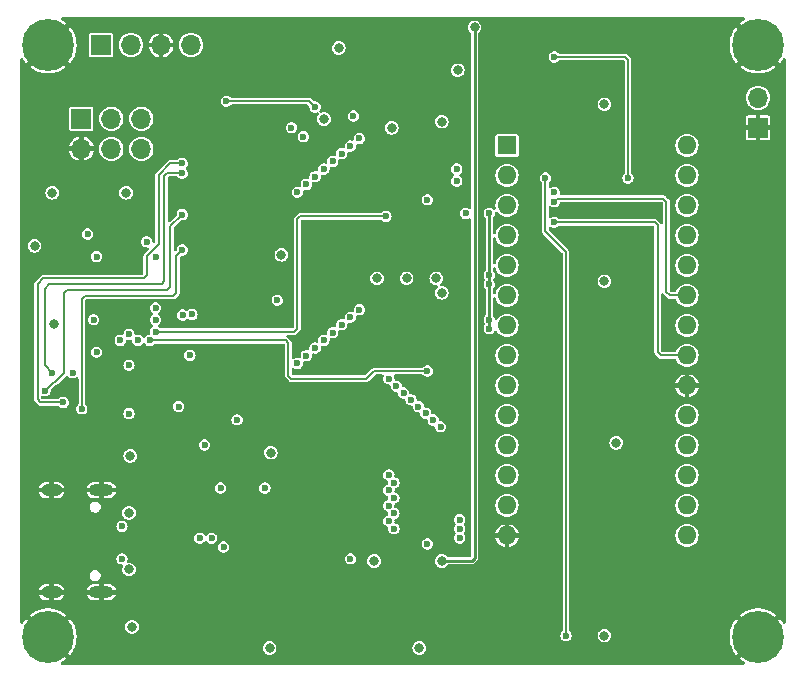
<source format=gbr>
%TF.GenerationSoftware,KiCad,Pcbnew,7.0.5-7.0.5~ubuntu20.04.1*%
%TF.CreationDate,2023-07-05T21:04:24+02:00*%
%TF.ProjectId,sao_eprom_v2,73616f5f-6570-4726-9f6d-5f76322e6b69,rev?*%
%TF.SameCoordinates,Original*%
%TF.FileFunction,Copper,L2,Inr*%
%TF.FilePolarity,Positive*%
%FSLAX46Y46*%
G04 Gerber Fmt 4.6, Leading zero omitted, Abs format (unit mm)*
G04 Created by KiCad (PCBNEW 7.0.5-7.0.5~ubuntu20.04.1) date 2023-07-05 21:04:24*
%MOMM*%
%LPD*%
G01*
G04 APERTURE LIST*
%TA.AperFunction,ComponentPad*%
%ADD10C,0.700000*%
%TD*%
%TA.AperFunction,ComponentPad*%
%ADD11C,4.400000*%
%TD*%
%TA.AperFunction,ComponentPad*%
%ADD12R,1.700000X1.700000*%
%TD*%
%TA.AperFunction,ComponentPad*%
%ADD13O,1.700000X1.700000*%
%TD*%
%TA.AperFunction,ComponentPad*%
%ADD14R,1.600000X1.600000*%
%TD*%
%TA.AperFunction,ComponentPad*%
%ADD15O,1.600000X1.600000*%
%TD*%
%TA.AperFunction,ComponentPad*%
%ADD16C,0.600000*%
%TD*%
%TA.AperFunction,ComponentPad*%
%ADD17O,2.100000X1.000000*%
%TD*%
%TA.AperFunction,ComponentPad*%
%ADD18O,1.800000X1.000000*%
%TD*%
%TA.AperFunction,ViaPad*%
%ADD19C,0.800000*%
%TD*%
%TA.AperFunction,ViaPad*%
%ADD20C,0.600000*%
%TD*%
%TA.AperFunction,Conductor*%
%ADD21C,0.250000*%
%TD*%
%TA.AperFunction,Conductor*%
%ADD22C,0.200000*%
%TD*%
G04 APERTURE END LIST*
D10*
%TO.N,GND*%
%TO.C,H3*%
X185600000Y-32750000D03*
X186083274Y-31583274D03*
X186083274Y-33916726D03*
X187250000Y-31100000D03*
D11*
X187250000Y-32750000D03*
D10*
X187250000Y-34400000D03*
X188416726Y-31583274D03*
X188416726Y-33916726D03*
X188900000Y-32750000D03*
%TD*%
D12*
%TO.N,GND*%
%TO.C,J4*%
X187250000Y-39750000D03*
D13*
%TO.N,/Power generation/VLED*%
X187250000Y-37210000D03*
%TD*%
D10*
%TO.N,GND*%
%TO.C,H4*%
X185600000Y-82850000D03*
X186083274Y-81683274D03*
X186083274Y-84016726D03*
X187250000Y-81200000D03*
D11*
X187250000Y-82850000D03*
D10*
X187250000Y-84500000D03*
X188416726Y-81683274D03*
X188416726Y-84016726D03*
X188900000Y-82850000D03*
%TD*%
D14*
%TO.N,/EPROM and level shifters/Q15*%
%TO.C,U5*%
X166000000Y-41250000D03*
D15*
%TO.N,/EPROM and level shifters/Q12*%
X166000000Y-43790000D03*
%TO.N,/EPROM and level shifters/Q7*%
X166000000Y-46330000D03*
%TO.N,/EPROM and level shifters/Q6*%
X166000000Y-48870000D03*
%TO.N,/EPROM and level shifters/Q5*%
X166000000Y-51410000D03*
%TO.N,/EPROM and level shifters/Q4*%
X166000000Y-53950000D03*
%TO.N,/EPROM and level shifters/Q3*%
X166000000Y-56490000D03*
%TO.N,/EPROM and level shifters/Q2*%
X166000000Y-59030000D03*
%TO.N,/EPROM and level shifters/Q1*%
X166000000Y-61570000D03*
%TO.N,/EPROM and level shifters/Q0*%
X166000000Y-64110000D03*
%TO.N,/EPROM and level shifters/D0H*%
X166000000Y-66650000D03*
%TO.N,/EPROM and level shifters/D1H*%
X166000000Y-69190000D03*
%TO.N,/EPROM and level shifters/D2H*%
X166000000Y-71730000D03*
%TO.N,GND*%
X166000000Y-74270000D03*
%TO.N,/EPROM and level shifters/D3H*%
X181240000Y-74270000D03*
%TO.N,/EPROM and level shifters/D4H*%
X181240000Y-71730000D03*
%TO.N,/EPROM and level shifters/D5H*%
X181240000Y-69190000D03*
%TO.N,/EPROM and level shifters/D6H*%
X181240000Y-66650000D03*
%TO.N,/EPROM and level shifters/D7H*%
X181240000Y-64110000D03*
%TO.N,GND*%
X181240000Y-61570000D03*
%TO.N,/EPROM and level shifters/Q10*%
X181240000Y-59030000D03*
%TO.N,/EPROM and level shifters/VppB*%
X181240000Y-56490000D03*
%TO.N,/EPROM and level shifters/Q11*%
X181240000Y-53950000D03*
%TO.N,/EPROM and level shifters/Q9*%
X181240000Y-51410000D03*
%TO.N,/EPROM and level shifters/Q8*%
X181240000Y-48870000D03*
%TO.N,/EPROM and level shifters/Q13*%
X181240000Y-46330000D03*
%TO.N,/EPROM and level shifters/Q14*%
X181240000Y-43790000D03*
%TO.N,+5V*%
X181240000Y-41250000D03*
%TD*%
D16*
%TO.N,GND*%
%TO.C,U2*%
X141020000Y-62370000D03*
X141020000Y-61100000D03*
X141020000Y-59830000D03*
X139750000Y-62370000D03*
X139750000Y-61100000D03*
X139750000Y-59830000D03*
X138480000Y-62370000D03*
X138480000Y-61100000D03*
X138480000Y-59830000D03*
%TD*%
D12*
%TO.N,/~{QSPI_CS}*%
%TO.C,J1*%
X131630000Y-32750000D03*
D13*
%TO.N,/SWD_DATA*%
X134170000Y-32750000D03*
%TO.N,GND*%
X136710000Y-32750000D03*
%TO.N,/SWD_CLK*%
X139250000Y-32750000D03*
%TD*%
D10*
%TO.N,GND*%
%TO.C,H2*%
X125500000Y-82850000D03*
X125983274Y-81683274D03*
X125983274Y-84016726D03*
X127150000Y-81200000D03*
D11*
X127150000Y-82850000D03*
D10*
X127150000Y-84500000D03*
X128316726Y-81683274D03*
X128316726Y-84016726D03*
X128800000Y-82850000D03*
%TD*%
%TO.N,GND*%
%TO.C,H1*%
X125500000Y-32750000D03*
X125983274Y-31583274D03*
X125983274Y-33916726D03*
X127150000Y-31100000D03*
D11*
X127150000Y-32750000D03*
D10*
X127150000Y-34400000D03*
X128316726Y-31583274D03*
X128316726Y-33916726D03*
X128800000Y-32750000D03*
%TD*%
D17*
%TO.N,GND*%
%TO.C,J2*%
X131650000Y-70430000D03*
D18*
X127450000Y-70430000D03*
D17*
X131650000Y-79070000D03*
D18*
X127450000Y-79070000D03*
%TD*%
D12*
%TO.N,+3V3*%
%TO.C,J3*%
X129960000Y-38980000D03*
D13*
%TO.N,GND*%
X129960000Y-41535000D03*
%TO.N,SDA*%
X132500000Y-38980000D03*
%TO.N,SCL*%
X132500000Y-41535000D03*
%TO.N,LED_DIN*%
X135040000Y-38980000D03*
%TO.N,unconnected-(J3-IO2-Pad6)*%
X135040000Y-41535000D03*
%TD*%
D19*
%TO.N,GND*%
X134100000Y-68675000D03*
D20*
X157250000Y-75750000D03*
X179250000Y-71750000D03*
X133250000Y-51750000D03*
X179250000Y-69250000D03*
X178750000Y-46500000D03*
X147750000Y-69750000D03*
X131000000Y-46750000D03*
X178750000Y-41250000D03*
X158750000Y-43750000D03*
X126000000Y-48750000D03*
X143250000Y-50250000D03*
X140250000Y-82000000D03*
D19*
X154750000Y-67725000D03*
D20*
X167750000Y-41250000D03*
X179250000Y-66750000D03*
X139000000Y-45000000D03*
X145000000Y-55250000D03*
X161250000Y-66750000D03*
X167750000Y-74250000D03*
X163900000Y-54575000D03*
X126000000Y-64000000D03*
D19*
X133450000Y-71550000D03*
D20*
X167750000Y-71750000D03*
X141500000Y-52250000D03*
D19*
X154475000Y-79100000D03*
D20*
X163875000Y-48250000D03*
X147250000Y-65250000D03*
X138750000Y-51500000D03*
X136250000Y-43000000D03*
X149500000Y-83000000D03*
X167750000Y-46500000D03*
X179250000Y-77000000D03*
X143250000Y-45000000D03*
X143250000Y-41750000D03*
X167750000Y-43750000D03*
X187750000Y-43250000D03*
X164250000Y-60250000D03*
X166000000Y-37750000D03*
D19*
X133450000Y-77950000D03*
D20*
X167750000Y-66750000D03*
X158750000Y-54250000D03*
X148250000Y-43250000D03*
X167750000Y-77000000D03*
D19*
X157750000Y-35750000D03*
D20*
X131750000Y-80750000D03*
X131000000Y-63950000D03*
D19*
X148500000Y-35750000D03*
D20*
X167750000Y-69250000D03*
X182500000Y-37750000D03*
X156000000Y-59750000D03*
X163875000Y-49550000D03*
X131000000Y-59850000D03*
X158750000Y-41250000D03*
X178750000Y-43750000D03*
X167750000Y-82750000D03*
X140000000Y-70750000D03*
X164250000Y-62750000D03*
X179250000Y-74250000D03*
X141050000Y-54675000D03*
D19*
%TO.N,VBUS*%
X134250000Y-82000000D03*
X134002084Y-77146969D03*
X134002084Y-72353031D03*
%TO.N,+5V*%
X163250000Y-31250000D03*
X160475000Y-76425000D03*
D20*
X153000000Y-38750000D03*
D19*
%TO.N,/Power generation/12V75*%
X150500000Y-39000000D03*
%TO.N,/EPROM and level shifters/VppB*%
X155000000Y-52500000D03*
D20*
%TO.N,/EPROM and level shifters/~{OE}*%
X136250000Y-57000000D03*
X155750000Y-47250000D03*
%TO.N,Net-(J2-CC1)*%
X140000000Y-74500000D03*
X133400500Y-73500000D03*
%TO.N,Net-(J2-CC2)*%
X141000000Y-74500000D03*
X133400500Y-76250000D03*
%TO.N,/Power generation/12V75EN*%
X149750000Y-38000000D03*
X142250000Y-37500000D03*
X129250000Y-60500000D03*
%TO.N,/Power generation/VppAEN*%
X127500000Y-60500000D03*
X138500000Y-43600000D03*
%TO.N,/Power generation/VppBEN*%
X126875000Y-62000000D03*
X138500000Y-47100000D03*
%TO.N,/Power generation/VdetEN*%
X138500000Y-50100000D03*
X130000000Y-63550000D03*
%TO.N,/~{QSPI_CS}*%
X152750000Y-76250000D03*
%TO.N,/EPROM and level shifters/A0*%
X148250000Y-59700000D03*
X148250000Y-45200000D03*
%TO.N,/EPROM and level shifters/A1*%
X149000000Y-59050000D03*
X149000000Y-44550000D03*
%TO.N,/EPROM and level shifters/A2*%
X149750000Y-58400000D03*
X149750000Y-43900000D03*
%TO.N,/EPROM and level shifters/A3*%
X150500000Y-43250000D03*
X150500000Y-57750000D03*
%TO.N,/EPROM and level shifters/A4*%
X151250000Y-42600000D03*
X151250000Y-57100000D03*
%TO.N,/EPROM and level shifters/A5*%
X152012036Y-56429137D03*
X152012036Y-41929137D03*
%TO.N,/EPROM and level shifters/A6*%
X152750000Y-55800000D03*
X152750000Y-41300000D03*
%TO.N,/EPROM and level shifters/A7*%
X153500000Y-40650000D03*
X153500000Y-55150000D03*
%TO.N,/EPROM and level shifters/D0*%
X160375000Y-65075000D03*
X156425000Y-73700000D03*
%TO.N,/EPROM and level shifters/D1*%
X156000000Y-73050000D03*
X159750000Y-64500000D03*
%TO.N,/EPROM and level shifters/D2*%
X156425000Y-72400000D03*
X159125000Y-63925000D03*
%TO.N,/EPROM and level shifters/D3*%
X156000000Y-71750000D03*
X158500000Y-63350000D03*
%TO.N,/EPROM and level shifters/D4*%
X156425000Y-71100000D03*
X157875000Y-62775000D03*
%TO.N,/EPROM and level shifters/D5*%
X156000000Y-70450000D03*
X157250000Y-62200000D03*
%TO.N,/EPROM and level shifters/D6*%
X156425000Y-69800000D03*
X156625000Y-61625000D03*
%TO.N,/EPROM and level shifters/D7*%
X156000000Y-61000000D03*
X156000000Y-69150000D03*
D19*
%TO.N,+3V3*%
X126000000Y-49750000D03*
D20*
X164500000Y-56000000D03*
D19*
X174250000Y-82750000D03*
X175250000Y-66425000D03*
X174250000Y-52750000D03*
X174250000Y-37750000D03*
X156250000Y-39750000D03*
D20*
X164500000Y-52250000D03*
X134000000Y-59850000D03*
X136250000Y-55000000D03*
D19*
X161825000Y-34875000D03*
D20*
X164500000Y-53000000D03*
X147750000Y-39750000D03*
D19*
X160475000Y-53725000D03*
X134100000Y-67525000D03*
D20*
X143150000Y-64475000D03*
X164500000Y-47000000D03*
X139323253Y-55556010D03*
D19*
X151750000Y-33000000D03*
D20*
X134000000Y-63950000D03*
X145500000Y-70250000D03*
X141750000Y-70250000D03*
D19*
X146000000Y-67250000D03*
D20*
X164500000Y-56750000D03*
D19*
X158575000Y-83800000D03*
X160475000Y-39225000D03*
X127500000Y-45250000D03*
X154750000Y-76425000D03*
D20*
X146550000Y-54350000D03*
X142000000Y-75250000D03*
D19*
X145900000Y-83800000D03*
D20*
X162500000Y-47000000D03*
D19*
X127650000Y-56375000D03*
X133750000Y-45250000D03*
D20*
%TO.N,/EPROM and level shifters/OE*%
X136250000Y-56000000D03*
X159250000Y-75000000D03*
%TO.N,/EPROM and level shifters/ALS*%
X159250000Y-60350000D03*
X135750000Y-57750000D03*
%TO.N,/EPROM and level shifters/AHS*%
X134750000Y-57750000D03*
X159250000Y-45850000D03*
%TO.N,SDA*%
X131250000Y-50650000D03*
X131000000Y-56000000D03*
X134001231Y-57250000D03*
X136250000Y-50675000D03*
%TO.N,SCL*%
X133250000Y-57750000D03*
X130500000Y-48750000D03*
X135500000Y-49400000D03*
%TO.N,Net-(D6-DOUT)*%
X170000000Y-33750000D03*
X176250000Y-44000000D03*
X131250000Y-58750000D03*
%TO.N,+1V1*%
X139150000Y-59025498D03*
X138200000Y-63350000D03*
X138550000Y-55600000D03*
X140400000Y-66600000D03*
D19*
%TO.N,/EPROM and level shifters/Q15*%
X157500000Y-52500000D03*
%TO.N,/EPROM and level shifters/Q9*%
X146900000Y-50500000D03*
X160000000Y-52500000D03*
D20*
%TO.N,/EPROM and level shifters/Q8*%
X170000000Y-45200000D03*
%TO.N,/EPROM and level shifters/Q11*%
X161750000Y-43250000D03*
X170000000Y-46000000D03*
%TO.N,/EPROM and level shifters/Q10*%
X170000000Y-47750000D03*
X161750000Y-44250000D03*
%TO.N,/EPROM and level shifters/D2H*%
X162000000Y-72925497D03*
%TO.N,/EPROM and level shifters/D1H*%
X162000000Y-73700000D03*
%TO.N,/EPROM and level shifters/D0H*%
X162000000Y-74474503D03*
%TO.N,Net-(D14-DOUT)*%
X171000000Y-82750000D03*
X169250000Y-44000000D03*
%TO.N,/Power generation/VLED*%
X148750000Y-40500000D03*
%TO.N,/Power generation/VLEDEN*%
X138500000Y-42750000D03*
X128425000Y-63000000D03*
%TD*%
D21*
%TO.N,+5V*%
X160475000Y-76425000D02*
X163000000Y-76425000D01*
X163250000Y-76175000D02*
X163250000Y-31250000D01*
X163000000Y-76425000D02*
X163250000Y-76175000D01*
D22*
%TO.N,/EPROM and level shifters/~{OE}*%
X148000000Y-57000000D02*
X148250000Y-56750000D01*
X136250000Y-57000000D02*
X148000000Y-57000000D01*
X148500000Y-47250000D02*
X155750000Y-47250000D01*
X148250000Y-47500000D02*
X148500000Y-47250000D01*
X148250000Y-56750000D02*
X148250000Y-47500000D01*
%TO.N,/Power generation/12V75EN*%
X142250000Y-37500000D02*
X149250000Y-37500000D01*
X149250000Y-37500000D02*
X149750000Y-38000000D01*
%TO.N,/Power generation/VppAEN*%
X137250000Y-43600000D02*
X138500000Y-43600000D01*
X137000000Y-52750000D02*
X137000000Y-43850000D01*
X137000000Y-43850000D02*
X137250000Y-43600000D01*
X126875000Y-59875000D02*
X126875000Y-53375000D01*
X136750000Y-53000000D02*
X137000000Y-52750000D01*
X127500000Y-60500000D02*
X126875000Y-59875000D01*
X126875000Y-53375000D02*
X127250000Y-53000000D01*
X127250000Y-53000000D02*
X136750000Y-53000000D01*
%TO.N,/Power generation/VppBEN*%
X137500000Y-48100000D02*
X137500000Y-53250000D01*
X138500000Y-47100000D02*
X137500000Y-48100000D01*
X137250000Y-53500000D02*
X128750000Y-53500000D01*
X127625000Y-61250000D02*
X126875000Y-62000000D01*
X127750000Y-61250000D02*
X127625000Y-61250000D01*
X128500000Y-53750000D02*
X128500000Y-60500000D01*
X128750000Y-53500000D02*
X128500000Y-53750000D01*
X128500000Y-60500000D02*
X127750000Y-61250000D01*
X137500000Y-53250000D02*
X137250000Y-53500000D01*
%TO.N,/Power generation/VdetEN*%
X130000000Y-63550000D02*
X130000000Y-54250000D01*
X130000000Y-54250000D02*
X130250000Y-54000000D01*
X130250000Y-54000000D02*
X137750000Y-54000000D01*
X137750000Y-54000000D02*
X138000000Y-53750000D01*
X138000000Y-53750000D02*
X138000000Y-50600000D01*
X138000000Y-50600000D02*
X138500000Y-50100000D01*
D21*
%TO.N,+3V3*%
X164500000Y-53000000D02*
X164500000Y-52250000D01*
X164500000Y-52250000D02*
X164500000Y-47000000D01*
X164500000Y-56000000D02*
X164500000Y-53000000D01*
X164500000Y-56750000D02*
X164500000Y-56000000D01*
D22*
%TO.N,/EPROM and level shifters/ALS*%
X147250000Y-57750000D02*
X147500000Y-58000000D01*
X154750000Y-60350000D02*
X159250000Y-60350000D01*
X147500000Y-58000000D02*
X147500000Y-60750000D01*
X135750000Y-57750000D02*
X147250000Y-57750000D01*
X154100000Y-61000000D02*
X154750000Y-60350000D01*
X147750000Y-61000000D02*
X154100000Y-61000000D01*
X147500000Y-60750000D02*
X147750000Y-61000000D01*
%TO.N,Net-(D6-DOUT)*%
X176250000Y-34000000D02*
X176250000Y-44000000D01*
X170000000Y-33750000D02*
X176000000Y-33750000D01*
X176000000Y-33750000D02*
X176250000Y-34000000D01*
%TO.N,/EPROM and level shifters/Q11*%
X181240000Y-53950000D02*
X179775000Y-53950000D01*
X179250000Y-45750000D02*
X170250000Y-45750000D01*
X179500000Y-53675000D02*
X179500000Y-46000000D01*
X170250000Y-45750000D02*
X170000000Y-46000000D01*
X179500000Y-46000000D02*
X179250000Y-45750000D01*
X179775000Y-53950000D02*
X179500000Y-53675000D01*
%TO.N,/EPROM and level shifters/Q10*%
X181240000Y-59030000D02*
X179030000Y-59030000D01*
X178750000Y-58750000D02*
X178750000Y-48000000D01*
X179030000Y-59030000D02*
X178750000Y-58750000D01*
X178500000Y-47750000D02*
X170000000Y-47750000D01*
X178750000Y-48000000D02*
X178500000Y-47750000D01*
%TO.N,Net-(D14-DOUT)*%
X169250000Y-48500000D02*
X171000000Y-50250000D01*
X169250000Y-44000000D02*
X169250000Y-48500000D01*
X171000000Y-50250000D02*
X171000000Y-82750000D01*
%TO.N,/Power generation/VLEDEN*%
X126500000Y-63000000D02*
X128425000Y-63000000D01*
X135500000Y-52250000D02*
X135250000Y-52500000D01*
X136500000Y-49611827D02*
X135500000Y-50611827D01*
X135250000Y-52500000D02*
X126750000Y-52500000D01*
X138500000Y-42750000D02*
X137500000Y-42750000D01*
X135500000Y-50611827D02*
X135500000Y-52250000D01*
X126250000Y-53000000D02*
X126250000Y-62750000D01*
X126250000Y-62750000D02*
X126500000Y-63000000D01*
X136500000Y-43750000D02*
X136500000Y-49611827D01*
X126750000Y-52500000D02*
X126250000Y-53000000D01*
X137500000Y-42750000D02*
X136500000Y-43750000D01*
%TD*%
%TA.AperFunction,Conductor*%
%TO.N,GND*%
G36*
X179151561Y-46045185D02*
G01*
X179172203Y-46061819D01*
X179188181Y-46077797D01*
X179221666Y-46139120D01*
X179224500Y-46165478D01*
X179224500Y-47805480D01*
X179204815Y-47872519D01*
X179152011Y-47918274D01*
X179082853Y-47928218D01*
X179019297Y-47899193D01*
X178997398Y-47874371D01*
X178948624Y-47801375D01*
X178935775Y-47792790D01*
X178916985Y-47777369D01*
X178722627Y-47583011D01*
X178707205Y-47564219D01*
X178705599Y-47561816D01*
X178698624Y-47551376D01*
X178698620Y-47551372D01*
X178675623Y-47536007D01*
X178635974Y-47509514D01*
X178607494Y-47490484D01*
X178607493Y-47490483D01*
X178522849Y-47473647D01*
X178522816Y-47473641D01*
X178508854Y-47470864D01*
X178500001Y-47469103D01*
X178500000Y-47469103D01*
X178484846Y-47472117D01*
X178460656Y-47474500D01*
X170447084Y-47474500D01*
X170380045Y-47454815D01*
X170353371Y-47431702D01*
X170314590Y-47386946D01*
X170314586Y-47386942D01*
X170223736Y-47328558D01*
X170199561Y-47313022D01*
X170199560Y-47313021D01*
X170199559Y-47313021D01*
X170068368Y-47274500D01*
X170068367Y-47274500D01*
X169931633Y-47274500D01*
X169931632Y-47274500D01*
X169800443Y-47313020D01*
X169800440Y-47313021D01*
X169800439Y-47313022D01*
X169742068Y-47350534D01*
X169716538Y-47366941D01*
X169649498Y-47386624D01*
X169582459Y-47366938D01*
X169536705Y-47314134D01*
X169525500Y-47262624D01*
X169525500Y-46487375D01*
X169545185Y-46420336D01*
X169597989Y-46374581D01*
X169667147Y-46364637D01*
X169716537Y-46383058D01*
X169800439Y-46436978D01*
X169800441Y-46436978D01*
X169800442Y-46436979D01*
X169931632Y-46475500D01*
X169931633Y-46475500D01*
X170068367Y-46475500D01*
X170199561Y-46436978D01*
X170314589Y-46363055D01*
X170404130Y-46259718D01*
X170460931Y-46135342D01*
X170461432Y-46131852D01*
X170462896Y-46128646D01*
X170463431Y-46126828D01*
X170463692Y-46126904D01*
X170490459Y-46068296D01*
X170549237Y-46030523D01*
X170584171Y-46025500D01*
X179084522Y-46025500D01*
X179151561Y-46045185D01*
G37*
%TD.AperFunction*%
%TA.AperFunction,Conductor*%
G36*
X186126017Y-30420185D02*
G01*
X186171772Y-30472989D01*
X186181716Y-30542147D01*
X186152691Y-30605703D01*
X186118715Y-30633162D01*
X185961479Y-30719602D01*
X185961461Y-30719614D01*
X185717170Y-30897101D01*
X185717153Y-30897116D01*
X185697971Y-30915127D01*
X185697970Y-30915128D01*
X186216754Y-31433911D01*
X186172282Y-31398447D01*
X186105806Y-31383274D01*
X186060742Y-31383274D01*
X185994266Y-31398447D01*
X185922887Y-31455369D01*
X185883274Y-31537625D01*
X185883274Y-31628923D01*
X185917824Y-31700666D01*
X185417325Y-31200167D01*
X185304516Y-31336530D01*
X185142707Y-31591502D01*
X185142704Y-31591508D01*
X185014127Y-31864747D01*
X185014125Y-31864752D01*
X184920805Y-32151959D01*
X184864216Y-32448609D01*
X184864215Y-32448616D01*
X184845255Y-32749994D01*
X184845255Y-32750005D01*
X184864215Y-33051383D01*
X184864216Y-33051390D01*
X184920805Y-33348040D01*
X185014125Y-33635247D01*
X185014127Y-33635252D01*
X185142704Y-33908491D01*
X185142707Y-33908497D01*
X185304513Y-34163464D01*
X185417325Y-34299830D01*
X185917826Y-33799329D01*
X185883274Y-33871077D01*
X185883274Y-33962375D01*
X185922887Y-34044631D01*
X185994266Y-34101553D01*
X186060742Y-34116726D01*
X186105806Y-34116726D01*
X186172282Y-34101553D01*
X186216749Y-34066092D01*
X185697971Y-34584870D01*
X185697971Y-34584871D01*
X185717154Y-34602884D01*
X185961469Y-34780390D01*
X185961479Y-34780397D01*
X186226109Y-34925878D01*
X186226117Y-34925882D01*
X186506889Y-35037047D01*
X186506892Y-35037048D01*
X186799399Y-35112150D01*
X187098995Y-35149999D01*
X187099007Y-35150000D01*
X187400993Y-35150000D01*
X187401004Y-35149999D01*
X187700600Y-35112150D01*
X187993107Y-35037048D01*
X187993110Y-35037047D01*
X188273882Y-34925882D01*
X188273890Y-34925878D01*
X188538520Y-34780397D01*
X188538538Y-34780385D01*
X188782834Y-34602894D01*
X188802027Y-34584870D01*
X188283245Y-34066088D01*
X188327718Y-34101553D01*
X188394194Y-34116726D01*
X188439258Y-34116726D01*
X188505734Y-34101553D01*
X188577113Y-34044631D01*
X188616726Y-33962375D01*
X188616726Y-33871077D01*
X188582175Y-33799333D01*
X189082673Y-34299831D01*
X189195483Y-34163469D01*
X189357290Y-33908501D01*
X189363300Y-33895729D01*
X189409655Y-33843451D01*
X189476914Y-33824532D01*
X189543725Y-33844980D01*
X189588875Y-33898302D01*
X189599500Y-33948524D01*
X189599500Y-81651475D01*
X189579815Y-81718514D01*
X189527011Y-81764269D01*
X189457853Y-81774213D01*
X189394297Y-81745188D01*
X189363302Y-81704272D01*
X189357296Y-81691508D01*
X189357292Y-81691502D01*
X189195486Y-81436535D01*
X189082672Y-81300167D01*
X188582177Y-81800662D01*
X188616726Y-81728923D01*
X188616726Y-81637625D01*
X188577113Y-81555369D01*
X188505734Y-81498447D01*
X188439258Y-81483274D01*
X188394194Y-81483274D01*
X188327718Y-81498447D01*
X188283232Y-81533922D01*
X188802027Y-81015128D01*
X188782841Y-80997112D01*
X188538530Y-80819609D01*
X188538520Y-80819602D01*
X188273890Y-80674121D01*
X188273882Y-80674117D01*
X187993110Y-80562952D01*
X187993107Y-80562951D01*
X187700600Y-80487849D01*
X187401004Y-80450000D01*
X187098995Y-80450000D01*
X186799399Y-80487849D01*
X186506892Y-80562951D01*
X186506889Y-80562952D01*
X186226117Y-80674117D01*
X186226109Y-80674121D01*
X185961479Y-80819602D01*
X185961461Y-80819614D01*
X185717170Y-80997101D01*
X185717153Y-80997116D01*
X185697971Y-81015127D01*
X185697970Y-81015128D01*
X186216754Y-81533911D01*
X186172282Y-81498447D01*
X186105806Y-81483274D01*
X186060742Y-81483274D01*
X185994266Y-81498447D01*
X185922887Y-81555369D01*
X185883274Y-81637625D01*
X185883274Y-81728923D01*
X185917823Y-81800665D01*
X185417325Y-81300167D01*
X185304516Y-81436530D01*
X185142707Y-81691502D01*
X185142704Y-81691508D01*
X185014127Y-81964747D01*
X185014125Y-81964752D01*
X184920805Y-82251959D01*
X184864216Y-82548609D01*
X184864215Y-82548616D01*
X184845255Y-82849994D01*
X184845255Y-82850005D01*
X184864215Y-83151383D01*
X184864216Y-83151390D01*
X184920805Y-83448040D01*
X185014125Y-83735247D01*
X185014127Y-83735252D01*
X185142704Y-84008491D01*
X185142707Y-84008497D01*
X185304513Y-84263464D01*
X185417325Y-84399830D01*
X185917826Y-83899328D01*
X185883274Y-83971077D01*
X185883274Y-84062375D01*
X185922887Y-84144631D01*
X185994266Y-84201553D01*
X186060742Y-84216726D01*
X186105806Y-84216726D01*
X186172282Y-84201553D01*
X186216750Y-84166090D01*
X185697971Y-84684870D01*
X185697971Y-84684871D01*
X185717154Y-84702884D01*
X185961469Y-84880390D01*
X185961479Y-84880397D01*
X186118715Y-84966838D01*
X186167979Y-85016384D01*
X186182636Y-85084699D01*
X186158032Y-85150094D01*
X186101980Y-85191805D01*
X186058978Y-85199500D01*
X128341022Y-85199500D01*
X128273983Y-85179815D01*
X128228228Y-85127011D01*
X128218284Y-85057853D01*
X128247309Y-84994297D01*
X128281285Y-84966838D01*
X128438520Y-84880397D01*
X128438538Y-84880385D01*
X128682834Y-84702894D01*
X128702027Y-84684870D01*
X128183242Y-84166085D01*
X128227718Y-84201553D01*
X128294194Y-84216726D01*
X128339258Y-84216726D01*
X128405734Y-84201553D01*
X128477113Y-84144631D01*
X128516726Y-84062375D01*
X128516726Y-83971077D01*
X128482175Y-83899333D01*
X128982673Y-84399831D01*
X129095483Y-84263469D01*
X129257292Y-84008497D01*
X129257295Y-84008491D01*
X129355404Y-83800000D01*
X145319534Y-83800000D01*
X145339312Y-83950234D01*
X145339313Y-83950236D01*
X145385762Y-84062375D01*
X145397302Y-84090233D01*
X145489549Y-84210451D01*
X145609767Y-84302698D01*
X145749764Y-84360687D01*
X145824882Y-84370576D01*
X145899999Y-84380466D01*
X145900000Y-84380466D01*
X145900001Y-84380466D01*
X145963584Y-84372095D01*
X146050236Y-84360687D01*
X146190233Y-84302698D01*
X146310451Y-84210451D01*
X146402698Y-84090233D01*
X146460687Y-83950236D01*
X146480466Y-83800000D01*
X157994534Y-83800000D01*
X158014312Y-83950234D01*
X158014313Y-83950236D01*
X158060762Y-84062375D01*
X158072302Y-84090233D01*
X158164549Y-84210451D01*
X158284767Y-84302698D01*
X158424764Y-84360687D01*
X158499882Y-84370576D01*
X158574999Y-84380466D01*
X158575000Y-84380466D01*
X158575001Y-84380466D01*
X158638584Y-84372095D01*
X158725236Y-84360687D01*
X158865233Y-84302698D01*
X158985451Y-84210451D01*
X159077698Y-84090233D01*
X159135687Y-83950236D01*
X159155466Y-83800000D01*
X159135687Y-83649764D01*
X159077698Y-83509767D01*
X158985451Y-83389549D01*
X158865233Y-83297302D01*
X158865229Y-83297300D01*
X158725236Y-83239313D01*
X158725234Y-83239312D01*
X158575001Y-83219534D01*
X158574999Y-83219534D01*
X158424765Y-83239312D01*
X158424763Y-83239313D01*
X158284770Y-83297300D01*
X158284767Y-83297301D01*
X158284767Y-83297302D01*
X158164549Y-83389549D01*
X158086730Y-83490965D01*
X158072300Y-83509770D01*
X158014313Y-83649763D01*
X158014312Y-83649765D01*
X157994534Y-83799999D01*
X157994534Y-83800000D01*
X146480466Y-83800000D01*
X146460687Y-83649764D01*
X146402698Y-83509767D01*
X146310451Y-83389549D01*
X146190233Y-83297302D01*
X146190229Y-83297300D01*
X146050236Y-83239313D01*
X146050234Y-83239312D01*
X145900001Y-83219534D01*
X145899999Y-83219534D01*
X145749765Y-83239312D01*
X145749763Y-83239313D01*
X145609770Y-83297300D01*
X145609767Y-83297301D01*
X145609767Y-83297302D01*
X145489549Y-83389549D01*
X145411730Y-83490965D01*
X145397300Y-83509770D01*
X145339313Y-83649763D01*
X145339312Y-83649765D01*
X145319534Y-83799999D01*
X145319534Y-83800000D01*
X129355404Y-83800000D01*
X129385872Y-83735252D01*
X129385874Y-83735247D01*
X129479194Y-83448040D01*
X129535783Y-83151390D01*
X129535784Y-83151383D01*
X129554745Y-82850005D01*
X129554745Y-82849994D01*
X129535784Y-82548616D01*
X129535783Y-82548609D01*
X129479194Y-82251959D01*
X129397327Y-82000000D01*
X133669533Y-82000000D01*
X133689312Y-82150234D01*
X133689313Y-82150236D01*
X133697306Y-82169534D01*
X133747302Y-82290233D01*
X133839549Y-82410451D01*
X133959767Y-82502698D01*
X134099764Y-82560687D01*
X134174881Y-82570576D01*
X134249999Y-82580466D01*
X134250000Y-82580466D01*
X134250001Y-82580466D01*
X134300078Y-82573873D01*
X134400236Y-82560687D01*
X134540233Y-82502698D01*
X134660451Y-82410451D01*
X134752698Y-82290233D01*
X134810687Y-82150236D01*
X134830466Y-82000000D01*
X134825825Y-81964752D01*
X134810687Y-81849765D01*
X134810687Y-81849764D01*
X134752698Y-81709767D01*
X134660451Y-81589549D01*
X134540233Y-81497302D01*
X134540229Y-81497300D01*
X134400236Y-81439313D01*
X134400234Y-81439312D01*
X134250001Y-81419534D01*
X134249999Y-81419534D01*
X134099765Y-81439312D01*
X134099763Y-81439313D01*
X133959770Y-81497300D01*
X133959767Y-81497301D01*
X133959767Y-81497302D01*
X133839549Y-81589549D01*
X133751519Y-81704272D01*
X133747300Y-81709770D01*
X133689313Y-81849763D01*
X133689312Y-81849765D01*
X133669533Y-81999999D01*
X133669533Y-82000000D01*
X129397327Y-82000000D01*
X129385874Y-81964752D01*
X129385872Y-81964747D01*
X129257295Y-81691508D01*
X129257292Y-81691502D01*
X129095486Y-81436535D01*
X128982672Y-81300167D01*
X128482177Y-81800662D01*
X128516726Y-81728923D01*
X128516726Y-81637625D01*
X128477113Y-81555369D01*
X128405734Y-81498447D01*
X128339258Y-81483274D01*
X128294194Y-81483274D01*
X128227718Y-81498447D01*
X128183237Y-81533918D01*
X128702027Y-81015128D01*
X128682841Y-80997112D01*
X128438530Y-80819609D01*
X128438520Y-80819602D01*
X128173890Y-80674121D01*
X128173882Y-80674117D01*
X127893110Y-80562952D01*
X127893107Y-80562951D01*
X127600600Y-80487849D01*
X127301004Y-80450000D01*
X126998995Y-80450000D01*
X126699399Y-80487849D01*
X126406892Y-80562951D01*
X126406889Y-80562952D01*
X126126117Y-80674117D01*
X126126109Y-80674121D01*
X125861479Y-80819602D01*
X125861461Y-80819614D01*
X125617170Y-80997101D01*
X125617153Y-80997116D01*
X125597971Y-81015127D01*
X125597970Y-81015128D01*
X126116754Y-81533911D01*
X126072282Y-81498447D01*
X126005806Y-81483274D01*
X125960742Y-81483274D01*
X125894266Y-81498447D01*
X125822887Y-81555369D01*
X125783274Y-81637625D01*
X125783274Y-81728923D01*
X125817824Y-81800666D01*
X125317325Y-81300167D01*
X125204516Y-81436530D01*
X125042707Y-81691502D01*
X125042707Y-81691503D01*
X125036697Y-81704275D01*
X124990342Y-81756552D01*
X124923081Y-81775469D01*
X124856271Y-81755019D01*
X124811123Y-81701696D01*
X124800499Y-81651477D01*
X124800499Y-79270000D01*
X126378347Y-79270000D01*
X126390682Y-79320048D01*
X126469680Y-79470567D01*
X126582400Y-79597801D01*
X126582406Y-79597807D01*
X126722303Y-79694369D01*
X126722301Y-79694369D01*
X126881248Y-79754650D01*
X126881250Y-79754651D01*
X127007657Y-79770000D01*
X127249999Y-79770000D01*
X127250000Y-79370000D01*
X127650000Y-79370000D01*
X127649999Y-79769999D01*
X127650000Y-79770000D01*
X127892343Y-79770000D01*
X128018749Y-79754651D01*
X128018751Y-79754650D01*
X128177697Y-79694369D01*
X128317593Y-79597807D01*
X128317599Y-79597801D01*
X128430319Y-79470567D01*
X128509317Y-79320048D01*
X128521653Y-79270000D01*
X130428347Y-79270000D01*
X130440682Y-79320048D01*
X130519680Y-79470567D01*
X130632400Y-79597801D01*
X130632406Y-79597807D01*
X130772303Y-79694369D01*
X130772301Y-79694369D01*
X130931248Y-79754650D01*
X130931250Y-79754651D01*
X131057657Y-79770000D01*
X131450000Y-79770000D01*
X131450000Y-79370000D01*
X131850000Y-79370000D01*
X131850000Y-79770000D01*
X132242343Y-79770000D01*
X132368749Y-79754651D01*
X132368751Y-79754650D01*
X132527697Y-79694369D01*
X132667593Y-79597807D01*
X132667599Y-79597801D01*
X132780319Y-79470567D01*
X132859317Y-79320048D01*
X132871653Y-79270000D01*
X132424899Y-79270000D01*
X132473201Y-79206038D01*
X132503895Y-79098160D01*
X132493546Y-78986479D01*
X132443552Y-78886078D01*
X132425916Y-78870000D01*
X132871653Y-78870000D01*
X132859317Y-78819951D01*
X132780319Y-78669432D01*
X132667599Y-78542198D01*
X132667593Y-78542192D01*
X132527696Y-78445630D01*
X132527698Y-78445630D01*
X132368751Y-78385349D01*
X132368749Y-78385348D01*
X132242343Y-78370000D01*
X131850000Y-78370000D01*
X131850000Y-78770000D01*
X131450000Y-78770000D01*
X131450000Y-78370000D01*
X131057657Y-78370000D01*
X130931250Y-78385348D01*
X130931248Y-78385349D01*
X130772302Y-78445630D01*
X130632406Y-78542192D01*
X130632400Y-78542198D01*
X130519680Y-78669432D01*
X130440682Y-78819951D01*
X130428347Y-78870000D01*
X130875101Y-78870000D01*
X130826799Y-78933962D01*
X130796105Y-79041840D01*
X130806454Y-79153521D01*
X130856448Y-79253922D01*
X130874084Y-79270000D01*
X130428347Y-79270000D01*
X128521653Y-79270000D01*
X128074899Y-79270000D01*
X128123201Y-79206038D01*
X128153895Y-79098160D01*
X128143546Y-78986479D01*
X128093552Y-78886078D01*
X128075916Y-78870000D01*
X128521653Y-78870000D01*
X128509317Y-78819951D01*
X128430319Y-78669432D01*
X128317599Y-78542198D01*
X128317593Y-78542192D01*
X128177696Y-78445630D01*
X128177698Y-78445630D01*
X128018751Y-78385349D01*
X128018749Y-78385348D01*
X127892343Y-78370000D01*
X127650000Y-78370000D01*
X127649999Y-78770000D01*
X127249999Y-78770000D01*
X127250000Y-78370000D01*
X127007657Y-78370000D01*
X126881250Y-78385348D01*
X126881248Y-78385349D01*
X126722302Y-78445630D01*
X126582406Y-78542192D01*
X126582400Y-78542198D01*
X126469680Y-78669432D01*
X126390682Y-78819951D01*
X126378347Y-78870000D01*
X126825101Y-78870000D01*
X126776799Y-78933962D01*
X126746105Y-79041840D01*
X126756454Y-79153521D01*
X126806448Y-79253922D01*
X126824084Y-79270000D01*
X126378347Y-79270000D01*
X124800499Y-79270000D01*
X124800499Y-77708367D01*
X130654500Y-77708367D01*
X130693021Y-77839559D01*
X130693020Y-77839559D01*
X130766942Y-77954586D01*
X130766946Y-77954590D01*
X130870278Y-78044127D01*
X130870285Y-78044132D01*
X130967827Y-78088677D01*
X130994658Y-78100931D01*
X131095989Y-78115500D01*
X131095992Y-78115500D01*
X131164008Y-78115500D01*
X131164011Y-78115500D01*
X131265342Y-78100931D01*
X131389718Y-78044130D01*
X131493055Y-77954589D01*
X131566978Y-77839561D01*
X131605500Y-77708367D01*
X131605500Y-77571633D01*
X131601326Y-77557419D01*
X131566978Y-77440440D01*
X131566979Y-77440440D01*
X131493057Y-77325413D01*
X131493053Y-77325409D01*
X131389721Y-77235872D01*
X131389714Y-77235867D01*
X131265345Y-77179070D01*
X131265343Y-77179069D01*
X131265342Y-77179069D01*
X131265337Y-77179068D01*
X131265336Y-77179068D01*
X131164011Y-77164500D01*
X131095989Y-77164500D01*
X131095988Y-77164500D01*
X130994663Y-77179068D01*
X130994654Y-77179070D01*
X130870285Y-77235867D01*
X130870278Y-77235872D01*
X130766946Y-77325409D01*
X130766942Y-77325413D01*
X130693021Y-77440440D01*
X130654500Y-77571632D01*
X130654500Y-77708367D01*
X124800499Y-77708367D01*
X124800499Y-76250000D01*
X132920110Y-76250000D01*
X132939568Y-76385337D01*
X132939570Y-76385345D01*
X132996367Y-76509714D01*
X132996372Y-76509721D01*
X133085909Y-76613053D01*
X133085913Y-76613057D01*
X133144829Y-76650919D01*
X133200939Y-76686978D01*
X133266536Y-76706238D01*
X133332132Y-76725500D01*
X133368166Y-76725500D01*
X133435205Y-76745185D01*
X133480960Y-76797989D01*
X133490904Y-76867147D01*
X133482727Y-76896952D01*
X133441398Y-76996729D01*
X133441396Y-76996734D01*
X133421618Y-77146968D01*
X133421618Y-77146969D01*
X133441396Y-77297203D01*
X133441397Y-77297205D01*
X133453079Y-77325409D01*
X133499386Y-77437202D01*
X133591633Y-77557420D01*
X133711851Y-77649667D01*
X133851848Y-77707656D01*
X133857249Y-77708367D01*
X134002083Y-77727435D01*
X134002084Y-77727435D01*
X134002085Y-77727435D01*
X134052162Y-77720842D01*
X134152320Y-77707656D01*
X134292317Y-77649667D01*
X134412535Y-77557420D01*
X134504782Y-77437202D01*
X134562771Y-77297205D01*
X134582550Y-77146969D01*
X134562771Y-76996733D01*
X134504782Y-76856736D01*
X134412535Y-76736518D01*
X134292317Y-76644271D01*
X134292313Y-76644269D01*
X134152320Y-76586282D01*
X134152318Y-76586281D01*
X134002085Y-76566503D01*
X134002080Y-76566503D01*
X133986400Y-76568567D01*
X133917365Y-76557800D01*
X133865110Y-76511420D01*
X133846226Y-76444150D01*
X133857423Y-76394118D01*
X133861431Y-76385342D01*
X133880890Y-76250000D01*
X152269610Y-76250000D01*
X152289068Y-76385337D01*
X152289070Y-76385345D01*
X152345867Y-76509714D01*
X152345872Y-76509721D01*
X152435409Y-76613053D01*
X152435413Y-76613057D01*
X152494329Y-76650919D01*
X152550439Y-76686978D01*
X152616035Y-76706238D01*
X152681632Y-76725500D01*
X152681633Y-76725500D01*
X152818367Y-76725500D01*
X152949561Y-76686978D01*
X153064589Y-76613055D01*
X153154130Y-76509718D01*
X153192820Y-76425000D01*
X154169534Y-76425000D01*
X154189312Y-76575234D01*
X154189313Y-76575236D01*
X154245685Y-76711331D01*
X154247302Y-76715233D01*
X154339549Y-76835451D01*
X154459767Y-76927698D01*
X154599764Y-76985687D01*
X154674881Y-76995576D01*
X154749999Y-77005466D01*
X154750000Y-77005466D01*
X154750001Y-77005466D01*
X154816326Y-76996734D01*
X154900236Y-76985687D01*
X155040233Y-76927698D01*
X155160451Y-76835451D01*
X155252698Y-76715233D01*
X155310687Y-76575236D01*
X155330466Y-76425000D01*
X159894534Y-76425000D01*
X159914312Y-76575234D01*
X159914313Y-76575236D01*
X159970685Y-76711331D01*
X159972302Y-76715233D01*
X160064549Y-76835451D01*
X160184767Y-76927698D01*
X160324764Y-76985687D01*
X160399881Y-76995576D01*
X160474999Y-77005466D01*
X160475000Y-77005466D01*
X160475001Y-77005466D01*
X160541326Y-76996734D01*
X160625236Y-76985687D01*
X160765233Y-76927698D01*
X160885451Y-76835451D01*
X160914197Y-76797989D01*
X160932595Y-76774013D01*
X160989023Y-76732810D01*
X161030970Y-76725500D01*
X162937159Y-76725500D01*
X162945733Y-76726095D01*
X162957761Y-76727772D01*
X162957761Y-76727771D01*
X162957765Y-76727773D01*
X163000920Y-76725778D01*
X163005510Y-76725566D01*
X163008373Y-76725500D01*
X163027843Y-76725500D01*
X163027844Y-76725500D01*
X163030468Y-76725009D01*
X163039021Y-76724016D01*
X163040245Y-76723959D01*
X163069992Y-76722585D01*
X163076322Y-76719789D01*
X163103629Y-76711332D01*
X163110433Y-76710061D01*
X163136797Y-76693736D01*
X163144392Y-76689733D01*
X163172765Y-76677206D01*
X163177661Y-76672309D01*
X163200069Y-76654561D01*
X163205952Y-76650919D01*
X163224649Y-76626158D01*
X163230266Y-76619703D01*
X163418059Y-76431910D01*
X163424532Y-76426279D01*
X163434224Y-76418959D01*
X163434228Y-76418958D01*
X163466459Y-76383600D01*
X163468367Y-76381602D01*
X163482174Y-76367797D01*
X163483684Y-76365592D01*
X163489023Y-76358851D01*
X163491763Y-76355844D01*
X163509916Y-76335933D01*
X163512416Y-76329478D01*
X163525749Y-76304182D01*
X163529656Y-76298481D01*
X163536757Y-76268285D01*
X163539292Y-76260101D01*
X163550500Y-76231173D01*
X163550500Y-76224247D01*
X163553795Y-76195855D01*
X163555378Y-76189123D01*
X163555379Y-76189119D01*
X163551095Y-76158408D01*
X163550500Y-76149833D01*
X163550500Y-74470000D01*
X165015672Y-74470000D01*
X165071651Y-74654539D01*
X165164503Y-74828253D01*
X165164507Y-74828260D01*
X165289471Y-74980528D01*
X165441739Y-75105491D01*
X165615465Y-75198349D01*
X165800000Y-75254326D01*
X165800000Y-74617025D01*
X165874852Y-74655165D01*
X165968519Y-74670000D01*
X166031481Y-74670000D01*
X166125148Y-74655165D01*
X166199999Y-74617026D01*
X166199999Y-75254326D01*
X166384529Y-75198352D01*
X166558260Y-75105491D01*
X166710528Y-74980528D01*
X166835492Y-74828260D01*
X166835496Y-74828253D01*
X166928348Y-74654539D01*
X166984327Y-74470000D01*
X166347026Y-74470000D01*
X166385165Y-74395148D01*
X166404986Y-74270000D01*
X166385165Y-74144852D01*
X166347026Y-74070000D01*
X166984327Y-74070000D01*
X166984327Y-74069999D01*
X166928348Y-73885460D01*
X166835496Y-73711746D01*
X166835492Y-73711739D01*
X166710528Y-73559471D01*
X166558260Y-73434507D01*
X166558253Y-73434503D01*
X166384539Y-73341651D01*
X166199999Y-73285672D01*
X166199999Y-73922973D01*
X166125148Y-73884835D01*
X166031481Y-73870000D01*
X165968519Y-73870000D01*
X165874852Y-73884835D01*
X165800000Y-73922974D01*
X165800000Y-73285672D01*
X165799999Y-73285672D01*
X165615460Y-73341651D01*
X165441746Y-73434503D01*
X165441739Y-73434507D01*
X165289471Y-73559471D01*
X165164507Y-73711739D01*
X165164503Y-73711746D01*
X165071651Y-73885460D01*
X165015672Y-74069999D01*
X165015673Y-74070000D01*
X165652974Y-74070000D01*
X165614835Y-74144852D01*
X165595014Y-74270000D01*
X165614835Y-74395148D01*
X165652974Y-74470000D01*
X165015672Y-74470000D01*
X163550500Y-74470000D01*
X163550500Y-71730000D01*
X165019780Y-71730000D01*
X165038614Y-71921229D01*
X165094396Y-72105118D01*
X165184973Y-72274575D01*
X165184977Y-72274582D01*
X165306879Y-72423120D01*
X165455417Y-72545022D01*
X165455424Y-72545026D01*
X165624881Y-72635603D01*
X165624883Y-72635603D01*
X165624886Y-72635605D01*
X165808769Y-72691385D01*
X165808768Y-72691385D01*
X165825914Y-72693073D01*
X166000000Y-72710220D01*
X166191231Y-72691385D01*
X166375114Y-72635605D01*
X166544581Y-72545023D01*
X166693120Y-72423120D01*
X166815023Y-72274581D01*
X166886807Y-72140282D01*
X166905603Y-72105118D01*
X166905603Y-72105117D01*
X166905605Y-72105114D01*
X166961385Y-71921231D01*
X166980220Y-71730000D01*
X166961385Y-71538769D01*
X166905605Y-71354886D01*
X166905603Y-71354883D01*
X166905603Y-71354881D01*
X166815026Y-71185424D01*
X166815022Y-71185417D01*
X166693120Y-71036879D01*
X166544582Y-70914977D01*
X166544575Y-70914973D01*
X166375118Y-70824396D01*
X166283172Y-70796505D01*
X166191231Y-70768615D01*
X166191229Y-70768614D01*
X166191231Y-70768614D01*
X166000000Y-70749780D01*
X165808770Y-70768614D01*
X165624881Y-70824396D01*
X165455424Y-70914973D01*
X165455417Y-70914977D01*
X165306879Y-71036879D01*
X165184977Y-71185417D01*
X165184973Y-71185424D01*
X165094396Y-71354881D01*
X165038614Y-71538770D01*
X165019780Y-71730000D01*
X163550500Y-71730000D01*
X163550500Y-69190000D01*
X165019780Y-69190000D01*
X165038614Y-69381229D01*
X165094396Y-69565118D01*
X165184973Y-69734575D01*
X165184977Y-69734582D01*
X165306879Y-69883120D01*
X165455417Y-70005022D01*
X165455424Y-70005026D01*
X165624881Y-70095603D01*
X165624883Y-70095603D01*
X165624886Y-70095605D01*
X165808769Y-70151385D01*
X165808768Y-70151385D01*
X165827603Y-70153240D01*
X166000000Y-70170220D01*
X166191231Y-70151385D01*
X166375114Y-70095605D01*
X166391322Y-70086942D01*
X166529616Y-70013022D01*
X166544581Y-70005023D01*
X166693120Y-69883120D01*
X166815023Y-69734581D01*
X166893918Y-69586979D01*
X166905603Y-69565118D01*
X166905603Y-69565117D01*
X166905605Y-69565114D01*
X166961385Y-69381231D01*
X166980220Y-69190000D01*
X166961385Y-68998769D01*
X166905605Y-68814886D01*
X166905603Y-68814883D01*
X166905603Y-68814881D01*
X166815026Y-68645424D01*
X166815022Y-68645417D01*
X166693120Y-68496879D01*
X166544582Y-68374977D01*
X166544575Y-68374973D01*
X166375118Y-68284396D01*
X166283172Y-68256505D01*
X166191231Y-68228615D01*
X166191229Y-68228614D01*
X166191231Y-68228614D01*
X166000000Y-68209780D01*
X165808770Y-68228614D01*
X165624881Y-68284396D01*
X165455424Y-68374973D01*
X165455417Y-68374977D01*
X165306879Y-68496879D01*
X165184977Y-68645417D01*
X165184973Y-68645424D01*
X165094396Y-68814881D01*
X165038614Y-68998770D01*
X165019780Y-69190000D01*
X163550500Y-69190000D01*
X163550500Y-66649999D01*
X165019780Y-66649999D01*
X165038614Y-66841229D01*
X165094396Y-67025118D01*
X165184973Y-67194575D01*
X165184977Y-67194582D01*
X165306879Y-67343120D01*
X165455417Y-67465022D01*
X165455424Y-67465026D01*
X165624881Y-67555603D01*
X165624883Y-67555603D01*
X165624886Y-67555605D01*
X165808769Y-67611385D01*
X165808768Y-67611385D01*
X165827603Y-67613240D01*
X166000000Y-67630220D01*
X166191231Y-67611385D01*
X166375114Y-67555605D01*
X166403881Y-67540229D01*
X166544575Y-67465026D01*
X166544581Y-67465023D01*
X166693120Y-67343120D01*
X166815023Y-67194581D01*
X166905605Y-67025114D01*
X166961385Y-66841231D01*
X166980220Y-66650000D01*
X166961385Y-66458769D01*
X166905605Y-66274886D01*
X166905603Y-66274883D01*
X166905603Y-66274881D01*
X166815026Y-66105424D01*
X166815022Y-66105417D01*
X166693120Y-65956879D01*
X166544582Y-65834977D01*
X166544575Y-65834973D01*
X166375118Y-65744396D01*
X166283172Y-65716505D01*
X166191231Y-65688615D01*
X166191229Y-65688614D01*
X166191231Y-65688614D01*
X166000000Y-65669780D01*
X165808770Y-65688614D01*
X165624881Y-65744396D01*
X165455424Y-65834973D01*
X165455417Y-65834977D01*
X165306879Y-65956879D01*
X165184977Y-66105417D01*
X165184973Y-66105424D01*
X165094396Y-66274881D01*
X165038614Y-66458770D01*
X165019780Y-66649999D01*
X163550500Y-66649999D01*
X163550500Y-64109999D01*
X165019780Y-64109999D01*
X165038614Y-64301229D01*
X165094396Y-64485118D01*
X165184973Y-64654575D01*
X165184977Y-64654582D01*
X165306879Y-64803120D01*
X165455417Y-64925022D01*
X165455424Y-64925026D01*
X165624881Y-65015603D01*
X165624883Y-65015603D01*
X165624886Y-65015605D01*
X165808769Y-65071385D01*
X165808768Y-65071385D01*
X165827603Y-65073240D01*
X166000000Y-65090220D01*
X166191231Y-65071385D01*
X166375114Y-65015605D01*
X166544581Y-64925023D01*
X166693120Y-64803120D01*
X166815023Y-64654581D01*
X166905605Y-64485114D01*
X166961385Y-64301231D01*
X166980220Y-64110000D01*
X166961385Y-63918769D01*
X166905605Y-63734886D01*
X166905603Y-63734883D01*
X166905603Y-63734881D01*
X166815026Y-63565424D01*
X166815022Y-63565417D01*
X166693120Y-63416879D01*
X166544582Y-63294977D01*
X166544575Y-63294973D01*
X166375118Y-63204396D01*
X166234775Y-63161824D01*
X166191231Y-63148615D01*
X166191229Y-63148614D01*
X166191231Y-63148614D01*
X166000000Y-63129780D01*
X165808770Y-63148614D01*
X165624881Y-63204396D01*
X165455424Y-63294973D01*
X165455417Y-63294977D01*
X165306879Y-63416879D01*
X165184977Y-63565417D01*
X165184973Y-63565424D01*
X165094396Y-63734881D01*
X165038614Y-63918770D01*
X165019780Y-64109999D01*
X163550500Y-64109999D01*
X163550500Y-61570000D01*
X165019780Y-61570000D01*
X165038614Y-61761229D01*
X165094396Y-61945118D01*
X165184973Y-62114575D01*
X165184977Y-62114582D01*
X165306879Y-62263120D01*
X165455417Y-62385022D01*
X165455424Y-62385026D01*
X165624881Y-62475603D01*
X165624883Y-62475603D01*
X165624886Y-62475605D01*
X165808769Y-62531385D01*
X165808768Y-62531385D01*
X165827603Y-62533240D01*
X166000000Y-62550220D01*
X166191231Y-62531385D01*
X166375114Y-62475605D01*
X166375311Y-62475500D01*
X166453114Y-62433913D01*
X166544581Y-62385023D01*
X166693120Y-62263120D01*
X166815023Y-62114581D01*
X166876268Y-62000000D01*
X166905603Y-61945118D01*
X166905603Y-61945117D01*
X166905605Y-61945114D01*
X166961385Y-61761231D01*
X166980220Y-61570000D01*
X166961385Y-61378769D01*
X166905605Y-61194886D01*
X166905603Y-61194883D01*
X166905603Y-61194881D01*
X166815026Y-61025424D01*
X166815022Y-61025417D01*
X166693120Y-60876879D01*
X166544582Y-60754977D01*
X166544575Y-60754973D01*
X166375118Y-60664396D01*
X166256236Y-60628334D01*
X166191231Y-60608615D01*
X166191229Y-60608614D01*
X166191231Y-60608614D01*
X166000000Y-60589780D01*
X165808770Y-60608614D01*
X165624881Y-60664396D01*
X165455424Y-60754973D01*
X165455417Y-60754977D01*
X165306879Y-60876879D01*
X165184977Y-61025417D01*
X165184973Y-61025424D01*
X165094396Y-61194881D01*
X165038614Y-61378770D01*
X165019780Y-61570000D01*
X163550500Y-61570000D01*
X163550500Y-59029999D01*
X165019780Y-59029999D01*
X165038614Y-59221229D01*
X165094396Y-59405118D01*
X165184973Y-59574575D01*
X165184977Y-59574582D01*
X165306879Y-59723120D01*
X165455417Y-59845022D01*
X165455424Y-59845026D01*
X165624881Y-59935603D01*
X165624883Y-59935603D01*
X165624886Y-59935605D01*
X165808769Y-59991385D01*
X165808768Y-59991385D01*
X165827603Y-59993240D01*
X166000000Y-60010220D01*
X166191231Y-59991385D01*
X166375114Y-59935605D01*
X166381137Y-59932386D01*
X166532042Y-59851725D01*
X166544581Y-59845023D01*
X166693120Y-59723120D01*
X166815023Y-59574581D01*
X166901359Y-59413057D01*
X166905603Y-59405118D01*
X166905603Y-59405117D01*
X166905605Y-59405114D01*
X166961385Y-59221231D01*
X166980220Y-59030000D01*
X166961385Y-58838769D01*
X166905605Y-58654886D01*
X166905603Y-58654883D01*
X166905603Y-58654881D01*
X166815026Y-58485424D01*
X166815022Y-58485417D01*
X166693120Y-58336879D01*
X166544582Y-58214977D01*
X166544575Y-58214973D01*
X166375118Y-58124396D01*
X166221500Y-58077797D01*
X166191231Y-58068615D01*
X166191229Y-58068614D01*
X166191231Y-58068614D01*
X166000000Y-58049780D01*
X165808770Y-58068614D01*
X165624881Y-58124396D01*
X165455424Y-58214973D01*
X165455417Y-58214977D01*
X165306879Y-58336879D01*
X165184977Y-58485417D01*
X165184973Y-58485424D01*
X165094396Y-58654881D01*
X165038614Y-58838770D01*
X165019780Y-59029999D01*
X163550500Y-59029999D01*
X163550500Y-56750000D01*
X164019610Y-56750000D01*
X164039068Y-56885337D01*
X164039070Y-56885345D01*
X164095867Y-57009714D01*
X164095872Y-57009721D01*
X164185409Y-57113053D01*
X164185413Y-57113057D01*
X164245979Y-57151979D01*
X164300439Y-57186978D01*
X164340095Y-57198622D01*
X164431632Y-57225500D01*
X164431633Y-57225500D01*
X164568367Y-57225500D01*
X164699561Y-57186978D01*
X164814589Y-57113055D01*
X164904130Y-57009718D01*
X164923340Y-56967653D01*
X164969094Y-56914850D01*
X165036133Y-56895165D01*
X165103173Y-56914849D01*
X165145492Y-56960712D01*
X165184972Y-57034575D01*
X165184977Y-57034582D01*
X165306879Y-57183120D01*
X165455417Y-57305022D01*
X165455424Y-57305026D01*
X165624881Y-57395603D01*
X165624883Y-57395603D01*
X165624886Y-57395605D01*
X165808769Y-57451385D01*
X165808768Y-57451385D01*
X165827602Y-57453240D01*
X166000000Y-57470220D01*
X166191231Y-57451385D01*
X166375114Y-57395605D01*
X166391320Y-57386943D01*
X166529616Y-57313022D01*
X166544581Y-57305023D01*
X166693120Y-57183120D01*
X166815023Y-57034581D01*
X166905605Y-56865114D01*
X166961385Y-56681231D01*
X166980220Y-56490000D01*
X166961385Y-56298769D01*
X166905605Y-56114886D01*
X166905603Y-56114883D01*
X166905603Y-56114881D01*
X166815026Y-55945424D01*
X166815022Y-55945417D01*
X166693120Y-55796879D01*
X166544582Y-55674977D01*
X166544575Y-55674973D01*
X166375118Y-55584396D01*
X166229679Y-55540278D01*
X166191231Y-55528615D01*
X166191229Y-55528614D01*
X166191231Y-55528614D01*
X166000000Y-55509780D01*
X165808770Y-55528614D01*
X165624881Y-55584396D01*
X165455424Y-55674973D01*
X165455417Y-55674977D01*
X165306879Y-55796879D01*
X165182750Y-55948131D01*
X165125004Y-55987465D01*
X165055159Y-55989336D01*
X164995391Y-55953148D01*
X164964676Y-55890392D01*
X164964159Y-55887111D01*
X164960931Y-55864658D01*
X164938585Y-55815728D01*
X164904132Y-55740285D01*
X164904127Y-55740277D01*
X164830787Y-55655638D01*
X164801762Y-55592082D01*
X164800500Y-55574436D01*
X164800500Y-54192211D01*
X164820185Y-54125172D01*
X164872989Y-54079417D01*
X164942147Y-54069473D01*
X165005703Y-54098498D01*
X165043160Y-54156214D01*
X165065815Y-54230897D01*
X165094396Y-54325118D01*
X165184973Y-54494575D01*
X165184977Y-54494582D01*
X165306879Y-54643120D01*
X165455417Y-54765022D01*
X165455424Y-54765026D01*
X165624881Y-54855603D01*
X165624883Y-54855603D01*
X165624886Y-54855605D01*
X165808769Y-54911385D01*
X165808768Y-54911385D01*
X165827603Y-54913240D01*
X166000000Y-54930220D01*
X166191231Y-54911385D01*
X166375114Y-54855605D01*
X166431437Y-54825500D01*
X166544575Y-54765026D01*
X166544581Y-54765023D01*
X166693120Y-54643120D01*
X166815023Y-54494581D01*
X166905605Y-54325114D01*
X166961385Y-54141231D01*
X166980220Y-53950000D01*
X166961385Y-53758769D01*
X166905605Y-53574886D01*
X166905603Y-53574883D01*
X166905603Y-53574881D01*
X166815026Y-53405424D01*
X166815022Y-53405417D01*
X166693120Y-53256879D01*
X166544582Y-53134977D01*
X166544575Y-53134973D01*
X166375118Y-53044396D01*
X166278725Y-53015156D01*
X166191231Y-52988615D01*
X166191229Y-52988614D01*
X166191231Y-52988614D01*
X166000000Y-52969780D01*
X165808770Y-52988614D01*
X165624881Y-53044396D01*
X165455424Y-53134973D01*
X165455417Y-53134977D01*
X165306879Y-53256879D01*
X165184977Y-53405417D01*
X165184973Y-53405424D01*
X165094396Y-53574881D01*
X165043161Y-53743783D01*
X165004863Y-53802222D01*
X164941051Y-53830678D01*
X164871984Y-53820118D01*
X164819590Y-53773894D01*
X164800500Y-53707788D01*
X164800500Y-53425563D01*
X164820185Y-53358524D01*
X164830779Y-53344369D01*
X164904130Y-53259718D01*
X164907336Y-53252699D01*
X164922678Y-53219104D01*
X164960931Y-53135342D01*
X164980390Y-53000000D01*
X164960931Y-52864658D01*
X164932029Y-52801371D01*
X164904132Y-52740285D01*
X164904130Y-52740283D01*
X164904130Y-52740282D01*
X164874599Y-52706201D01*
X164845575Y-52642645D01*
X164855519Y-52573486D01*
X164874596Y-52543801D01*
X164904130Y-52509718D01*
X164960931Y-52385342D01*
X164980390Y-52250000D01*
X164960931Y-52114658D01*
X164947168Y-52084522D01*
X164904132Y-51990285D01*
X164904127Y-51990277D01*
X164830787Y-51905638D01*
X164801762Y-51842082D01*
X164800500Y-51824436D01*
X164800500Y-51652211D01*
X164820185Y-51585172D01*
X164872989Y-51539417D01*
X164942147Y-51529473D01*
X165005703Y-51558498D01*
X165043161Y-51616216D01*
X165094396Y-51785118D01*
X165184973Y-51954575D01*
X165184977Y-51954582D01*
X165306879Y-52103120D01*
X165455417Y-52225022D01*
X165455424Y-52225026D01*
X165624881Y-52315603D01*
X165624883Y-52315603D01*
X165624886Y-52315605D01*
X165808769Y-52371385D01*
X165808768Y-52371385D01*
X165827603Y-52373240D01*
X166000000Y-52390220D01*
X166191231Y-52371385D01*
X166375114Y-52315605D01*
X166377702Y-52314222D01*
X166502900Y-52247302D01*
X166544581Y-52225023D01*
X166693120Y-52103120D01*
X166815023Y-51954581D01*
X166905605Y-51785114D01*
X166961385Y-51601231D01*
X166980220Y-51410000D01*
X166961385Y-51218769D01*
X166905605Y-51034886D01*
X166905603Y-51034883D01*
X166905603Y-51034881D01*
X166815026Y-50865424D01*
X166815022Y-50865417D01*
X166693120Y-50716879D01*
X166544582Y-50594977D01*
X166544575Y-50594973D01*
X166375118Y-50504396D01*
X166238840Y-50463057D01*
X166191231Y-50448615D01*
X166191229Y-50448614D01*
X166191231Y-50448614D01*
X166000000Y-50429780D01*
X165808770Y-50448614D01*
X165624881Y-50504396D01*
X165455424Y-50594973D01*
X165455417Y-50594977D01*
X165306879Y-50716879D01*
X165184977Y-50865417D01*
X165184973Y-50865424D01*
X165094396Y-51034881D01*
X165043161Y-51203783D01*
X165004863Y-51262222D01*
X164941051Y-51290678D01*
X164871984Y-51280118D01*
X164819590Y-51233894D01*
X164800500Y-51167788D01*
X164800500Y-49112211D01*
X164820185Y-49045172D01*
X164872989Y-48999417D01*
X164942147Y-48989473D01*
X165005703Y-49018498D01*
X165043161Y-49076216D01*
X165094396Y-49245118D01*
X165184973Y-49414575D01*
X165184977Y-49414582D01*
X165306879Y-49563120D01*
X165455417Y-49685022D01*
X165455424Y-49685026D01*
X165624881Y-49775603D01*
X165624883Y-49775603D01*
X165624886Y-49775605D01*
X165808769Y-49831385D01*
X165808768Y-49831385D01*
X165827603Y-49833240D01*
X166000000Y-49850220D01*
X166191231Y-49831385D01*
X166375114Y-49775605D01*
X166398594Y-49763055D01*
X166544575Y-49685026D01*
X166544581Y-49685023D01*
X166693120Y-49563120D01*
X166815023Y-49414581D01*
X166895161Y-49264654D01*
X166905603Y-49245118D01*
X166905603Y-49245117D01*
X166905605Y-49245114D01*
X166961385Y-49061231D01*
X166980220Y-48870000D01*
X166961385Y-48678769D01*
X166905605Y-48494886D01*
X166905603Y-48494883D01*
X166905603Y-48494881D01*
X166815026Y-48325424D01*
X166815022Y-48325417D01*
X166693120Y-48176879D01*
X166544582Y-48054977D01*
X166544575Y-48054973D01*
X166375118Y-47964396D01*
X166255854Y-47928218D01*
X166191231Y-47908615D01*
X166191229Y-47908614D01*
X166191231Y-47908614D01*
X166000000Y-47889780D01*
X165808770Y-47908614D01*
X165624881Y-47964396D01*
X165455424Y-48054973D01*
X165455417Y-48054977D01*
X165306879Y-48176879D01*
X165184977Y-48325417D01*
X165184973Y-48325424D01*
X165094396Y-48494881D01*
X165043161Y-48663783D01*
X165004863Y-48722222D01*
X164941051Y-48750678D01*
X164871984Y-48740118D01*
X164819590Y-48693894D01*
X164800500Y-48627788D01*
X164800500Y-47425563D01*
X164820185Y-47358524D01*
X164830779Y-47344369D01*
X164904130Y-47259718D01*
X164960931Y-47135342D01*
X164980390Y-47000000D01*
X164978291Y-46985401D01*
X164988232Y-46916243D01*
X165033986Y-46863438D01*
X165101025Y-46843752D01*
X165168065Y-46863435D01*
X165196881Y-46889087D01*
X165306879Y-47023120D01*
X165455417Y-47145022D01*
X165455424Y-47145026D01*
X165624881Y-47235603D01*
X165624883Y-47235603D01*
X165624886Y-47235605D01*
X165808769Y-47291385D01*
X165808768Y-47291385D01*
X165823044Y-47292791D01*
X166000000Y-47310220D01*
X166191231Y-47291385D01*
X166375114Y-47235605D01*
X166375601Y-47235345D01*
X166544575Y-47145026D01*
X166544581Y-47145023D01*
X166693120Y-47023120D01*
X166815023Y-46874581D01*
X166886807Y-46740282D01*
X166905603Y-46705118D01*
X166905603Y-46705117D01*
X166905605Y-46705114D01*
X166961385Y-46521231D01*
X166980220Y-46330000D01*
X166961385Y-46138769D01*
X166905605Y-45954886D01*
X166905603Y-45954883D01*
X166905603Y-45954881D01*
X166815026Y-45785424D01*
X166815022Y-45785417D01*
X166693120Y-45636879D01*
X166544582Y-45514977D01*
X166544575Y-45514973D01*
X166375118Y-45424396D01*
X166210631Y-45374500D01*
X166191231Y-45368615D01*
X166191229Y-45368614D01*
X166191231Y-45368614D01*
X166000000Y-45349780D01*
X165808770Y-45368614D01*
X165624881Y-45424396D01*
X165455424Y-45514973D01*
X165455417Y-45514977D01*
X165306879Y-45636879D01*
X165184977Y-45785417D01*
X165184973Y-45785424D01*
X165094396Y-45954881D01*
X165038614Y-46138770D01*
X165019780Y-46329999D01*
X165038614Y-46521230D01*
X165044199Y-46539640D01*
X165044822Y-46609507D01*
X165007573Y-46668619D01*
X164944279Y-46698210D01*
X164875034Y-46688883D01*
X164831825Y-46656837D01*
X164814587Y-46636943D01*
X164814586Y-46636942D01*
X164723736Y-46578558D01*
X164699561Y-46563022D01*
X164699560Y-46563021D01*
X164699559Y-46563021D01*
X164568368Y-46524500D01*
X164568367Y-46524500D01*
X164431633Y-46524500D01*
X164431632Y-46524500D01*
X164300440Y-46563021D01*
X164185413Y-46636942D01*
X164185409Y-46636946D01*
X164095872Y-46740278D01*
X164095867Y-46740285D01*
X164039070Y-46864654D01*
X164039068Y-46864662D01*
X164019610Y-47000000D01*
X164039068Y-47135337D01*
X164039070Y-47135345D01*
X164095867Y-47259714D01*
X164095869Y-47259716D01*
X164095870Y-47259718D01*
X164169214Y-47344362D01*
X164198238Y-47407916D01*
X164199500Y-47425563D01*
X164199500Y-51824436D01*
X164179815Y-51891475D01*
X164169213Y-51905638D01*
X164095872Y-51990277D01*
X164095867Y-51990285D01*
X164039070Y-52114654D01*
X164039068Y-52114662D01*
X164019610Y-52250000D01*
X164039068Y-52385337D01*
X164039070Y-52385345D01*
X164095867Y-52509714D01*
X164095869Y-52509716D01*
X164095870Y-52509718D01*
X164125399Y-52543797D01*
X164154424Y-52607352D01*
X164144480Y-52676510D01*
X164125401Y-52706200D01*
X164095870Y-52740281D01*
X164095867Y-52740285D01*
X164039070Y-52864654D01*
X164039068Y-52864662D01*
X164019610Y-52999999D01*
X164039068Y-53135337D01*
X164039070Y-53135345D01*
X164095867Y-53259714D01*
X164095869Y-53259716D01*
X164095870Y-53259718D01*
X164169214Y-53344362D01*
X164198238Y-53407916D01*
X164199500Y-53425563D01*
X164199500Y-55574436D01*
X164179815Y-55641475D01*
X164169213Y-55655638D01*
X164095872Y-55740277D01*
X164095867Y-55740285D01*
X164039070Y-55864654D01*
X164039068Y-55864662D01*
X164019610Y-56000000D01*
X164039068Y-56135337D01*
X164039070Y-56135345D01*
X164095867Y-56259714D01*
X164095869Y-56259716D01*
X164095870Y-56259718D01*
X164125399Y-56293797D01*
X164154424Y-56357352D01*
X164144480Y-56426510D01*
X164125401Y-56456200D01*
X164095870Y-56490281D01*
X164095867Y-56490285D01*
X164039070Y-56614654D01*
X164039068Y-56614662D01*
X164019610Y-56750000D01*
X163550500Y-56750000D01*
X163550500Y-43789999D01*
X165019780Y-43789999D01*
X165038614Y-43981229D01*
X165094396Y-44165118D01*
X165184973Y-44334575D01*
X165184977Y-44334582D01*
X165306879Y-44483120D01*
X165455417Y-44605022D01*
X165455424Y-44605026D01*
X165624881Y-44695603D01*
X165624883Y-44695603D01*
X165624886Y-44695605D01*
X165808769Y-44751385D01*
X165808768Y-44751385D01*
X165827603Y-44753240D01*
X166000000Y-44770220D01*
X166191231Y-44751385D01*
X166375114Y-44695605D01*
X166386888Y-44689312D01*
X166544575Y-44605026D01*
X166544581Y-44605023D01*
X166693120Y-44483120D01*
X166815023Y-44334581D01*
X166905605Y-44165114D01*
X166955692Y-44000000D01*
X168769610Y-44000000D01*
X168789068Y-44135337D01*
X168789070Y-44135345D01*
X168845867Y-44259714D01*
X168845872Y-44259721D01*
X168941219Y-44369758D01*
X168939199Y-44371508D01*
X168969475Y-44418612D01*
X168974500Y-44453554D01*
X168974500Y-48460655D01*
X168972117Y-48484847D01*
X168969103Y-48499999D01*
X168969103Y-48500000D01*
X168973640Y-48522807D01*
X168973647Y-48522849D01*
X168990483Y-48607490D01*
X168990484Y-48607493D01*
X168990485Y-48607495D01*
X169014940Y-48644094D01*
X169051373Y-48698621D01*
X169051376Y-48698624D01*
X169064221Y-48707206D01*
X169083011Y-48722627D01*
X170688181Y-50327797D01*
X170721666Y-50389120D01*
X170724500Y-50415478D01*
X170724500Y-82296444D01*
X170704815Y-82363483D01*
X170690691Y-82379785D01*
X170691219Y-82380242D01*
X170595870Y-82490282D01*
X170595867Y-82490285D01*
X170539070Y-82614654D01*
X170539068Y-82614662D01*
X170519610Y-82750000D01*
X170539068Y-82885337D01*
X170539070Y-82885345D01*
X170595867Y-83009714D01*
X170595872Y-83009721D01*
X170685409Y-83113053D01*
X170685413Y-83113057D01*
X170716202Y-83132843D01*
X170800439Y-83186978D01*
X170866035Y-83206238D01*
X170931632Y-83225500D01*
X170931633Y-83225500D01*
X171068367Y-83225500D01*
X171199561Y-83186978D01*
X171314589Y-83113055D01*
X171404130Y-83009718D01*
X171405254Y-83007258D01*
X171418659Y-82977905D01*
X171460931Y-82885342D01*
X171480390Y-82750000D01*
X173669534Y-82750000D01*
X173689312Y-82900234D01*
X173689313Y-82900236D01*
X173745062Y-83034827D01*
X173747302Y-83040233D01*
X173839549Y-83160451D01*
X173959767Y-83252698D01*
X174099764Y-83310687D01*
X174174882Y-83320576D01*
X174249999Y-83330466D01*
X174250000Y-83330466D01*
X174250001Y-83330466D01*
X174300078Y-83323873D01*
X174400236Y-83310687D01*
X174540233Y-83252698D01*
X174660451Y-83160451D01*
X174752698Y-83040233D01*
X174810687Y-82900236D01*
X174830466Y-82750000D01*
X174810687Y-82599764D01*
X174752698Y-82459767D01*
X174660451Y-82339549D01*
X174540233Y-82247302D01*
X174540229Y-82247300D01*
X174400236Y-82189313D01*
X174400234Y-82189312D01*
X174250001Y-82169534D01*
X174249999Y-82169534D01*
X174099765Y-82189312D01*
X174099763Y-82189313D01*
X173959770Y-82247300D01*
X173959767Y-82247301D01*
X173959767Y-82247302D01*
X173839549Y-82339549D01*
X173785145Y-82410450D01*
X173747300Y-82459770D01*
X173689313Y-82599763D01*
X173689312Y-82599765D01*
X173669534Y-82749999D01*
X173669534Y-82750000D01*
X171480390Y-82750000D01*
X171460931Y-82614658D01*
X171439238Y-82567157D01*
X171404132Y-82490285D01*
X171404130Y-82490283D01*
X171404130Y-82490282D01*
X171314589Y-82386945D01*
X171308781Y-82380242D01*
X171310798Y-82378493D01*
X171280517Y-82331360D01*
X171275500Y-82296444D01*
X171275500Y-74269999D01*
X180259780Y-74269999D01*
X180278614Y-74461229D01*
X180334396Y-74645118D01*
X180424973Y-74814575D01*
X180424977Y-74814582D01*
X180546879Y-74963120D01*
X180695417Y-75085022D01*
X180695424Y-75085026D01*
X180864881Y-75175603D01*
X180864883Y-75175603D01*
X180864886Y-75175605D01*
X181048769Y-75231385D01*
X181048768Y-75231385D01*
X181065914Y-75233073D01*
X181240000Y-75250220D01*
X181431231Y-75231385D01*
X181615114Y-75175605D01*
X181784581Y-75085023D01*
X181933120Y-74963120D01*
X182055023Y-74814581D01*
X182145605Y-74645114D01*
X182201385Y-74461231D01*
X182220220Y-74270000D01*
X182201385Y-74078769D01*
X182145605Y-73894886D01*
X182145603Y-73894883D01*
X182145603Y-73894881D01*
X182055026Y-73725424D01*
X182055022Y-73725417D01*
X181933120Y-73576879D01*
X181784582Y-73454977D01*
X181784575Y-73454973D01*
X181615118Y-73364396D01*
X181503030Y-73330395D01*
X181431231Y-73308615D01*
X181431229Y-73308614D01*
X181431231Y-73308614D01*
X181240000Y-73289780D01*
X181048770Y-73308614D01*
X180864881Y-73364396D01*
X180695424Y-73454973D01*
X180695417Y-73454977D01*
X180546879Y-73576879D01*
X180424977Y-73725417D01*
X180424973Y-73725424D01*
X180334396Y-73894881D01*
X180278614Y-74078770D01*
X180259780Y-74269999D01*
X171275500Y-74269999D01*
X171275500Y-71730000D01*
X180259780Y-71730000D01*
X180278614Y-71921229D01*
X180334396Y-72105118D01*
X180424973Y-72274575D01*
X180424977Y-72274582D01*
X180546879Y-72423120D01*
X180695417Y-72545022D01*
X180695424Y-72545026D01*
X180864881Y-72635603D01*
X180864883Y-72635603D01*
X180864886Y-72635605D01*
X181048769Y-72691385D01*
X181048768Y-72691385D01*
X181065914Y-72693073D01*
X181240000Y-72710220D01*
X181431231Y-72691385D01*
X181615114Y-72635605D01*
X181784581Y-72545023D01*
X181933120Y-72423120D01*
X182055023Y-72274581D01*
X182126807Y-72140282D01*
X182145603Y-72105118D01*
X182145603Y-72105117D01*
X182145605Y-72105114D01*
X182201385Y-71921231D01*
X182220220Y-71730000D01*
X182201385Y-71538769D01*
X182145605Y-71354886D01*
X182145603Y-71354883D01*
X182145603Y-71354881D01*
X182055026Y-71185424D01*
X182055022Y-71185417D01*
X181933120Y-71036879D01*
X181784582Y-70914977D01*
X181784575Y-70914973D01*
X181615118Y-70824396D01*
X181523172Y-70796505D01*
X181431231Y-70768615D01*
X181431229Y-70768614D01*
X181431231Y-70768614D01*
X181240000Y-70749780D01*
X181048770Y-70768614D01*
X180864881Y-70824396D01*
X180695424Y-70914973D01*
X180695417Y-70914977D01*
X180546879Y-71036879D01*
X180424977Y-71185417D01*
X180424973Y-71185424D01*
X180334396Y-71354881D01*
X180278614Y-71538770D01*
X180259780Y-71730000D01*
X171275500Y-71730000D01*
X171275500Y-69190000D01*
X180259780Y-69190000D01*
X180278614Y-69381229D01*
X180334396Y-69565118D01*
X180424973Y-69734575D01*
X180424977Y-69734582D01*
X180546879Y-69883120D01*
X180695417Y-70005022D01*
X180695424Y-70005026D01*
X180864881Y-70095603D01*
X180864883Y-70095603D01*
X180864886Y-70095605D01*
X181048769Y-70151385D01*
X181048768Y-70151385D01*
X181065914Y-70153073D01*
X181240000Y-70170220D01*
X181431231Y-70151385D01*
X181615114Y-70095605D01*
X181631322Y-70086942D01*
X181769616Y-70013022D01*
X181784581Y-70005023D01*
X181933120Y-69883120D01*
X182055023Y-69734581D01*
X182133918Y-69586979D01*
X182145603Y-69565118D01*
X182145603Y-69565117D01*
X182145605Y-69565114D01*
X182201385Y-69381231D01*
X182220220Y-69190000D01*
X182201385Y-68998769D01*
X182145605Y-68814886D01*
X182145603Y-68814883D01*
X182145603Y-68814881D01*
X182055026Y-68645424D01*
X182055022Y-68645417D01*
X181933120Y-68496879D01*
X181784582Y-68374977D01*
X181784575Y-68374973D01*
X181615118Y-68284396D01*
X181523172Y-68256505D01*
X181431231Y-68228615D01*
X181431229Y-68228614D01*
X181431231Y-68228614D01*
X181240000Y-68209780D01*
X181048770Y-68228614D01*
X180864881Y-68284396D01*
X180695424Y-68374973D01*
X180695417Y-68374977D01*
X180546879Y-68496879D01*
X180424977Y-68645417D01*
X180424973Y-68645424D01*
X180334396Y-68814881D01*
X180278614Y-68998770D01*
X180259780Y-69190000D01*
X171275500Y-69190000D01*
X171275500Y-66425000D01*
X174669534Y-66425000D01*
X174689312Y-66575234D01*
X174689313Y-66575236D01*
X174736565Y-66689313D01*
X174747302Y-66715233D01*
X174839549Y-66835451D01*
X174959767Y-66927698D01*
X175099764Y-66985687D01*
X175174881Y-66995576D01*
X175249999Y-67005466D01*
X175250000Y-67005466D01*
X175250001Y-67005466D01*
X175300078Y-66998872D01*
X175400236Y-66985687D01*
X175540233Y-66927698D01*
X175660451Y-66835451D01*
X175752698Y-66715233D01*
X175779719Y-66649999D01*
X180259780Y-66649999D01*
X180278614Y-66841229D01*
X180334396Y-67025118D01*
X180424973Y-67194575D01*
X180424977Y-67194582D01*
X180546879Y-67343120D01*
X180695417Y-67465022D01*
X180695424Y-67465026D01*
X180864881Y-67555603D01*
X180864883Y-67555603D01*
X180864886Y-67555605D01*
X181048769Y-67611385D01*
X181048768Y-67611385D01*
X181065914Y-67613073D01*
X181240000Y-67630220D01*
X181431231Y-67611385D01*
X181615114Y-67555605D01*
X181643881Y-67540229D01*
X181784575Y-67465026D01*
X181784581Y-67465023D01*
X181933120Y-67343120D01*
X182055023Y-67194581D01*
X182145605Y-67025114D01*
X182201385Y-66841231D01*
X182220220Y-66650000D01*
X182201385Y-66458769D01*
X182145605Y-66274886D01*
X182145603Y-66274883D01*
X182145603Y-66274881D01*
X182055026Y-66105424D01*
X182055022Y-66105417D01*
X181933120Y-65956879D01*
X181784582Y-65834977D01*
X181784575Y-65834973D01*
X181615118Y-65744396D01*
X181523172Y-65716505D01*
X181431231Y-65688615D01*
X181431229Y-65688614D01*
X181431231Y-65688614D01*
X181240000Y-65669780D01*
X181048770Y-65688614D01*
X180864881Y-65744396D01*
X180695424Y-65834973D01*
X180695417Y-65834977D01*
X180546879Y-65956879D01*
X180424977Y-66105417D01*
X180424973Y-66105424D01*
X180334396Y-66274881D01*
X180278614Y-66458770D01*
X180259780Y-66649999D01*
X175779719Y-66649999D01*
X175810687Y-66575236D01*
X175830466Y-66425000D01*
X175810687Y-66274764D01*
X175752698Y-66134767D01*
X175660451Y-66014549D01*
X175540233Y-65922302D01*
X175540229Y-65922300D01*
X175400236Y-65864313D01*
X175400234Y-65864312D01*
X175250001Y-65844534D01*
X175249999Y-65844534D01*
X175099765Y-65864312D01*
X175099763Y-65864313D01*
X174959770Y-65922300D01*
X174959767Y-65922301D01*
X174959767Y-65922302D01*
X174839548Y-66014548D01*
X174839549Y-66014549D01*
X174747300Y-66134770D01*
X174689313Y-66274763D01*
X174689312Y-66274765D01*
X174669534Y-66424999D01*
X174669534Y-66425000D01*
X171275500Y-66425000D01*
X171275500Y-64109999D01*
X180259780Y-64109999D01*
X180278614Y-64301229D01*
X180334396Y-64485118D01*
X180424973Y-64654575D01*
X180424977Y-64654582D01*
X180546879Y-64803120D01*
X180695417Y-64925022D01*
X180695424Y-64925026D01*
X180864881Y-65015603D01*
X180864883Y-65015603D01*
X180864886Y-65015605D01*
X181048769Y-65071385D01*
X181048768Y-65071385D01*
X181065914Y-65073073D01*
X181240000Y-65090220D01*
X181431231Y-65071385D01*
X181615114Y-65015605D01*
X181784581Y-64925023D01*
X181933120Y-64803120D01*
X182055023Y-64654581D01*
X182145605Y-64485114D01*
X182201385Y-64301231D01*
X182220220Y-64110000D01*
X182201385Y-63918769D01*
X182145605Y-63734886D01*
X182145603Y-63734883D01*
X182145603Y-63734881D01*
X182055026Y-63565424D01*
X182055022Y-63565417D01*
X181933120Y-63416879D01*
X181784582Y-63294977D01*
X181784575Y-63294973D01*
X181615118Y-63204396D01*
X181474775Y-63161824D01*
X181431231Y-63148615D01*
X181431229Y-63148614D01*
X181431231Y-63148614D01*
X181240000Y-63129780D01*
X181048770Y-63148614D01*
X180864881Y-63204396D01*
X180695424Y-63294973D01*
X180695417Y-63294977D01*
X180546879Y-63416879D01*
X180424977Y-63565417D01*
X180424973Y-63565424D01*
X180334396Y-63734881D01*
X180278614Y-63918770D01*
X180259780Y-64109999D01*
X171275500Y-64109999D01*
X171275500Y-61770000D01*
X180255672Y-61770000D01*
X180311651Y-61954539D01*
X180404503Y-62128253D01*
X180404507Y-62128260D01*
X180529471Y-62280528D01*
X180681739Y-62405491D01*
X180855465Y-62498349D01*
X181040000Y-62554326D01*
X181040000Y-61917025D01*
X181114852Y-61955165D01*
X181208519Y-61970000D01*
X181271481Y-61970000D01*
X181365148Y-61955165D01*
X181440000Y-61917025D01*
X181440000Y-62554326D01*
X181624534Y-62498349D01*
X181798260Y-62405491D01*
X181950528Y-62280528D01*
X182075492Y-62128260D01*
X182075496Y-62128253D01*
X182168348Y-61954539D01*
X182224327Y-61770000D01*
X181587026Y-61770000D01*
X181625165Y-61695148D01*
X181644986Y-61570000D01*
X181625165Y-61444852D01*
X181587026Y-61370000D01*
X182224327Y-61370000D01*
X182224327Y-61369999D01*
X182168348Y-61185460D01*
X182075496Y-61011746D01*
X182075492Y-61011739D01*
X181950528Y-60859471D01*
X181798260Y-60734507D01*
X181798253Y-60734503D01*
X181624539Y-60641651D01*
X181440000Y-60585672D01*
X181440000Y-61222974D01*
X181365148Y-61184835D01*
X181271481Y-61170000D01*
X181208519Y-61170000D01*
X181114852Y-61184835D01*
X181039999Y-61222974D01*
X181039999Y-60585672D01*
X180855460Y-60641651D01*
X180681746Y-60734503D01*
X180681739Y-60734507D01*
X180529471Y-60859471D01*
X180404507Y-61011739D01*
X180404503Y-61011746D01*
X180311651Y-61185460D01*
X180255672Y-61369999D01*
X180255673Y-61370000D01*
X180892974Y-61370000D01*
X180854835Y-61444852D01*
X180835014Y-61570000D01*
X180854835Y-61695148D01*
X180892974Y-61770000D01*
X180255672Y-61770000D01*
X171275500Y-61770000D01*
X171275500Y-52750000D01*
X173669534Y-52750000D01*
X173689312Y-52900234D01*
X173689313Y-52900236D01*
X173746933Y-53039344D01*
X173747302Y-53040233D01*
X173839549Y-53160451D01*
X173959767Y-53252698D01*
X174099764Y-53310687D01*
X174129084Y-53314547D01*
X174249999Y-53330466D01*
X174250000Y-53330466D01*
X174250001Y-53330466D01*
X174300078Y-53323873D01*
X174400236Y-53310687D01*
X174540233Y-53252698D01*
X174660451Y-53160451D01*
X174752698Y-53040233D01*
X174810687Y-52900236D01*
X174830466Y-52750000D01*
X174829186Y-52740281D01*
X174817332Y-52650236D01*
X174810687Y-52599764D01*
X174752698Y-52459767D01*
X174660451Y-52339549D01*
X174540233Y-52247302D01*
X174540229Y-52247300D01*
X174400236Y-52189313D01*
X174400234Y-52189312D01*
X174250001Y-52169534D01*
X174249999Y-52169534D01*
X174099765Y-52189312D01*
X174099763Y-52189313D01*
X173959770Y-52247300D01*
X173959767Y-52247301D01*
X173959767Y-52247302D01*
X173839549Y-52339549D01*
X173755853Y-52448624D01*
X173747300Y-52459770D01*
X173689313Y-52599763D01*
X173689312Y-52599765D01*
X173669534Y-52749999D01*
X173669534Y-52750000D01*
X171275500Y-52750000D01*
X171275500Y-50289344D01*
X171277883Y-50265151D01*
X171280897Y-50250000D01*
X171278514Y-50238022D01*
X171261898Y-50154486D01*
X171261296Y-50148375D01*
X171259515Y-50142506D01*
X171259515Y-50142505D01*
X171207109Y-50064074D01*
X171198624Y-50051375D01*
X171185775Y-50042790D01*
X171166985Y-50027369D01*
X169561819Y-48422203D01*
X169528334Y-48360880D01*
X169525500Y-48334522D01*
X169525500Y-48237375D01*
X169545185Y-48170336D01*
X169597989Y-48124581D01*
X169667147Y-48114637D01*
X169716537Y-48133058D01*
X169800439Y-48186978D01*
X169800441Y-48186978D01*
X169800442Y-48186979D01*
X169931632Y-48225500D01*
X169931633Y-48225500D01*
X170068367Y-48225500D01*
X170199561Y-48186978D01*
X170314589Y-48113055D01*
X170342993Y-48080274D01*
X170353371Y-48068298D01*
X170412149Y-48030523D01*
X170447084Y-48025500D01*
X178334521Y-48025500D01*
X178401560Y-48045185D01*
X178422199Y-48061816D01*
X178438178Y-48077794D01*
X178471665Y-48139116D01*
X178474500Y-48165478D01*
X178474500Y-58710655D01*
X178472116Y-58734847D01*
X178469103Y-58750000D01*
X178472242Y-58765783D01*
X178473640Y-58772807D01*
X178473647Y-58772849D01*
X178490483Y-58857493D01*
X178490484Y-58857495D01*
X178502513Y-58875496D01*
X178502514Y-58875500D01*
X178502516Y-58875500D01*
X178533923Y-58922505D01*
X178533924Y-58922506D01*
X178533923Y-58922506D01*
X178551374Y-58948623D01*
X178555585Y-58951436D01*
X178564222Y-58957207D01*
X178583012Y-58972628D01*
X178807369Y-59196985D01*
X178822790Y-59215775D01*
X178831373Y-59228621D01*
X178831374Y-59228622D01*
X178831376Y-59228624D01*
X178854376Y-59243992D01*
X178854378Y-59243994D01*
X178880534Y-59261471D01*
X178922505Y-59289515D01*
X178922507Y-59289515D01*
X178922507Y-59289516D01*
X179008832Y-59306687D01*
X179008839Y-59306687D01*
X179030000Y-59310897D01*
X179045154Y-59307882D01*
X179069344Y-59305500D01*
X180212213Y-59305500D01*
X180279252Y-59325185D01*
X180325007Y-59377989D01*
X180330873Y-59393503D01*
X180334395Y-59405114D01*
X180334398Y-59405121D01*
X180424973Y-59574575D01*
X180424977Y-59574582D01*
X180546879Y-59723120D01*
X180695417Y-59845022D01*
X180695424Y-59845026D01*
X180864881Y-59935603D01*
X180864883Y-59935603D01*
X180864886Y-59935605D01*
X181048769Y-59991385D01*
X181048768Y-59991385D01*
X181065914Y-59993073D01*
X181240000Y-60010220D01*
X181431231Y-59991385D01*
X181615114Y-59935605D01*
X181621137Y-59932386D01*
X181772042Y-59851725D01*
X181784581Y-59845023D01*
X181933120Y-59723120D01*
X182055023Y-59574581D01*
X182141359Y-59413057D01*
X182145603Y-59405118D01*
X182145603Y-59405117D01*
X182145605Y-59405114D01*
X182201385Y-59221231D01*
X182220220Y-59030000D01*
X182201385Y-58838769D01*
X182145605Y-58654886D01*
X182145603Y-58654883D01*
X182145603Y-58654881D01*
X182055026Y-58485424D01*
X182055022Y-58485417D01*
X181933120Y-58336879D01*
X181784582Y-58214977D01*
X181784575Y-58214973D01*
X181615118Y-58124396D01*
X181461500Y-58077797D01*
X181431231Y-58068615D01*
X181431229Y-58068614D01*
X181431231Y-58068614D01*
X181240000Y-58049780D01*
X181048770Y-58068614D01*
X180864881Y-58124396D01*
X180695424Y-58214973D01*
X180695417Y-58214977D01*
X180546879Y-58336879D01*
X180424977Y-58485417D01*
X180424973Y-58485424D01*
X180334398Y-58654878D01*
X180334395Y-58654885D01*
X180330873Y-58666497D01*
X180292575Y-58724935D01*
X180228762Y-58753391D01*
X180212213Y-58754500D01*
X179195478Y-58754500D01*
X179128439Y-58734815D01*
X179107797Y-58718181D01*
X179061819Y-58672203D01*
X179028334Y-58610880D01*
X179025500Y-58584522D01*
X179025500Y-56490000D01*
X180259780Y-56490000D01*
X180278614Y-56681229D01*
X180334396Y-56865118D01*
X180424973Y-57034575D01*
X180424977Y-57034582D01*
X180546879Y-57183120D01*
X180695417Y-57305022D01*
X180695424Y-57305026D01*
X180864881Y-57395603D01*
X180864883Y-57395603D01*
X180864886Y-57395605D01*
X181048769Y-57451385D01*
X181048768Y-57451385D01*
X181065914Y-57453073D01*
X181240000Y-57470220D01*
X181431231Y-57451385D01*
X181615114Y-57395605D01*
X181631320Y-57386943D01*
X181769616Y-57313022D01*
X181784581Y-57305023D01*
X181933120Y-57183120D01*
X182055023Y-57034581D01*
X182145605Y-56865114D01*
X182201385Y-56681231D01*
X182220220Y-56490000D01*
X182201385Y-56298769D01*
X182145605Y-56114886D01*
X182145603Y-56114883D01*
X182145603Y-56114881D01*
X182055026Y-55945424D01*
X182055022Y-55945417D01*
X181933120Y-55796879D01*
X181784582Y-55674977D01*
X181784575Y-55674973D01*
X181615118Y-55584396D01*
X181469679Y-55540278D01*
X181431231Y-55528615D01*
X181431229Y-55528614D01*
X181431231Y-55528614D01*
X181240000Y-55509780D01*
X181048770Y-55528614D01*
X180864881Y-55584396D01*
X180695424Y-55674973D01*
X180695417Y-55674977D01*
X180546879Y-55796879D01*
X180424977Y-55945417D01*
X180424973Y-55945424D01*
X180334396Y-56114881D01*
X180278614Y-56298770D01*
X180259780Y-56490000D01*
X179025500Y-56490000D01*
X179025500Y-53869520D01*
X179045185Y-53802481D01*
X179097989Y-53756726D01*
X179167147Y-53746782D01*
X179230703Y-53775807D01*
X179252601Y-53800628D01*
X179280582Y-53842505D01*
X179280583Y-53842506D01*
X179280582Y-53842506D01*
X179301374Y-53873623D01*
X179305585Y-53876436D01*
X179314222Y-53882207D01*
X179333012Y-53897628D01*
X179552369Y-54116985D01*
X179567790Y-54135775D01*
X179576373Y-54148621D01*
X179576374Y-54148622D01*
X179576376Y-54148624D01*
X179597236Y-54162562D01*
X179597251Y-54162573D01*
X179616774Y-54175617D01*
X179616779Y-54175623D01*
X179616781Y-54175622D01*
X179667505Y-54209515D01*
X179667508Y-54209515D01*
X179667509Y-54209516D01*
X179753832Y-54226687D01*
X179753839Y-54226687D01*
X179775000Y-54230897D01*
X179790154Y-54227882D01*
X179814344Y-54225500D01*
X180212213Y-54225500D01*
X180279252Y-54245185D01*
X180325007Y-54297989D01*
X180330873Y-54313503D01*
X180334395Y-54325114D01*
X180334398Y-54325121D01*
X180424973Y-54494575D01*
X180424977Y-54494582D01*
X180546879Y-54643120D01*
X180695417Y-54765022D01*
X180695424Y-54765026D01*
X180864881Y-54855603D01*
X180864883Y-54855603D01*
X180864886Y-54855605D01*
X181048769Y-54911385D01*
X181048768Y-54911385D01*
X181065914Y-54913073D01*
X181240000Y-54930220D01*
X181431231Y-54911385D01*
X181615114Y-54855605D01*
X181671437Y-54825500D01*
X181784575Y-54765026D01*
X181784581Y-54765023D01*
X181933120Y-54643120D01*
X182055023Y-54494581D01*
X182145605Y-54325114D01*
X182201385Y-54141231D01*
X182220220Y-53950000D01*
X182201385Y-53758769D01*
X182145605Y-53574886D01*
X182145603Y-53574883D01*
X182145603Y-53574881D01*
X182055026Y-53405424D01*
X182055022Y-53405417D01*
X181933120Y-53256879D01*
X181784582Y-53134977D01*
X181784575Y-53134973D01*
X181615118Y-53044396D01*
X181518725Y-53015156D01*
X181431231Y-52988615D01*
X181431229Y-52988614D01*
X181431231Y-52988614D01*
X181240000Y-52969780D01*
X181048770Y-52988614D01*
X180864881Y-53044396D01*
X180695424Y-53134973D01*
X180695417Y-53134977D01*
X180546879Y-53256879D01*
X180424977Y-53405417D01*
X180424973Y-53405424D01*
X180334398Y-53574878D01*
X180334395Y-53574885D01*
X180330873Y-53586497D01*
X180292575Y-53644935D01*
X180228762Y-53673391D01*
X180212213Y-53674500D01*
X179940478Y-53674500D01*
X179873439Y-53654815D01*
X179852797Y-53638181D01*
X179811819Y-53597203D01*
X179778334Y-53535880D01*
X179775500Y-53509522D01*
X179775500Y-51410000D01*
X180259780Y-51410000D01*
X180278614Y-51601229D01*
X180334396Y-51785118D01*
X180424973Y-51954575D01*
X180424977Y-51954582D01*
X180546879Y-52103120D01*
X180695417Y-52225022D01*
X180695424Y-52225026D01*
X180864881Y-52315603D01*
X180864883Y-52315603D01*
X180864886Y-52315605D01*
X181048769Y-52371385D01*
X181048768Y-52371385D01*
X181065914Y-52373073D01*
X181240000Y-52390220D01*
X181431231Y-52371385D01*
X181615114Y-52315605D01*
X181617702Y-52314222D01*
X181742900Y-52247302D01*
X181784581Y-52225023D01*
X181933120Y-52103120D01*
X182055023Y-51954581D01*
X182145605Y-51785114D01*
X182201385Y-51601231D01*
X182220220Y-51410000D01*
X182201385Y-51218769D01*
X182145605Y-51034886D01*
X182145603Y-51034883D01*
X182145603Y-51034881D01*
X182055026Y-50865424D01*
X182055022Y-50865417D01*
X181933120Y-50716879D01*
X181784582Y-50594977D01*
X181784575Y-50594973D01*
X181615118Y-50504396D01*
X181478840Y-50463057D01*
X181431231Y-50448615D01*
X181431229Y-50448614D01*
X181431231Y-50448614D01*
X181240000Y-50429780D01*
X181048770Y-50448614D01*
X180864881Y-50504396D01*
X180695424Y-50594973D01*
X180695417Y-50594977D01*
X180546879Y-50716879D01*
X180424977Y-50865417D01*
X180424973Y-50865424D01*
X180334396Y-51034881D01*
X180278614Y-51218770D01*
X180259780Y-51410000D01*
X179775500Y-51410000D01*
X179775500Y-49775603D01*
X179775500Y-48870000D01*
X180259780Y-48870000D01*
X180278614Y-49061229D01*
X180334396Y-49245118D01*
X180424973Y-49414575D01*
X180424977Y-49414582D01*
X180546879Y-49563120D01*
X180695417Y-49685022D01*
X180695424Y-49685026D01*
X180864881Y-49775603D01*
X180864883Y-49775603D01*
X180864886Y-49775605D01*
X181048769Y-49831385D01*
X181048768Y-49831385D01*
X181065914Y-49833073D01*
X181240000Y-49850220D01*
X181431231Y-49831385D01*
X181615114Y-49775605D01*
X181638594Y-49763055D01*
X181784575Y-49685026D01*
X181784581Y-49685023D01*
X181933120Y-49563120D01*
X182055023Y-49414581D01*
X182135161Y-49264654D01*
X182145603Y-49245118D01*
X182145603Y-49245117D01*
X182145605Y-49245114D01*
X182201385Y-49061231D01*
X182220220Y-48870000D01*
X182201385Y-48678769D01*
X182145605Y-48494886D01*
X182145603Y-48494883D01*
X182145603Y-48494881D01*
X182055026Y-48325424D01*
X182055022Y-48325417D01*
X181933120Y-48176879D01*
X181784582Y-48054977D01*
X181784575Y-48054973D01*
X181615118Y-47964396D01*
X181495854Y-47928218D01*
X181431231Y-47908615D01*
X181431229Y-47908614D01*
X181431231Y-47908614D01*
X181240000Y-47889780D01*
X181048770Y-47908614D01*
X180864881Y-47964396D01*
X180695424Y-48054973D01*
X180695417Y-48054977D01*
X180546879Y-48176879D01*
X180424977Y-48325417D01*
X180424973Y-48325424D01*
X180334396Y-48494881D01*
X180278614Y-48678770D01*
X180259780Y-48870000D01*
X179775500Y-48870000D01*
X179775500Y-46329999D01*
X180259780Y-46329999D01*
X180278614Y-46521229D01*
X180334396Y-46705118D01*
X180424973Y-46874575D01*
X180424977Y-46874582D01*
X180546879Y-47023120D01*
X180695417Y-47145022D01*
X180695424Y-47145026D01*
X180864881Y-47235603D01*
X180864883Y-47235603D01*
X180864886Y-47235605D01*
X181048769Y-47291385D01*
X181048768Y-47291385D01*
X181063044Y-47292791D01*
X181240000Y-47310220D01*
X181431231Y-47291385D01*
X181615114Y-47235605D01*
X181615601Y-47235345D01*
X181784575Y-47145026D01*
X181784581Y-47145023D01*
X181933120Y-47023120D01*
X182055023Y-46874581D01*
X182126807Y-46740282D01*
X182145603Y-46705118D01*
X182145603Y-46705117D01*
X182145605Y-46705114D01*
X182201385Y-46521231D01*
X182220220Y-46330000D01*
X182201385Y-46138769D01*
X182145605Y-45954886D01*
X182145603Y-45954883D01*
X182145603Y-45954881D01*
X182055026Y-45785424D01*
X182055022Y-45785417D01*
X181933120Y-45636879D01*
X181784582Y-45514977D01*
X181784575Y-45514973D01*
X181615118Y-45424396D01*
X181450631Y-45374500D01*
X181431231Y-45368615D01*
X181431229Y-45368614D01*
X181431231Y-45368614D01*
X181240000Y-45349780D01*
X181048770Y-45368614D01*
X180864881Y-45424396D01*
X180695424Y-45514973D01*
X180695417Y-45514977D01*
X180546879Y-45636879D01*
X180424977Y-45785417D01*
X180424973Y-45785424D01*
X180334396Y-45954881D01*
X180278614Y-46138770D01*
X180259780Y-46329999D01*
X179775500Y-46329999D01*
X179775500Y-46039328D01*
X179777881Y-46015153D01*
X179780896Y-46000000D01*
X179776688Y-45978848D01*
X179776687Y-45978833D01*
X179759516Y-45892509D01*
X179759514Y-45892503D01*
X179731113Y-45849999D01*
X179712273Y-45821802D01*
X179712266Y-45821793D01*
X179704845Y-45810687D01*
X179698624Y-45801376D01*
X179698622Y-45801374D01*
X179698621Y-45801373D01*
X179685775Y-45792790D01*
X179666985Y-45777369D01*
X179472627Y-45583011D01*
X179457205Y-45564219D01*
X179456427Y-45563055D01*
X179448624Y-45551376D01*
X179448621Y-45551373D01*
X179430688Y-45539391D01*
X179425622Y-45536006D01*
X179399465Y-45518528D01*
X179394150Y-45514977D01*
X179378619Y-45504599D01*
X179357495Y-45490485D01*
X179357494Y-45490484D01*
X179357493Y-45490484D01*
X179272849Y-45473647D01*
X179272816Y-45473641D01*
X179258854Y-45470864D01*
X179250001Y-45469103D01*
X179250000Y-45469103D01*
X179234846Y-45472117D01*
X179210656Y-45474500D01*
X170584027Y-45474500D01*
X170516988Y-45454815D01*
X170471233Y-45402011D01*
X170461289Y-45332853D01*
X170473201Y-45249999D01*
X170480390Y-45200000D01*
X170460931Y-45064658D01*
X170442881Y-45025135D01*
X170404132Y-44940285D01*
X170404127Y-44940278D01*
X170314590Y-44836946D01*
X170314586Y-44836942D01*
X170199559Y-44763021D01*
X170068368Y-44724500D01*
X170068367Y-44724500D01*
X169931633Y-44724500D01*
X169931632Y-44724500D01*
X169800443Y-44763020D01*
X169800440Y-44763021D01*
X169800439Y-44763022D01*
X169789239Y-44770220D01*
X169716538Y-44816941D01*
X169649498Y-44836624D01*
X169582459Y-44816938D01*
X169536705Y-44764134D01*
X169525500Y-44712624D01*
X169525500Y-44453554D01*
X169545185Y-44386515D01*
X169559308Y-44370215D01*
X169558781Y-44369758D01*
X169627650Y-44290278D01*
X169654130Y-44259718D01*
X169710931Y-44135342D01*
X169730390Y-44000000D01*
X169710931Y-43864658D01*
X169695652Y-43831202D01*
X169654132Y-43740285D01*
X169654127Y-43740278D01*
X169564590Y-43636946D01*
X169564586Y-43636942D01*
X169467235Y-43574380D01*
X169449561Y-43563022D01*
X169449560Y-43563021D01*
X169449559Y-43563021D01*
X169318368Y-43524500D01*
X169318367Y-43524500D01*
X169181633Y-43524500D01*
X169181632Y-43524500D01*
X169050440Y-43563021D01*
X168935413Y-43636942D01*
X168935409Y-43636946D01*
X168845872Y-43740278D01*
X168845867Y-43740285D01*
X168789070Y-43864654D01*
X168789068Y-43864662D01*
X168769610Y-44000000D01*
X166955692Y-44000000D01*
X166961385Y-43981231D01*
X166980220Y-43790000D01*
X166961385Y-43598769D01*
X166905605Y-43414886D01*
X166905603Y-43414883D01*
X166905603Y-43414881D01*
X166815026Y-43245424D01*
X166815022Y-43245417D01*
X166693120Y-43096879D01*
X166544582Y-42974977D01*
X166544575Y-42974973D01*
X166375118Y-42884396D01*
X166283172Y-42856505D01*
X166191231Y-42828615D01*
X166191229Y-42828614D01*
X166191231Y-42828614D01*
X166000000Y-42809780D01*
X165808770Y-42828614D01*
X165624881Y-42884396D01*
X165455424Y-42974973D01*
X165455417Y-42974977D01*
X165306879Y-43096879D01*
X165184977Y-43245417D01*
X165184973Y-43245424D01*
X165094396Y-43414881D01*
X165038614Y-43598770D01*
X165019780Y-43789999D01*
X163550500Y-43789999D01*
X163550500Y-42067288D01*
X165024500Y-42067288D01*
X165034681Y-42118475D01*
X165034682Y-42118476D01*
X165073471Y-42176528D01*
X165131523Y-42215317D01*
X165131524Y-42215318D01*
X165182711Y-42225499D01*
X165182714Y-42225500D01*
X165182716Y-42225500D01*
X166817286Y-42225500D01*
X166817287Y-42225499D01*
X166830257Y-42222919D01*
X166868475Y-42215318D01*
X166868475Y-42215317D01*
X166868477Y-42215317D01*
X166926528Y-42176528D01*
X166965317Y-42118477D01*
X166965317Y-42118475D01*
X166965318Y-42118475D01*
X166975499Y-42067288D01*
X166975500Y-42067286D01*
X166975500Y-40432713D01*
X166975499Y-40432711D01*
X166965318Y-40381524D01*
X166965317Y-40381523D01*
X166926528Y-40323471D01*
X166868476Y-40284682D01*
X166868475Y-40284681D01*
X166817288Y-40274500D01*
X166817284Y-40274500D01*
X165182716Y-40274500D01*
X165182711Y-40274500D01*
X165131524Y-40284681D01*
X165131523Y-40284682D01*
X165073471Y-40323471D01*
X165034682Y-40381523D01*
X165034681Y-40381524D01*
X165024500Y-40432711D01*
X165024500Y-42067288D01*
X163550500Y-42067288D01*
X163550500Y-37750000D01*
X173669534Y-37750000D01*
X173689312Y-37900234D01*
X173689313Y-37900236D01*
X173742225Y-38027978D01*
X173747302Y-38040233D01*
X173839549Y-38160451D01*
X173959767Y-38252698D01*
X174099764Y-38310687D01*
X174174881Y-38320576D01*
X174249999Y-38330466D01*
X174250000Y-38330466D01*
X174250001Y-38330466D01*
X174300078Y-38323873D01*
X174400236Y-38310687D01*
X174540233Y-38252698D01*
X174660451Y-38160451D01*
X174752698Y-38040233D01*
X174810687Y-37900236D01*
X174830466Y-37750000D01*
X174810687Y-37599764D01*
X174752698Y-37459767D01*
X174660451Y-37339549D01*
X174540233Y-37247302D01*
X174540229Y-37247300D01*
X174400236Y-37189313D01*
X174400234Y-37189312D01*
X174250001Y-37169534D01*
X174249999Y-37169534D01*
X174099765Y-37189312D01*
X174099763Y-37189313D01*
X173959770Y-37247300D01*
X173959767Y-37247301D01*
X173959767Y-37247302D01*
X173909327Y-37286006D01*
X173839549Y-37339549D01*
X173747300Y-37459770D01*
X173689313Y-37599763D01*
X173689312Y-37599765D01*
X173669534Y-37749999D01*
X173669534Y-37750000D01*
X163550500Y-37750000D01*
X163550500Y-33749999D01*
X169519610Y-33749999D01*
X169539068Y-33885337D01*
X169539070Y-33885345D01*
X169595867Y-34009714D01*
X169595872Y-34009721D01*
X169685409Y-34113053D01*
X169685413Y-34113057D01*
X169745979Y-34151979D01*
X169800439Y-34186978D01*
X169844788Y-34200000D01*
X169931632Y-34225500D01*
X169931633Y-34225500D01*
X170068367Y-34225500D01*
X170199561Y-34186978D01*
X170314589Y-34113055D01*
X170353370Y-34068298D01*
X170412149Y-34030523D01*
X170447084Y-34025500D01*
X175834522Y-34025500D01*
X175901561Y-34045185D01*
X175922200Y-34061816D01*
X175938179Y-34077795D01*
X175971665Y-34139115D01*
X175974500Y-34165477D01*
X175974500Y-43546444D01*
X175954815Y-43613483D01*
X175940691Y-43629785D01*
X175941219Y-43630242D01*
X175845870Y-43740282D01*
X175845867Y-43740285D01*
X175789070Y-43864654D01*
X175789068Y-43864662D01*
X175769610Y-44000000D01*
X175789068Y-44135337D01*
X175789070Y-44135345D01*
X175845867Y-44259714D01*
X175845872Y-44259721D01*
X175935409Y-44363053D01*
X175935413Y-44363057D01*
X175970095Y-44385345D01*
X176050439Y-44436978D01*
X176106892Y-44453554D01*
X176181632Y-44475500D01*
X176181633Y-44475500D01*
X176318367Y-44475500D01*
X176449561Y-44436978D01*
X176564589Y-44363055D01*
X176654130Y-44259718D01*
X176710931Y-44135342D01*
X176730390Y-44000000D01*
X176710931Y-43864658D01*
X176695652Y-43831202D01*
X176676835Y-43789999D01*
X180259780Y-43789999D01*
X180278614Y-43981229D01*
X180334396Y-44165118D01*
X180424973Y-44334575D01*
X180424977Y-44334582D01*
X180546879Y-44483120D01*
X180695417Y-44605022D01*
X180695424Y-44605026D01*
X180864881Y-44695603D01*
X180864883Y-44695603D01*
X180864886Y-44695605D01*
X181048769Y-44751385D01*
X181048768Y-44751385D01*
X181065914Y-44753073D01*
X181240000Y-44770220D01*
X181431231Y-44751385D01*
X181615114Y-44695605D01*
X181626888Y-44689312D01*
X181784575Y-44605026D01*
X181784581Y-44605023D01*
X181933120Y-44483120D01*
X182055023Y-44334581D01*
X182145605Y-44165114D01*
X182201385Y-43981231D01*
X182220220Y-43790000D01*
X182201385Y-43598769D01*
X182145605Y-43414886D01*
X182145603Y-43414883D01*
X182145603Y-43414881D01*
X182055026Y-43245424D01*
X182055022Y-43245417D01*
X181933120Y-43096879D01*
X181784582Y-42974977D01*
X181784575Y-42974973D01*
X181615118Y-42884396D01*
X181523172Y-42856505D01*
X181431231Y-42828615D01*
X181431229Y-42828614D01*
X181431231Y-42828614D01*
X181240000Y-42809780D01*
X181048770Y-42828614D01*
X180864881Y-42884396D01*
X180695424Y-42974973D01*
X180695417Y-42974977D01*
X180546879Y-43096879D01*
X180424977Y-43245417D01*
X180424973Y-43245424D01*
X180334396Y-43414881D01*
X180278614Y-43598770D01*
X180259780Y-43789999D01*
X176676835Y-43789999D01*
X176654132Y-43740285D01*
X176654130Y-43740283D01*
X176654130Y-43740282D01*
X176567483Y-43640285D01*
X176558781Y-43630242D01*
X176560798Y-43628493D01*
X176530517Y-43581360D01*
X176525500Y-43546444D01*
X176525500Y-41250000D01*
X180259780Y-41250000D01*
X180278614Y-41441229D01*
X180334396Y-41625118D01*
X180424973Y-41794575D01*
X180424977Y-41794582D01*
X180546879Y-41943120D01*
X180695417Y-42065022D01*
X180695424Y-42065026D01*
X180864881Y-42155603D01*
X180864883Y-42155603D01*
X180864886Y-42155605D01*
X181048769Y-42211385D01*
X181048768Y-42211385D01*
X181065914Y-42213073D01*
X181240000Y-42230220D01*
X181431231Y-42211385D01*
X181615114Y-42155605D01*
X181627176Y-42149158D01*
X181705123Y-42107494D01*
X181784581Y-42065023D01*
X181933120Y-41943120D01*
X182055023Y-41794581D01*
X182121922Y-41669422D01*
X182145603Y-41625118D01*
X182145603Y-41625117D01*
X182145605Y-41625114D01*
X182201385Y-41441231D01*
X182220220Y-41250000D01*
X182201385Y-41058769D01*
X182145605Y-40874886D01*
X182145603Y-40874883D01*
X182145603Y-40874881D01*
X182055026Y-40705424D01*
X182055022Y-40705417D01*
X181984678Y-40619702D01*
X186200000Y-40619702D01*
X186211602Y-40678033D01*
X186211603Y-40678034D01*
X186255808Y-40744191D01*
X186321965Y-40788396D01*
X186321966Y-40788397D01*
X186380297Y-40799999D01*
X186380301Y-40800000D01*
X187050000Y-40800000D01*
X187050000Y-40208335D01*
X187107685Y-40234680D01*
X187214237Y-40250000D01*
X187285763Y-40250000D01*
X187392315Y-40234680D01*
X187450000Y-40208335D01*
X187450000Y-40800000D01*
X188119699Y-40800000D01*
X188119702Y-40799999D01*
X188178033Y-40788397D01*
X188178034Y-40788396D01*
X188244191Y-40744191D01*
X188288396Y-40678034D01*
X188288397Y-40678033D01*
X188299999Y-40619702D01*
X188300000Y-40619698D01*
X188300000Y-39950000D01*
X187712383Y-39950000D01*
X187750000Y-39821889D01*
X187750000Y-39678111D01*
X187712383Y-39550000D01*
X188300000Y-39550000D01*
X188300000Y-38880301D01*
X188299999Y-38880297D01*
X188288397Y-38821966D01*
X188288396Y-38821965D01*
X188244191Y-38755808D01*
X188178034Y-38711603D01*
X188178033Y-38711602D01*
X188119702Y-38700000D01*
X187450000Y-38700000D01*
X187450000Y-39291664D01*
X187392315Y-39265320D01*
X187285763Y-39250000D01*
X187214237Y-39250000D01*
X187107685Y-39265320D01*
X187050000Y-39291664D01*
X187050000Y-38700000D01*
X186380297Y-38700000D01*
X186321966Y-38711602D01*
X186321965Y-38711603D01*
X186255808Y-38755808D01*
X186211603Y-38821965D01*
X186211602Y-38821966D01*
X186200000Y-38880297D01*
X186200000Y-39550000D01*
X186787617Y-39550000D01*
X186750000Y-39678111D01*
X186750000Y-39821889D01*
X186787617Y-39950000D01*
X186200000Y-39950000D01*
X186200000Y-40619702D01*
X181984678Y-40619702D01*
X181933120Y-40556879D01*
X181784582Y-40434977D01*
X181784575Y-40434973D01*
X181615118Y-40344396D01*
X181503990Y-40310686D01*
X181431231Y-40288615D01*
X181431229Y-40288614D01*
X181431231Y-40288614D01*
X181240000Y-40269780D01*
X181048770Y-40288614D01*
X180864881Y-40344396D01*
X180695424Y-40434973D01*
X180695417Y-40434977D01*
X180546879Y-40556879D01*
X180424977Y-40705417D01*
X180424973Y-40705424D01*
X180334396Y-40874881D01*
X180278614Y-41058770D01*
X180259780Y-41250000D01*
X176525500Y-41250000D01*
X176525500Y-37210000D01*
X186219538Y-37210000D01*
X186239337Y-37411031D01*
X186297978Y-37604345D01*
X186393198Y-37782488D01*
X186393203Y-37782495D01*
X186521352Y-37938647D01*
X186630016Y-38027824D01*
X186677506Y-38066798D01*
X186677509Y-38066799D01*
X186677511Y-38066801D01*
X186855654Y-38162021D01*
X186855656Y-38162021D01*
X186855659Y-38162023D01*
X187048967Y-38220662D01*
X187250000Y-38240462D01*
X187451033Y-38220662D01*
X187644341Y-38162023D01*
X187822494Y-38066798D01*
X187978647Y-37938647D01*
X188106798Y-37782494D01*
X188202023Y-37604341D01*
X188260662Y-37411033D01*
X188280462Y-37210000D01*
X188260662Y-37008967D01*
X188202023Y-36815659D01*
X188202021Y-36815656D01*
X188202021Y-36815654D01*
X188106801Y-36637511D01*
X188106799Y-36637509D01*
X188106798Y-36637506D01*
X188067824Y-36590016D01*
X187978647Y-36481352D01*
X187822495Y-36353203D01*
X187822488Y-36353198D01*
X187644345Y-36257978D01*
X187451031Y-36199337D01*
X187250000Y-36179538D01*
X187048968Y-36199337D01*
X186855654Y-36257978D01*
X186677511Y-36353198D01*
X186677504Y-36353203D01*
X186521352Y-36481352D01*
X186393203Y-36637504D01*
X186393198Y-36637511D01*
X186297978Y-36815654D01*
X186239337Y-37008968D01*
X186219538Y-37210000D01*
X176525500Y-37210000D01*
X176525500Y-34039339D01*
X176527883Y-34015146D01*
X176530896Y-33999999D01*
X176530896Y-33999998D01*
X176526689Y-33978849D01*
X176526687Y-33978833D01*
X176509516Y-33892509D01*
X176509515Y-33892508D01*
X176509515Y-33892505D01*
X176473013Y-33837876D01*
X176448624Y-33801375D01*
X176435775Y-33792790D01*
X176416985Y-33777369D01*
X176222627Y-33583011D01*
X176207205Y-33564219D01*
X176204844Y-33560686D01*
X176198624Y-33551376D01*
X176198621Y-33551373D01*
X176180688Y-33539391D01*
X176175622Y-33536006D01*
X176149465Y-33518528D01*
X176107495Y-33490485D01*
X176107494Y-33490484D01*
X176107493Y-33490484D01*
X176022849Y-33473647D01*
X176022816Y-33473641D01*
X176008854Y-33470864D01*
X176000001Y-33469103D01*
X176000000Y-33469103D01*
X175984846Y-33472117D01*
X175960656Y-33474500D01*
X170447084Y-33474500D01*
X170380045Y-33454815D01*
X170353371Y-33431702D01*
X170314590Y-33386946D01*
X170314586Y-33386942D01*
X170214300Y-33322494D01*
X170199561Y-33313022D01*
X170199560Y-33313021D01*
X170199559Y-33313021D01*
X170068368Y-33274500D01*
X170068367Y-33274500D01*
X169931633Y-33274500D01*
X169931632Y-33274500D01*
X169800440Y-33313021D01*
X169685413Y-33386942D01*
X169685409Y-33386946D01*
X169595872Y-33490278D01*
X169595867Y-33490285D01*
X169539070Y-33614654D01*
X169539068Y-33614662D01*
X169519610Y-33749999D01*
X163550500Y-33749999D01*
X163550500Y-31805968D01*
X163570185Y-31738929D01*
X163599007Y-31707598D01*
X163660451Y-31660451D01*
X163752698Y-31540233D01*
X163810687Y-31400236D01*
X163830466Y-31250000D01*
X163810687Y-31099764D01*
X163752698Y-30959767D01*
X163660451Y-30839549D01*
X163540233Y-30747302D01*
X163540229Y-30747300D01*
X163400236Y-30689313D01*
X163400234Y-30689312D01*
X163250001Y-30669534D01*
X163249999Y-30669534D01*
X163099765Y-30689312D01*
X163099763Y-30689313D01*
X162959770Y-30747300D01*
X162959767Y-30747301D01*
X162959767Y-30747302D01*
X162839549Y-30839549D01*
X162781521Y-30915173D01*
X162747300Y-30959770D01*
X162689313Y-31099763D01*
X162689312Y-31099765D01*
X162669534Y-31249999D01*
X162669534Y-31250000D01*
X162689312Y-31400234D01*
X162689313Y-31400236D01*
X162747300Y-31540230D01*
X162747302Y-31540233D01*
X162831529Y-31650000D01*
X162839549Y-31660451D01*
X162900989Y-31707595D01*
X162942189Y-31764019D01*
X162949500Y-31805968D01*
X162949500Y-46496558D01*
X162929815Y-46563597D01*
X162877011Y-46609352D01*
X162807853Y-46619296D01*
X162758462Y-46600875D01*
X162699561Y-46563022D01*
X162699557Y-46563020D01*
X162699556Y-46563020D01*
X162568368Y-46524500D01*
X162568367Y-46524500D01*
X162431633Y-46524500D01*
X162431632Y-46524500D01*
X162300440Y-46563021D01*
X162185413Y-46636942D01*
X162185409Y-46636946D01*
X162095872Y-46740278D01*
X162095867Y-46740285D01*
X162039070Y-46864654D01*
X162039068Y-46864662D01*
X162019610Y-47000000D01*
X162039068Y-47135337D01*
X162039070Y-47135345D01*
X162095867Y-47259714D01*
X162095872Y-47259721D01*
X162185409Y-47363053D01*
X162185413Y-47363057D01*
X162231238Y-47392506D01*
X162300439Y-47436978D01*
X162351361Y-47451930D01*
X162431632Y-47475500D01*
X162431633Y-47475500D01*
X162568367Y-47475500D01*
X162699561Y-47436978D01*
X162758463Y-47399124D01*
X162825501Y-47379441D01*
X162892540Y-47399126D01*
X162938295Y-47451930D01*
X162949500Y-47503441D01*
X162949500Y-75999165D01*
X162929815Y-76066204D01*
X162913214Y-76086813D01*
X162911880Y-76088148D01*
X162850569Y-76121656D01*
X162824166Y-76124500D01*
X161030970Y-76124500D01*
X160963931Y-76104815D01*
X160932595Y-76075987D01*
X160885453Y-76014551D01*
X160885451Y-76014550D01*
X160885451Y-76014549D01*
X160765233Y-75922302D01*
X160765229Y-75922300D01*
X160625236Y-75864313D01*
X160625234Y-75864312D01*
X160475001Y-75844534D01*
X160474999Y-75844534D01*
X160324765Y-75864312D01*
X160324763Y-75864313D01*
X160184770Y-75922300D01*
X160184767Y-75922301D01*
X160184767Y-75922302D01*
X160064549Y-76014549D01*
X159982363Y-76121656D01*
X159972300Y-76134770D01*
X159914313Y-76274763D01*
X159914312Y-76274765D01*
X159894534Y-76424999D01*
X159894534Y-76425000D01*
X155330466Y-76425000D01*
X155329670Y-76418957D01*
X155316123Y-76316058D01*
X155310687Y-76274764D01*
X155252698Y-76134767D01*
X155160451Y-76014549D01*
X155040233Y-75922302D01*
X155040229Y-75922300D01*
X154900236Y-75864313D01*
X154900234Y-75864312D01*
X154750001Y-75844534D01*
X154749999Y-75844534D01*
X154599765Y-75864312D01*
X154599763Y-75864313D01*
X154459770Y-75922300D01*
X154459767Y-75922301D01*
X154459767Y-75922302D01*
X154339549Y-76014549D01*
X154257363Y-76121656D01*
X154247300Y-76134770D01*
X154189313Y-76274763D01*
X154189312Y-76274765D01*
X154169534Y-76424999D01*
X154169534Y-76425000D01*
X153192820Y-76425000D01*
X153210931Y-76385342D01*
X153230390Y-76250000D01*
X153210931Y-76114658D01*
X153198215Y-76086813D01*
X153154132Y-75990285D01*
X153154127Y-75990278D01*
X153064590Y-75886946D01*
X153064586Y-75886942D01*
X152949559Y-75813021D01*
X152818368Y-75774500D01*
X152818367Y-75774500D01*
X152681633Y-75774500D01*
X152681632Y-75774500D01*
X152550440Y-75813021D01*
X152435413Y-75886942D01*
X152435409Y-75886946D01*
X152345872Y-75990278D01*
X152345867Y-75990285D01*
X152289070Y-76114654D01*
X152289068Y-76114662D01*
X152269610Y-76250000D01*
X133880890Y-76250000D01*
X133861431Y-76114658D01*
X133848715Y-76086813D01*
X133804632Y-75990285D01*
X133804627Y-75990278D01*
X133715090Y-75886946D01*
X133715086Y-75886942D01*
X133600059Y-75813021D01*
X133468868Y-75774500D01*
X133468867Y-75774500D01*
X133332133Y-75774500D01*
X133332132Y-75774500D01*
X133200940Y-75813021D01*
X133085913Y-75886942D01*
X133085909Y-75886946D01*
X132996372Y-75990278D01*
X132996367Y-75990285D01*
X132939570Y-76114654D01*
X132939568Y-76114662D01*
X132920110Y-76250000D01*
X124800499Y-76250000D01*
X124800499Y-75250000D01*
X141519610Y-75250000D01*
X141519642Y-75250220D01*
X141539068Y-75385337D01*
X141539070Y-75385345D01*
X141595867Y-75509714D01*
X141595872Y-75509721D01*
X141685409Y-75613053D01*
X141685413Y-75613057D01*
X141745979Y-75651979D01*
X141800439Y-75686978D01*
X141866035Y-75706238D01*
X141931632Y-75725500D01*
X141931633Y-75725500D01*
X142068367Y-75725500D01*
X142199561Y-75686978D01*
X142314589Y-75613055D01*
X142404130Y-75509718D01*
X142460931Y-75385342D01*
X142480390Y-75250000D01*
X142460931Y-75114658D01*
X142447397Y-75085022D01*
X142408568Y-74999999D01*
X158769610Y-74999999D01*
X158789068Y-75135337D01*
X158789070Y-75135345D01*
X158845867Y-75259714D01*
X158845872Y-75259721D01*
X158935409Y-75363053D01*
X158935413Y-75363057D01*
X158970095Y-75385345D01*
X159050439Y-75436978D01*
X159116035Y-75456238D01*
X159181632Y-75475500D01*
X159181633Y-75475500D01*
X159318367Y-75475500D01*
X159449561Y-75436978D01*
X159564589Y-75363055D01*
X159654130Y-75259718D01*
X159656593Y-75254326D01*
X159692544Y-75175603D01*
X159710931Y-75135342D01*
X159730390Y-75000000D01*
X159710931Y-74864658D01*
X159698554Y-74837556D01*
X159654132Y-74740285D01*
X159654127Y-74740278D01*
X159564590Y-74636946D01*
X159564586Y-74636942D01*
X159449559Y-74563021D01*
X159318368Y-74524500D01*
X159318367Y-74524500D01*
X159181633Y-74524500D01*
X159181632Y-74524500D01*
X159050440Y-74563021D01*
X158935413Y-74636942D01*
X158935409Y-74636946D01*
X158845872Y-74740278D01*
X158845867Y-74740285D01*
X158789070Y-74864654D01*
X158789068Y-74864662D01*
X158769610Y-74999999D01*
X142408568Y-74999999D01*
X142404132Y-74990285D01*
X142404127Y-74990278D01*
X142314590Y-74886946D01*
X142314586Y-74886942D01*
X142201988Y-74814582D01*
X142199561Y-74813022D01*
X142199560Y-74813021D01*
X142199559Y-74813021D01*
X142068368Y-74774500D01*
X142068367Y-74774500D01*
X141931633Y-74774500D01*
X141931632Y-74774500D01*
X141800440Y-74813021D01*
X141685413Y-74886942D01*
X141685409Y-74886946D01*
X141595872Y-74990278D01*
X141595867Y-74990285D01*
X141539070Y-75114654D01*
X141539068Y-75114662D01*
X141530306Y-75175605D01*
X141519610Y-75250000D01*
X124800499Y-75250000D01*
X124800499Y-74500000D01*
X139519610Y-74500000D01*
X139539068Y-74635337D01*
X139539070Y-74635345D01*
X139595867Y-74759714D01*
X139595872Y-74759721D01*
X139685409Y-74863053D01*
X139685413Y-74863057D01*
X139745979Y-74901979D01*
X139800439Y-74936978D01*
X139844798Y-74950003D01*
X139931632Y-74975500D01*
X139931633Y-74975500D01*
X140068367Y-74975500D01*
X140199561Y-74936978D01*
X140314589Y-74863055D01*
X140380049Y-74787508D01*
X140406287Y-74757229D01*
X140465065Y-74719454D01*
X140534934Y-74719454D01*
X140593713Y-74757228D01*
X140593713Y-74757229D01*
X140685409Y-74863053D01*
X140685413Y-74863057D01*
X140745979Y-74901979D01*
X140800439Y-74936978D01*
X140844798Y-74950003D01*
X140931632Y-74975500D01*
X140931633Y-74975500D01*
X141068367Y-74975500D01*
X141199561Y-74936978D01*
X141314589Y-74863055D01*
X141404130Y-74759718D01*
X141460931Y-74635342D01*
X141480390Y-74500000D01*
X141476724Y-74474502D01*
X161519610Y-74474502D01*
X161539068Y-74609840D01*
X161539070Y-74609848D01*
X161595867Y-74734217D01*
X161595872Y-74734224D01*
X161685409Y-74837556D01*
X161685413Y-74837560D01*
X161727580Y-74864658D01*
X161800439Y-74911481D01*
X161866036Y-74930741D01*
X161931632Y-74950003D01*
X161931633Y-74950003D01*
X162068367Y-74950003D01*
X162199561Y-74911481D01*
X162314589Y-74837558D01*
X162404130Y-74734221D01*
X162460931Y-74609845D01*
X162480390Y-74474503D01*
X162460931Y-74339161D01*
X162415776Y-74240285D01*
X162404132Y-74214788D01*
X162404129Y-74214784D01*
X162363983Y-74168452D01*
X162334959Y-74104898D01*
X162344903Y-74035739D01*
X162363985Y-74006048D01*
X162404127Y-73959722D01*
X162404128Y-73959720D01*
X162404130Y-73959718D01*
X162460931Y-73835342D01*
X162480390Y-73700000D01*
X162460931Y-73564658D01*
X162434121Y-73505953D01*
X162404132Y-73440285D01*
X162404129Y-73440281D01*
X162363983Y-73393949D01*
X162334959Y-73330395D01*
X162344903Y-73261236D01*
X162363985Y-73231545D01*
X162404127Y-73185219D01*
X162404128Y-73185217D01*
X162404130Y-73185215D01*
X162460931Y-73060839D01*
X162480390Y-72925497D01*
X162460931Y-72790155D01*
X162424426Y-72710220D01*
X162404132Y-72665782D01*
X162404127Y-72665775D01*
X162314590Y-72562443D01*
X162314586Y-72562439D01*
X162199559Y-72488518D01*
X162068368Y-72449997D01*
X162068367Y-72449997D01*
X161931633Y-72449997D01*
X161931632Y-72449997D01*
X161800440Y-72488518D01*
X161685413Y-72562439D01*
X161685409Y-72562443D01*
X161595872Y-72665775D01*
X161595867Y-72665782D01*
X161539070Y-72790151D01*
X161539068Y-72790159D01*
X161519610Y-72925497D01*
X161539068Y-73060834D01*
X161539070Y-73060842D01*
X161595867Y-73185211D01*
X161595872Y-73185219D01*
X161636015Y-73231546D01*
X161665040Y-73295101D01*
X161655096Y-73364260D01*
X161636016Y-73393949D01*
X161595872Y-73440278D01*
X161595867Y-73440285D01*
X161539070Y-73564654D01*
X161539068Y-73564662D01*
X161519610Y-73700000D01*
X161539068Y-73835337D01*
X161539070Y-73835345D01*
X161595867Y-73959714D01*
X161595872Y-73959722D01*
X161636015Y-74006049D01*
X161665040Y-74069604D01*
X161655096Y-74138763D01*
X161636016Y-74168452D01*
X161595872Y-74214781D01*
X161595867Y-74214788D01*
X161539070Y-74339157D01*
X161539068Y-74339165D01*
X161519610Y-74474502D01*
X141476724Y-74474502D01*
X141460931Y-74364658D01*
X141417702Y-74270000D01*
X141404132Y-74240285D01*
X141404127Y-74240278D01*
X141314590Y-74136946D01*
X141314586Y-74136942D01*
X141210419Y-74070000D01*
X141199561Y-74063022D01*
X141199560Y-74063021D01*
X141199559Y-74063021D01*
X141068368Y-74024500D01*
X141068367Y-74024500D01*
X140931633Y-74024500D01*
X140931632Y-74024500D01*
X140800440Y-74063021D01*
X140685413Y-74136942D01*
X140685413Y-74136943D01*
X140685411Y-74136944D01*
X140685411Y-74136945D01*
X140683836Y-74138763D01*
X140593713Y-74242771D01*
X140534935Y-74280545D01*
X140465065Y-74280545D01*
X140406287Y-74242771D01*
X140389025Y-74222850D01*
X140314589Y-74136945D01*
X140314586Y-74136943D01*
X140314586Y-74136942D01*
X140210419Y-74070000D01*
X140199561Y-74063022D01*
X140199560Y-74063021D01*
X140199559Y-74063021D01*
X140068368Y-74024500D01*
X140068367Y-74024500D01*
X139931633Y-74024500D01*
X139931632Y-74024500D01*
X139800440Y-74063021D01*
X139685413Y-74136942D01*
X139685409Y-74136946D01*
X139595872Y-74240278D01*
X139595867Y-74240285D01*
X139539070Y-74364654D01*
X139539068Y-74364662D01*
X139519610Y-74500000D01*
X124800499Y-74500000D01*
X124800499Y-73499999D01*
X132920110Y-73499999D01*
X132939568Y-73635337D01*
X132939570Y-73635345D01*
X132996367Y-73759714D01*
X132996372Y-73759721D01*
X133085909Y-73863053D01*
X133085913Y-73863057D01*
X133146479Y-73901979D01*
X133200939Y-73936978D01*
X133266536Y-73956238D01*
X133332132Y-73975500D01*
X133332133Y-73975500D01*
X133468867Y-73975500D01*
X133600061Y-73936978D01*
X133715089Y-73863055D01*
X133804630Y-73759718D01*
X133861431Y-73635342D01*
X133880890Y-73500000D01*
X133861431Y-73364658D01*
X133835837Y-73308615D01*
X133804632Y-73240285D01*
X133804627Y-73240278D01*
X133715090Y-73136946D01*
X133715089Y-73136945D01*
X133655667Y-73098757D01*
X133621316Y-73059114D01*
X133581041Y-73057436D01*
X133555716Y-73050000D01*
X155519610Y-73050000D01*
X155539068Y-73185337D01*
X155539070Y-73185345D01*
X155595867Y-73309714D01*
X155595872Y-73309721D01*
X155685409Y-73413053D01*
X155685413Y-73413057D01*
X155800441Y-73486979D01*
X155865061Y-73505953D01*
X155923839Y-73543727D01*
X155952865Y-73607282D01*
X155952865Y-73642575D01*
X155944610Y-73699997D01*
X155944610Y-73699999D01*
X155964068Y-73835337D01*
X155964070Y-73835345D01*
X156020867Y-73959714D01*
X156020872Y-73959721D01*
X156110409Y-74063053D01*
X156110413Y-74063057D01*
X156134864Y-74078770D01*
X156225439Y-74136978D01*
X156291035Y-74156239D01*
X156356632Y-74175500D01*
X156356633Y-74175500D01*
X156493367Y-74175500D01*
X156624561Y-74136978D01*
X156739589Y-74063055D01*
X156829130Y-73959718D01*
X156885931Y-73835342D01*
X156905390Y-73700000D01*
X156885931Y-73564658D01*
X156859121Y-73505953D01*
X156829132Y-73440285D01*
X156829127Y-73440278D01*
X156739590Y-73336946D01*
X156739586Y-73336942D01*
X156624559Y-73263020D01*
X156559937Y-73244046D01*
X156501159Y-73206271D01*
X156472134Y-73142716D01*
X156472134Y-73107422D01*
X156473380Y-73098758D01*
X156480390Y-73050000D01*
X156472133Y-72992577D01*
X156482078Y-72923418D01*
X156527833Y-72870614D01*
X156559938Y-72855953D01*
X156624558Y-72836979D01*
X156624559Y-72836979D01*
X156739586Y-72763057D01*
X156739586Y-72763056D01*
X156739589Y-72763055D01*
X156829130Y-72659718D01*
X156885931Y-72535342D01*
X156905390Y-72400000D01*
X156885931Y-72264658D01*
X156859121Y-72205953D01*
X156829132Y-72140285D01*
X156829127Y-72140278D01*
X156739590Y-72036946D01*
X156739586Y-72036942D01*
X156624559Y-71963020D01*
X156559937Y-71944046D01*
X156501159Y-71906271D01*
X156472134Y-71842716D01*
X156472134Y-71807422D01*
X156474404Y-71791632D01*
X156480390Y-71750000D01*
X156472133Y-71692577D01*
X156482078Y-71623418D01*
X156527833Y-71570614D01*
X156559938Y-71555953D01*
X156624558Y-71536979D01*
X156624559Y-71536979D01*
X156739586Y-71463057D01*
X156739586Y-71463056D01*
X156739589Y-71463055D01*
X156829130Y-71359718D01*
X156885931Y-71235342D01*
X156905390Y-71100000D01*
X156885931Y-70964658D01*
X156863242Y-70914977D01*
X156829132Y-70840285D01*
X156829127Y-70840278D01*
X156739590Y-70736946D01*
X156739586Y-70736942D01*
X156624559Y-70663020D01*
X156559937Y-70644046D01*
X156501159Y-70606271D01*
X156472134Y-70542716D01*
X156472134Y-70507422D01*
X156480390Y-70450000D01*
X156472133Y-70392577D01*
X156482078Y-70323418D01*
X156527833Y-70270614D01*
X156559938Y-70255953D01*
X156624558Y-70236979D01*
X156624559Y-70236979D01*
X156739586Y-70163057D01*
X156739586Y-70163056D01*
X156739589Y-70163055D01*
X156829130Y-70059718D01*
X156885931Y-69935342D01*
X156905390Y-69800000D01*
X156885931Y-69664658D01*
X156850456Y-69586979D01*
X156829132Y-69540285D01*
X156829127Y-69540278D01*
X156739590Y-69436946D01*
X156739586Y-69436942D01*
X156624559Y-69363020D01*
X156559937Y-69344046D01*
X156501159Y-69306271D01*
X156472134Y-69242716D01*
X156472134Y-69207422D01*
X156474639Y-69190000D01*
X156480390Y-69150000D01*
X156460931Y-69014658D01*
X156448677Y-68987827D01*
X156404132Y-68890285D01*
X156404127Y-68890278D01*
X156314590Y-68786946D01*
X156314586Y-68786942D01*
X156199559Y-68713021D01*
X156068368Y-68674500D01*
X156068367Y-68674500D01*
X155931633Y-68674500D01*
X155931632Y-68674500D01*
X155800440Y-68713021D01*
X155685413Y-68786942D01*
X155685409Y-68786946D01*
X155595872Y-68890278D01*
X155595867Y-68890285D01*
X155539070Y-69014654D01*
X155539068Y-69014662D01*
X155519610Y-69150000D01*
X155539068Y-69285337D01*
X155539070Y-69285345D01*
X155595867Y-69409714D01*
X155595872Y-69409721D01*
X155685409Y-69513053D01*
X155685413Y-69513057D01*
X155800441Y-69586979D01*
X155865061Y-69605953D01*
X155923839Y-69643727D01*
X155952865Y-69707282D01*
X155952865Y-69742575D01*
X155944610Y-69799997D01*
X155944610Y-69800002D01*
X155952865Y-69857424D01*
X155942921Y-69926582D01*
X155897165Y-69979386D01*
X155865063Y-69994046D01*
X155800440Y-70013021D01*
X155685413Y-70086942D01*
X155685409Y-70086946D01*
X155595872Y-70190278D01*
X155595867Y-70190285D01*
X155539070Y-70314654D01*
X155539068Y-70314662D01*
X155519610Y-70449999D01*
X155539068Y-70585337D01*
X155539070Y-70585345D01*
X155595867Y-70709714D01*
X155595872Y-70709721D01*
X155685409Y-70813053D01*
X155685413Y-70813057D01*
X155800441Y-70886979D01*
X155865061Y-70905953D01*
X155923839Y-70943727D01*
X155952865Y-71007282D01*
X155952865Y-71042575D01*
X155944610Y-71099997D01*
X155944610Y-71100002D01*
X155952865Y-71157424D01*
X155942921Y-71226582D01*
X155897165Y-71279386D01*
X155865063Y-71294046D01*
X155800440Y-71313021D01*
X155685413Y-71386942D01*
X155685409Y-71386946D01*
X155595872Y-71490278D01*
X155595867Y-71490285D01*
X155539070Y-71614654D01*
X155539068Y-71614662D01*
X155519610Y-71749999D01*
X155539068Y-71885337D01*
X155539070Y-71885345D01*
X155595867Y-72009714D01*
X155595872Y-72009721D01*
X155685409Y-72113053D01*
X155685413Y-72113057D01*
X155727782Y-72140285D01*
X155781156Y-72174586D01*
X155800441Y-72186979D01*
X155865061Y-72205953D01*
X155923839Y-72243727D01*
X155952865Y-72307282D01*
X155952865Y-72342575D01*
X155944610Y-72399997D01*
X155944610Y-72400002D01*
X155952865Y-72457424D01*
X155942921Y-72526582D01*
X155897165Y-72579386D01*
X155865063Y-72594046D01*
X155800440Y-72613021D01*
X155685413Y-72686942D01*
X155685409Y-72686946D01*
X155595872Y-72790278D01*
X155595867Y-72790285D01*
X155539070Y-72914654D01*
X155539068Y-72914662D01*
X155519610Y-73050000D01*
X133555716Y-73050000D01*
X133468869Y-73024500D01*
X133468867Y-73024500D01*
X133332133Y-73024500D01*
X133332132Y-73024500D01*
X133200940Y-73063021D01*
X133085913Y-73136942D01*
X133085909Y-73136946D01*
X132996372Y-73240278D01*
X132996367Y-73240285D01*
X132939570Y-73364654D01*
X132939568Y-73364662D01*
X132920110Y-73499999D01*
X124800499Y-73499999D01*
X124800499Y-72353031D01*
X133421618Y-72353031D01*
X133441396Y-72503265D01*
X133441397Y-72503267D01*
X133496213Y-72635605D01*
X133499386Y-72643264D01*
X133591633Y-72763482D01*
X133691463Y-72840085D01*
X133717297Y-72875465D01*
X133757641Y-72875465D01*
X133770151Y-72879878D01*
X133851848Y-72913718D01*
X133925527Y-72923418D01*
X134002083Y-72933497D01*
X134002084Y-72933497D01*
X134002085Y-72933497D01*
X134078641Y-72923418D01*
X134152320Y-72913718D01*
X134292317Y-72855729D01*
X134412535Y-72763482D01*
X134504782Y-72643264D01*
X134562771Y-72503267D01*
X134582550Y-72353031D01*
X134581173Y-72342575D01*
X134562771Y-72202796D01*
X134562771Y-72202795D01*
X134504782Y-72062798D01*
X134412535Y-71942580D01*
X134292317Y-71850333D01*
X134292313Y-71850331D01*
X134152320Y-71792344D01*
X134152318Y-71792343D01*
X134002085Y-71772565D01*
X134002083Y-71772565D01*
X133851849Y-71792343D01*
X133851847Y-71792344D01*
X133711854Y-71850331D01*
X133711851Y-71850332D01*
X133711851Y-71850333D01*
X133591633Y-71942580D01*
X133501872Y-72059559D01*
X133499384Y-72062801D01*
X133441397Y-72202794D01*
X133441396Y-72202796D01*
X133421618Y-72353030D01*
X133421618Y-72353031D01*
X124800499Y-72353031D01*
X124800499Y-71928367D01*
X130654500Y-71928367D01*
X130693021Y-72059559D01*
X130693020Y-72059559D01*
X130766942Y-72174586D01*
X130766946Y-72174590D01*
X130870278Y-72264127D01*
X130870285Y-72264132D01*
X130964771Y-72307282D01*
X130994658Y-72320931D01*
X131095989Y-72335500D01*
X131095992Y-72335500D01*
X131164008Y-72335500D01*
X131164011Y-72335500D01*
X131265342Y-72320931D01*
X131362887Y-72276383D01*
X131389714Y-72264132D01*
X131389714Y-72264131D01*
X131389718Y-72264130D01*
X131493055Y-72174589D01*
X131566978Y-72059561D01*
X131605500Y-71928367D01*
X131605500Y-71791633D01*
X131593275Y-71750000D01*
X131586238Y-71726035D01*
X131566978Y-71660440D01*
X131566979Y-71660440D01*
X131493057Y-71545413D01*
X131493053Y-71545409D01*
X131389721Y-71455872D01*
X131389714Y-71455867D01*
X131265345Y-71399070D01*
X131265343Y-71399069D01*
X131265342Y-71399069D01*
X131265337Y-71399068D01*
X131265336Y-71399068D01*
X131164011Y-71384500D01*
X131095989Y-71384500D01*
X131095988Y-71384500D01*
X130994663Y-71399068D01*
X130994654Y-71399070D01*
X130870285Y-71455867D01*
X130870278Y-71455872D01*
X130766946Y-71545409D01*
X130766942Y-71545413D01*
X130693021Y-71660440D01*
X130654500Y-71791632D01*
X130654500Y-71928367D01*
X124800499Y-71928367D01*
X124800499Y-70630000D01*
X126378347Y-70630000D01*
X126390682Y-70680048D01*
X126469680Y-70830567D01*
X126582400Y-70957801D01*
X126582406Y-70957807D01*
X126722303Y-71054369D01*
X126722301Y-71054369D01*
X126881248Y-71114650D01*
X126881250Y-71114651D01*
X127007657Y-71130000D01*
X127249999Y-71130000D01*
X127250000Y-70730000D01*
X127650000Y-70730000D01*
X127649999Y-71129999D01*
X127650000Y-71130000D01*
X127892343Y-71130000D01*
X128018749Y-71114651D01*
X128018751Y-71114650D01*
X128177697Y-71054369D01*
X128317593Y-70957807D01*
X128317599Y-70957801D01*
X128430319Y-70830567D01*
X128509317Y-70680048D01*
X128521653Y-70630000D01*
X130428347Y-70630000D01*
X130440682Y-70680048D01*
X130519680Y-70830567D01*
X130632400Y-70957801D01*
X130632406Y-70957807D01*
X130772303Y-71054369D01*
X130772301Y-71054369D01*
X130931248Y-71114650D01*
X130931250Y-71114651D01*
X131057657Y-71130000D01*
X131450000Y-71130000D01*
X131450000Y-70730000D01*
X131850000Y-70730000D01*
X131850000Y-71130000D01*
X132242343Y-71130000D01*
X132368749Y-71114651D01*
X132368751Y-71114650D01*
X132527697Y-71054369D01*
X132667593Y-70957807D01*
X132667599Y-70957801D01*
X132780319Y-70830567D01*
X132859317Y-70680048D01*
X132871653Y-70630000D01*
X132424899Y-70630000D01*
X132473201Y-70566038D01*
X132503895Y-70458160D01*
X132493546Y-70346479D01*
X132445505Y-70250000D01*
X141269610Y-70250000D01*
X141289068Y-70385337D01*
X141289070Y-70385345D01*
X141345867Y-70509714D01*
X141345872Y-70509721D01*
X141435409Y-70613053D01*
X141435413Y-70613057D01*
X141495979Y-70651979D01*
X141550439Y-70686978D01*
X141616035Y-70706238D01*
X141681632Y-70725500D01*
X141681633Y-70725500D01*
X141818367Y-70725500D01*
X141949561Y-70686978D01*
X142064589Y-70613055D01*
X142154130Y-70509718D01*
X142210931Y-70385342D01*
X142230390Y-70250000D01*
X145019610Y-70250000D01*
X145039068Y-70385337D01*
X145039070Y-70385345D01*
X145095867Y-70509714D01*
X145095872Y-70509721D01*
X145185409Y-70613053D01*
X145185413Y-70613057D01*
X145245979Y-70651979D01*
X145300439Y-70686978D01*
X145366035Y-70706239D01*
X145431632Y-70725500D01*
X145431633Y-70725500D01*
X145568367Y-70725500D01*
X145699561Y-70686978D01*
X145814589Y-70613055D01*
X145904130Y-70509718D01*
X145960931Y-70385342D01*
X145980390Y-70250000D01*
X145960931Y-70114658D01*
X145935839Y-70059714D01*
X145904132Y-69990285D01*
X145904127Y-69990278D01*
X145814590Y-69886946D01*
X145814586Y-69886942D01*
X145699559Y-69813021D01*
X145568368Y-69774500D01*
X145568367Y-69774500D01*
X145431633Y-69774500D01*
X145431632Y-69774500D01*
X145300440Y-69813021D01*
X145185413Y-69886942D01*
X145185409Y-69886946D01*
X145095872Y-69990278D01*
X145095867Y-69990285D01*
X145039070Y-70114654D01*
X145039068Y-70114662D01*
X145019610Y-70250000D01*
X142230390Y-70250000D01*
X142210931Y-70114658D01*
X142185839Y-70059714D01*
X142154132Y-69990285D01*
X142154127Y-69990278D01*
X142064590Y-69886946D01*
X142064586Y-69886942D01*
X141949559Y-69813021D01*
X141818368Y-69774500D01*
X141818367Y-69774500D01*
X141681633Y-69774500D01*
X141681632Y-69774500D01*
X141550440Y-69813021D01*
X141435413Y-69886942D01*
X141435409Y-69886946D01*
X141345872Y-69990278D01*
X141345867Y-69990285D01*
X141289070Y-70114654D01*
X141289068Y-70114662D01*
X141269610Y-70250000D01*
X132445505Y-70250000D01*
X132443552Y-70246078D01*
X132425916Y-70230000D01*
X132871653Y-70230000D01*
X132859317Y-70179951D01*
X132780319Y-70029432D01*
X132667599Y-69902198D01*
X132667593Y-69902192D01*
X132527696Y-69805630D01*
X132527698Y-69805630D01*
X132368751Y-69745349D01*
X132368749Y-69745348D01*
X132242343Y-69730000D01*
X131850000Y-69730000D01*
X131850000Y-70130000D01*
X131450000Y-70130000D01*
X131450000Y-69730000D01*
X131057657Y-69730000D01*
X130931250Y-69745348D01*
X130931248Y-69745349D01*
X130772302Y-69805630D01*
X130632406Y-69902192D01*
X130632400Y-69902198D01*
X130519680Y-70029432D01*
X130440682Y-70179951D01*
X130428347Y-70230000D01*
X130875101Y-70230000D01*
X130826799Y-70293962D01*
X130796105Y-70401840D01*
X130806454Y-70513521D01*
X130856448Y-70613922D01*
X130874084Y-70630000D01*
X130428347Y-70630000D01*
X128521653Y-70630000D01*
X128074899Y-70630000D01*
X128123201Y-70566038D01*
X128153895Y-70458160D01*
X128143546Y-70346479D01*
X128093552Y-70246078D01*
X128075916Y-70230000D01*
X128521653Y-70230000D01*
X128509317Y-70179951D01*
X128430319Y-70029432D01*
X128317599Y-69902198D01*
X128317593Y-69902192D01*
X128177696Y-69805630D01*
X128177698Y-69805630D01*
X128018751Y-69745349D01*
X128018749Y-69745348D01*
X127892343Y-69730000D01*
X127650000Y-69730000D01*
X127649999Y-70130000D01*
X127249999Y-70130000D01*
X127250000Y-69730000D01*
X127007657Y-69730000D01*
X126881250Y-69745348D01*
X126881248Y-69745349D01*
X126722302Y-69805630D01*
X126582406Y-69902192D01*
X126582400Y-69902198D01*
X126469680Y-70029432D01*
X126390682Y-70179951D01*
X126378347Y-70230000D01*
X126825101Y-70230000D01*
X126776799Y-70293962D01*
X126746105Y-70401840D01*
X126756454Y-70513521D01*
X126806448Y-70613922D01*
X126824084Y-70630000D01*
X126378347Y-70630000D01*
X124800499Y-70630000D01*
X124800499Y-67525000D01*
X133519533Y-67525000D01*
X133539312Y-67675234D01*
X133539313Y-67675236D01*
X133595418Y-67810686D01*
X133597302Y-67815233D01*
X133689549Y-67935451D01*
X133809767Y-68027698D01*
X133949764Y-68085687D01*
X134024881Y-68095576D01*
X134099999Y-68105466D01*
X134100000Y-68105466D01*
X134100001Y-68105466D01*
X134150078Y-68098872D01*
X134250236Y-68085687D01*
X134390233Y-68027698D01*
X134510451Y-67935451D01*
X134602698Y-67815233D01*
X134660687Y-67675236D01*
X134680466Y-67525000D01*
X134660687Y-67374764D01*
X134609008Y-67250000D01*
X145419534Y-67250000D01*
X145439312Y-67400234D01*
X145439313Y-67400236D01*
X145497302Y-67540233D01*
X145589549Y-67660451D01*
X145709767Y-67752698D01*
X145849764Y-67810687D01*
X145924881Y-67820576D01*
X145999999Y-67830466D01*
X146000000Y-67830466D01*
X146000001Y-67830466D01*
X146050078Y-67823872D01*
X146150236Y-67810687D01*
X146290233Y-67752698D01*
X146410451Y-67660451D01*
X146502698Y-67540233D01*
X146560687Y-67400236D01*
X146580466Y-67250000D01*
X146560687Y-67099764D01*
X146502698Y-66959767D01*
X146410451Y-66839549D01*
X146290233Y-66747302D01*
X146290229Y-66747300D01*
X146150236Y-66689313D01*
X146150234Y-66689312D01*
X146000001Y-66669534D01*
X145999999Y-66669534D01*
X145849765Y-66689312D01*
X145849763Y-66689313D01*
X145709770Y-66747300D01*
X145589549Y-66839549D01*
X145497300Y-66959770D01*
X145439313Y-67099763D01*
X145439312Y-67099765D01*
X145419534Y-67249999D01*
X145419534Y-67250000D01*
X134609008Y-67250000D01*
X134602698Y-67234767D01*
X134510451Y-67114549D01*
X134390233Y-67022302D01*
X134390229Y-67022300D01*
X134250236Y-66964313D01*
X134250234Y-66964312D01*
X134100001Y-66944534D01*
X134099999Y-66944534D01*
X133949765Y-66964312D01*
X133949763Y-66964313D01*
X133809770Y-67022300D01*
X133809767Y-67022301D01*
X133809767Y-67022302D01*
X133708818Y-67099763D01*
X133689549Y-67114549D01*
X133597300Y-67234770D01*
X133539313Y-67374763D01*
X133539312Y-67374765D01*
X133519533Y-67524999D01*
X133519533Y-67525000D01*
X124800499Y-67525000D01*
X124800499Y-66599999D01*
X139919610Y-66599999D01*
X139939068Y-66735337D01*
X139939070Y-66735345D01*
X139995867Y-66859714D01*
X139995872Y-66859721D01*
X140085409Y-66963053D01*
X140085413Y-66963057D01*
X140145979Y-67001979D01*
X140200439Y-67036978D01*
X140266035Y-67056239D01*
X140331632Y-67075500D01*
X140331633Y-67075500D01*
X140468367Y-67075500D01*
X140599561Y-67036978D01*
X140708480Y-66966980D01*
X140714586Y-66963057D01*
X140714586Y-66963056D01*
X140714589Y-66963055D01*
X140804130Y-66859718D01*
X140860931Y-66735342D01*
X140880390Y-66600000D01*
X140860931Y-66464658D01*
X140842819Y-66424999D01*
X140804132Y-66340285D01*
X140804127Y-66340278D01*
X140714590Y-66236946D01*
X140714586Y-66236942D01*
X140599559Y-66163021D01*
X140468368Y-66124500D01*
X140468367Y-66124500D01*
X140331633Y-66124500D01*
X140331632Y-66124500D01*
X140200440Y-66163021D01*
X140085413Y-66236942D01*
X140085409Y-66236946D01*
X139995872Y-66340278D01*
X139995867Y-66340285D01*
X139939070Y-66464654D01*
X139939068Y-66464662D01*
X139919610Y-66599999D01*
X124800499Y-66599999D01*
X124800499Y-64474999D01*
X142669610Y-64474999D01*
X142689068Y-64610337D01*
X142689070Y-64610345D01*
X142745867Y-64734714D01*
X142745872Y-64734721D01*
X142835409Y-64838053D01*
X142835413Y-64838057D01*
X142874309Y-64863053D01*
X142950439Y-64911978D01*
X143016035Y-64931239D01*
X143081632Y-64950500D01*
X143081633Y-64950500D01*
X143218367Y-64950500D01*
X143349561Y-64911978D01*
X143464589Y-64838055D01*
X143554130Y-64734718D01*
X143610931Y-64610342D01*
X143630390Y-64475000D01*
X143610931Y-64339658D01*
X143593381Y-64301229D01*
X143554132Y-64215285D01*
X143554127Y-64215278D01*
X143464590Y-64111946D01*
X143464586Y-64111942D01*
X143373736Y-64053558D01*
X143349561Y-64038022D01*
X143349560Y-64038021D01*
X143349559Y-64038021D01*
X143218368Y-63999500D01*
X143218367Y-63999500D01*
X143081633Y-63999500D01*
X143081632Y-63999500D01*
X142950440Y-64038021D01*
X142835413Y-64111942D01*
X142835409Y-64111946D01*
X142745872Y-64215278D01*
X142745867Y-64215285D01*
X142689070Y-64339654D01*
X142689068Y-64339662D01*
X142669610Y-64474999D01*
X124800499Y-64474999D01*
X124800499Y-62750000D01*
X125969103Y-62750000D01*
X125973640Y-62772807D01*
X125973647Y-62772849D01*
X125990483Y-62857493D01*
X125990484Y-62857495D01*
X126010167Y-62886951D01*
X126010170Y-62886955D01*
X126025796Y-62910342D01*
X126051376Y-62948624D01*
X126064222Y-62957207D01*
X126083012Y-62972628D01*
X126277369Y-63166985D01*
X126292790Y-63185775D01*
X126301373Y-63198621D01*
X126301376Y-63198624D01*
X126310014Y-63204396D01*
X126320111Y-63211142D01*
X126320134Y-63211158D01*
X126358743Y-63236956D01*
X126392505Y-63259515D01*
X126392506Y-63259516D01*
X126478833Y-63276687D01*
X126478849Y-63276689D01*
X126499999Y-63280896D01*
X126500000Y-63280896D01*
X126500001Y-63280896D01*
X126515155Y-63277882D01*
X126539343Y-63275500D01*
X127977916Y-63275500D01*
X128044955Y-63295185D01*
X128071629Y-63318298D01*
X128110409Y-63363053D01*
X128110413Y-63363057D01*
X128132127Y-63377011D01*
X128225439Y-63436978D01*
X128268085Y-63449500D01*
X128356632Y-63475500D01*
X128356633Y-63475500D01*
X128493367Y-63475500D01*
X128624561Y-63436978D01*
X128739589Y-63363055D01*
X128829130Y-63259718D01*
X128885931Y-63135342D01*
X128905390Y-63000000D01*
X128885931Y-62864658D01*
X128848115Y-62781853D01*
X128829132Y-62740285D01*
X128829127Y-62740278D01*
X128739590Y-62636946D01*
X128739586Y-62636942D01*
X128624559Y-62563021D01*
X128493368Y-62524500D01*
X128493367Y-62524500D01*
X128356633Y-62524500D01*
X128356632Y-62524500D01*
X128225440Y-62563021D01*
X128110413Y-62636942D01*
X128110409Y-62636946D01*
X128071629Y-62681702D01*
X128012851Y-62719477D01*
X127977916Y-62724500D01*
X126665478Y-62724500D01*
X126598439Y-62704815D01*
X126577797Y-62688181D01*
X126561819Y-62672203D01*
X126528334Y-62610880D01*
X126525500Y-62584522D01*
X126525500Y-62558596D01*
X126545185Y-62491557D01*
X126597989Y-62445802D01*
X126667147Y-62435858D01*
X126684428Y-62439617D01*
X126752895Y-62459721D01*
X126806632Y-62475500D01*
X126806633Y-62475500D01*
X126943367Y-62475500D01*
X127074561Y-62436978D01*
X127189589Y-62363055D01*
X127279130Y-62259718D01*
X127335931Y-62135342D01*
X127355390Y-62000000D01*
X127352812Y-61982072D01*
X127362755Y-61912916D01*
X127387866Y-61876748D01*
X127703079Y-61561535D01*
X127764400Y-61528052D01*
X127766507Y-61527613D01*
X127771165Y-61526687D01*
X127857492Y-61509516D01*
X127857493Y-61509515D01*
X127857495Y-61509515D01*
X127908402Y-61475500D01*
X127925622Y-61463994D01*
X127925622Y-61463993D01*
X127939029Y-61455035D01*
X127939032Y-61455032D01*
X127948624Y-61448624D01*
X127957211Y-61435772D01*
X127972624Y-61416991D01*
X128652570Y-60737044D01*
X128713891Y-60703561D01*
X128783582Y-60708545D01*
X128839516Y-60750416D01*
X128844562Y-60757684D01*
X128845869Y-60759717D01*
X128935409Y-60863053D01*
X128935413Y-60863057D01*
X128995979Y-60901979D01*
X129050439Y-60936978D01*
X129090102Y-60948624D01*
X129181632Y-60975500D01*
X129181633Y-60975500D01*
X129318367Y-60975500D01*
X129449561Y-60936978D01*
X129533462Y-60883058D01*
X129600501Y-60863375D01*
X129667540Y-60883060D01*
X129713295Y-60935865D01*
X129724500Y-60987375D01*
X129724500Y-63096444D01*
X129704815Y-63163483D01*
X129690691Y-63179785D01*
X129691219Y-63180242D01*
X129595870Y-63290282D01*
X129595867Y-63290285D01*
X129539070Y-63414654D01*
X129539068Y-63414662D01*
X129519610Y-63550000D01*
X129539068Y-63685337D01*
X129539070Y-63685345D01*
X129595867Y-63809714D01*
X129595872Y-63809721D01*
X129685409Y-63913053D01*
X129685413Y-63913057D01*
X129742899Y-63950000D01*
X129800439Y-63986978D01*
X129843085Y-63999500D01*
X129931632Y-64025500D01*
X129931633Y-64025500D01*
X130068367Y-64025500D01*
X130199561Y-63986978D01*
X130257101Y-63950000D01*
X133519610Y-63950000D01*
X133539068Y-64085337D01*
X133539070Y-64085345D01*
X133595867Y-64209714D01*
X133595872Y-64209721D01*
X133685409Y-64313053D01*
X133685413Y-64313057D01*
X133726813Y-64339662D01*
X133800439Y-64386978D01*
X133846491Y-64400500D01*
X133931632Y-64425500D01*
X133931633Y-64425500D01*
X134068367Y-64425500D01*
X134199561Y-64386978D01*
X134314589Y-64313055D01*
X134404130Y-64209718D01*
X134460931Y-64085342D01*
X134480390Y-63950000D01*
X134460931Y-63814658D01*
X134424498Y-63734881D01*
X134404132Y-63690285D01*
X134404127Y-63690278D01*
X134314590Y-63586946D01*
X134314586Y-63586942D01*
X134199559Y-63513021D01*
X134068368Y-63474500D01*
X134068367Y-63474500D01*
X133931633Y-63474500D01*
X133931632Y-63474500D01*
X133800440Y-63513021D01*
X133685413Y-63586942D01*
X133685409Y-63586946D01*
X133595872Y-63690278D01*
X133595867Y-63690285D01*
X133539070Y-63814654D01*
X133539068Y-63814662D01*
X133519610Y-63950000D01*
X130257101Y-63950000D01*
X130314589Y-63913055D01*
X130404130Y-63809718D01*
X130460931Y-63685342D01*
X130480390Y-63550000D01*
X130460931Y-63414658D01*
X130443738Y-63377011D01*
X130404132Y-63290285D01*
X130404130Y-63290283D01*
X130404130Y-63290282D01*
X130314589Y-63186945D01*
X130308781Y-63180242D01*
X130310798Y-63178493D01*
X130280517Y-63131360D01*
X130275500Y-63096444D01*
X130275500Y-59850000D01*
X133519610Y-59850000D01*
X133539068Y-59985337D01*
X133539070Y-59985345D01*
X133595867Y-60109714D01*
X133595872Y-60109721D01*
X133685409Y-60213053D01*
X133685413Y-60213057D01*
X133727782Y-60240285D01*
X133800439Y-60286978D01*
X133834663Y-60297027D01*
X133931632Y-60325500D01*
X133931633Y-60325500D01*
X134068367Y-60325500D01*
X134199561Y-60286978D01*
X134314589Y-60213055D01*
X134404130Y-60109718D01*
X134407800Y-60101683D01*
X134421302Y-60072117D01*
X134460931Y-59985342D01*
X134480390Y-59850000D01*
X134460931Y-59714658D01*
X134411899Y-59607293D01*
X134404132Y-59590285D01*
X134404127Y-59590278D01*
X134314590Y-59486946D01*
X134314586Y-59486942D01*
X134199559Y-59413021D01*
X134068368Y-59374500D01*
X134068367Y-59374500D01*
X133931633Y-59374500D01*
X133931632Y-59374500D01*
X133800440Y-59413021D01*
X133685413Y-59486942D01*
X133685409Y-59486946D01*
X133595872Y-59590278D01*
X133595867Y-59590285D01*
X133539070Y-59714654D01*
X133539068Y-59714662D01*
X133519610Y-59850000D01*
X130275500Y-59850000D01*
X130275500Y-58750000D01*
X130769610Y-58750000D01*
X130789068Y-58885337D01*
X130789070Y-58885345D01*
X130845867Y-59009714D01*
X130845872Y-59009721D01*
X130935409Y-59113053D01*
X130935413Y-59113057D01*
X130995979Y-59151979D01*
X131050439Y-59186978D01*
X131084520Y-59196985D01*
X131181632Y-59225500D01*
X131181633Y-59225500D01*
X131318367Y-59225500D01*
X131449561Y-59186978D01*
X131564589Y-59113055D01*
X131654130Y-59009718D01*
X131710931Y-58885342D01*
X131730390Y-58750000D01*
X131710931Y-58614658D01*
X131674710Y-58535345D01*
X131658569Y-58500000D01*
X137425000Y-58500000D01*
X137425000Y-63950000D01*
X142075000Y-63950000D01*
X142075000Y-58500000D01*
X137425000Y-58500000D01*
X131658569Y-58500000D01*
X131654132Y-58490285D01*
X131654127Y-58490278D01*
X131564590Y-58386946D01*
X131564586Y-58386942D01*
X131449559Y-58313021D01*
X131318368Y-58274500D01*
X131318367Y-58274500D01*
X131181633Y-58274500D01*
X131181632Y-58274500D01*
X131050440Y-58313021D01*
X130935413Y-58386942D01*
X130935409Y-58386946D01*
X130845872Y-58490278D01*
X130845867Y-58490285D01*
X130789070Y-58614654D01*
X130789068Y-58614662D01*
X130769610Y-58750000D01*
X130275500Y-58750000D01*
X130275500Y-57749999D01*
X132769610Y-57749999D01*
X132789068Y-57885337D01*
X132789070Y-57885345D01*
X132845867Y-58009714D01*
X132845872Y-58009721D01*
X132935409Y-58113053D01*
X132935413Y-58113057D01*
X132977782Y-58140285D01*
X133050439Y-58186978D01*
X133113349Y-58205450D01*
X133181632Y-58225500D01*
X133181633Y-58225500D01*
X133318367Y-58225500D01*
X133449561Y-58186978D01*
X133564589Y-58113055D01*
X133654130Y-58009718D01*
X133710931Y-57885342D01*
X133721606Y-57811094D01*
X133750629Y-57747541D01*
X133809407Y-57709766D01*
X133879275Y-57709765D01*
X133879276Y-57709765D01*
X133879278Y-57709766D01*
X133932863Y-57725500D01*
X133932864Y-57725500D01*
X134069596Y-57725500D01*
X134069598Y-57725500D01*
X134120822Y-57710458D01*
X134190688Y-57710458D01*
X134249467Y-57748232D01*
X134278493Y-57811787D01*
X134278493Y-57811788D01*
X134289068Y-57885337D01*
X134289070Y-57885345D01*
X134345867Y-58009714D01*
X134345872Y-58009721D01*
X134435409Y-58113053D01*
X134435413Y-58113057D01*
X134477782Y-58140285D01*
X134550439Y-58186978D01*
X134613349Y-58205450D01*
X134681632Y-58225500D01*
X134681633Y-58225500D01*
X134818367Y-58225500D01*
X134949561Y-58186978D01*
X135064589Y-58113055D01*
X135149427Y-58015146D01*
X135156287Y-58007229D01*
X135215065Y-57969454D01*
X135284934Y-57969454D01*
X135343713Y-58007228D01*
X135343713Y-58007229D01*
X135435409Y-58113053D01*
X135435413Y-58113057D01*
X135477782Y-58140285D01*
X135550439Y-58186978D01*
X135613349Y-58205450D01*
X135681632Y-58225500D01*
X135681633Y-58225500D01*
X135818367Y-58225500D01*
X135949561Y-58186978D01*
X136064589Y-58113055D01*
X136103370Y-58068298D01*
X136162149Y-58030523D01*
X136197084Y-58025500D01*
X147084522Y-58025500D01*
X147151561Y-58045185D01*
X147172203Y-58061819D01*
X147188181Y-58077797D01*
X147221666Y-58139120D01*
X147224500Y-58165478D01*
X147224500Y-60710655D01*
X147222116Y-60734847D01*
X147219103Y-60750000D01*
X147220631Y-60757684D01*
X147223640Y-60772807D01*
X147223647Y-60772849D01*
X147240483Y-60857490D01*
X147240484Y-60857493D01*
X147240485Y-60857495D01*
X147257567Y-60883060D01*
X147301373Y-60948621D01*
X147301376Y-60948624D01*
X147314221Y-60957206D01*
X147333011Y-60972627D01*
X147527369Y-61166985D01*
X147542790Y-61185775D01*
X147551373Y-61198621D01*
X147551374Y-61198622D01*
X147551376Y-61198624D01*
X147574376Y-61213992D01*
X147574378Y-61213994D01*
X147628265Y-61250000D01*
X147642505Y-61259515D01*
X147642506Y-61259516D01*
X147728833Y-61276687D01*
X147728849Y-61276689D01*
X147749999Y-61280896D01*
X147750000Y-61280896D01*
X147750001Y-61280896D01*
X147765155Y-61277882D01*
X147789343Y-61275500D01*
X154060656Y-61275500D01*
X154084846Y-61277882D01*
X154100000Y-61280897D01*
X154127132Y-61275500D01*
X154127133Y-61275500D01*
X154150734Y-61270805D01*
X154207493Y-61259516D01*
X154207493Y-61259515D01*
X154207495Y-61259515D01*
X154249465Y-61231471D01*
X154275622Y-61213994D01*
X154275622Y-61213993D01*
X154289051Y-61205021D01*
X154289053Y-61205018D01*
X154298624Y-61198624D01*
X154307208Y-61185775D01*
X154322624Y-61166990D01*
X154827796Y-60661819D01*
X154889120Y-60628334D01*
X154915478Y-60625500D01*
X155455342Y-60625500D01*
X155522381Y-60645185D01*
X155568136Y-60697989D01*
X155578080Y-60767147D01*
X155568137Y-60801008D01*
X155560763Y-60817156D01*
X155539069Y-60864657D01*
X155539068Y-60864662D01*
X155519610Y-60999999D01*
X155539068Y-61135337D01*
X155539070Y-61135345D01*
X155595867Y-61259714D01*
X155595872Y-61259721D01*
X155685409Y-61363053D01*
X155685413Y-61363057D01*
X155709864Y-61378770D01*
X155800439Y-61436978D01*
X155840102Y-61448624D01*
X155931632Y-61475500D01*
X156023001Y-61475500D01*
X156090040Y-61495185D01*
X156135795Y-61547989D01*
X156145739Y-61617146D01*
X156144610Y-61625000D01*
X156148494Y-61652011D01*
X156164068Y-61760337D01*
X156164070Y-61760345D01*
X156220867Y-61884714D01*
X156220872Y-61884721D01*
X156310409Y-61988053D01*
X156310413Y-61988057D01*
X156370979Y-62026979D01*
X156425439Y-62061978D01*
X156462091Y-62072740D01*
X156556632Y-62100500D01*
X156647857Y-62100500D01*
X156714896Y-62120185D01*
X156760651Y-62172989D01*
X156770595Y-62206853D01*
X156789068Y-62335337D01*
X156789070Y-62335345D01*
X156845867Y-62459714D01*
X156845872Y-62459721D01*
X156935409Y-62563053D01*
X156935413Y-62563057D01*
X156995979Y-62601979D01*
X157050439Y-62636978D01*
X157087091Y-62647740D01*
X157181632Y-62675500D01*
X157272857Y-62675500D01*
X157339896Y-62695185D01*
X157385651Y-62747989D01*
X157395595Y-62781853D01*
X157414068Y-62910337D01*
X157414070Y-62910345D01*
X157470867Y-63034714D01*
X157470872Y-63034721D01*
X157560409Y-63138053D01*
X157560413Y-63138057D01*
X157618869Y-63175623D01*
X157675439Y-63211978D01*
X157712091Y-63222740D01*
X157806632Y-63250500D01*
X157897857Y-63250500D01*
X157964896Y-63270185D01*
X158010651Y-63322989D01*
X158020595Y-63356853D01*
X158039068Y-63485337D01*
X158039070Y-63485345D01*
X158095867Y-63609714D01*
X158095872Y-63609721D01*
X158185409Y-63713053D01*
X158185413Y-63713057D01*
X158219373Y-63734881D01*
X158300439Y-63786978D01*
X158337091Y-63797740D01*
X158431632Y-63825500D01*
X158522857Y-63825500D01*
X158589896Y-63845185D01*
X158635651Y-63897989D01*
X158645595Y-63931853D01*
X158664068Y-64060337D01*
X158664070Y-64060345D01*
X158720867Y-64184714D01*
X158720872Y-64184721D01*
X158810409Y-64288053D01*
X158810413Y-64288057D01*
X158849309Y-64313053D01*
X158925439Y-64361978D01*
X158962091Y-64372740D01*
X159056632Y-64400500D01*
X159147857Y-64400500D01*
X159214896Y-64420185D01*
X159260651Y-64472989D01*
X159270595Y-64506853D01*
X159289068Y-64635337D01*
X159289070Y-64635345D01*
X159345867Y-64759714D01*
X159345872Y-64759721D01*
X159435409Y-64863053D01*
X159435413Y-64863057D01*
X159495979Y-64901979D01*
X159550439Y-64936978D01*
X159587091Y-64947740D01*
X159681632Y-64975500D01*
X159772857Y-64975500D01*
X159839896Y-64995185D01*
X159885651Y-65047989D01*
X159895595Y-65081853D01*
X159914068Y-65210337D01*
X159914070Y-65210345D01*
X159970867Y-65334714D01*
X159970872Y-65334721D01*
X160060409Y-65438053D01*
X160060413Y-65438057D01*
X160120979Y-65476979D01*
X160175439Y-65511978D01*
X160241036Y-65531239D01*
X160306632Y-65550500D01*
X160306633Y-65550500D01*
X160443367Y-65550500D01*
X160574561Y-65511978D01*
X160689589Y-65438055D01*
X160779130Y-65334718D01*
X160835931Y-65210342D01*
X160855390Y-65075000D01*
X160835931Y-64939658D01*
X160823290Y-64911978D01*
X160779132Y-64815285D01*
X160779127Y-64815278D01*
X160689590Y-64711946D01*
X160689586Y-64711942D01*
X160574559Y-64638021D01*
X160443368Y-64599500D01*
X160443367Y-64599500D01*
X160352143Y-64599500D01*
X160285104Y-64579815D01*
X160239349Y-64527011D01*
X160229405Y-64493147D01*
X160223066Y-64449061D01*
X160210931Y-64364658D01*
X160198677Y-64337827D01*
X160154132Y-64240285D01*
X160154127Y-64240278D01*
X160064590Y-64136946D01*
X160064586Y-64136942D01*
X159949559Y-64063021D01*
X159818368Y-64024500D01*
X159818367Y-64024500D01*
X159727143Y-64024500D01*
X159660104Y-64004815D01*
X159614349Y-63952011D01*
X159604405Y-63918147D01*
X159589525Y-63814658D01*
X159585931Y-63789658D01*
X159560915Y-63734881D01*
X159529132Y-63665285D01*
X159529127Y-63665278D01*
X159439590Y-63561946D01*
X159439586Y-63561942D01*
X159324559Y-63488021D01*
X159193368Y-63449500D01*
X159193367Y-63449500D01*
X159102143Y-63449500D01*
X159035104Y-63429815D01*
X158989349Y-63377011D01*
X158979405Y-63343147D01*
X158970021Y-63277882D01*
X158960931Y-63214658D01*
X158937560Y-63163483D01*
X158904132Y-63090285D01*
X158904127Y-63090278D01*
X158814590Y-62986946D01*
X158814586Y-62986942D01*
X158723736Y-62928558D01*
X158699561Y-62913022D01*
X158699560Y-62913021D01*
X158699559Y-62913021D01*
X158568368Y-62874500D01*
X158568367Y-62874500D01*
X158477143Y-62874500D01*
X158410104Y-62854815D01*
X158364349Y-62802011D01*
X158354405Y-62768147D01*
X158340610Y-62672203D01*
X158335931Y-62639658D01*
X158310751Y-62584522D01*
X158279132Y-62515285D01*
X158279127Y-62515278D01*
X158189590Y-62411946D01*
X158189586Y-62411942D01*
X158074559Y-62338021D01*
X157943368Y-62299500D01*
X157943367Y-62299500D01*
X157852143Y-62299500D01*
X157785104Y-62279815D01*
X157739349Y-62227011D01*
X157729405Y-62193147D01*
X157716084Y-62100500D01*
X157710931Y-62064658D01*
X157681403Y-62000001D01*
X157654132Y-61940285D01*
X157654127Y-61940278D01*
X157564590Y-61836946D01*
X157564586Y-61836942D01*
X157449559Y-61763021D01*
X157318368Y-61724500D01*
X157318367Y-61724500D01*
X157227143Y-61724500D01*
X157160104Y-61704815D01*
X157114349Y-61652011D01*
X157104405Y-61618147D01*
X157096479Y-61563022D01*
X157085931Y-61489658D01*
X157035290Y-61378770D01*
X157029132Y-61365285D01*
X157029127Y-61365278D01*
X156939590Y-61261946D01*
X156939586Y-61261942D01*
X156841055Y-61198622D01*
X156824561Y-61188022D01*
X156824560Y-61188021D01*
X156824559Y-61188021D01*
X156693368Y-61149500D01*
X156693367Y-61149500D01*
X156601999Y-61149500D01*
X156534960Y-61129815D01*
X156489205Y-61077011D01*
X156479261Y-61007854D01*
X156480390Y-61000001D01*
X156480390Y-61000000D01*
X156475213Y-60963992D01*
X156460931Y-60864658D01*
X156431863Y-60801009D01*
X156421920Y-60731853D01*
X156450945Y-60668298D01*
X156509723Y-60630523D01*
X156544658Y-60625500D01*
X158802916Y-60625500D01*
X158869955Y-60645185D01*
X158896629Y-60668298D01*
X158935409Y-60713053D01*
X158935413Y-60713057D01*
X158992898Y-60749999D01*
X159050439Y-60786978D01*
X159116035Y-60806239D01*
X159181632Y-60825500D01*
X159181633Y-60825500D01*
X159318367Y-60825500D01*
X159449561Y-60786978D01*
X159564589Y-60713055D01*
X159654130Y-60609718D01*
X159710931Y-60485342D01*
X159730390Y-60350000D01*
X159710931Y-60214658D01*
X159692535Y-60174376D01*
X159654132Y-60090285D01*
X159654127Y-60090278D01*
X159564590Y-59986946D01*
X159564586Y-59986942D01*
X159449559Y-59913021D01*
X159318368Y-59874500D01*
X159318367Y-59874500D01*
X159181633Y-59874500D01*
X159181632Y-59874500D01*
X159050440Y-59913021D01*
X158935413Y-59986942D01*
X158935409Y-59986946D01*
X158896629Y-60031702D01*
X158837851Y-60069477D01*
X158802916Y-60074500D01*
X154789344Y-60074500D01*
X154765154Y-60072117D01*
X154750000Y-60069103D01*
X154749999Y-60069103D01*
X154749998Y-60069103D01*
X154727898Y-60073499D01*
X154727871Y-60073503D01*
X154642509Y-60090483D01*
X154642503Y-60090485D01*
X154613720Y-60109719D01*
X154579821Y-60132368D01*
X154579817Y-60132371D01*
X154574378Y-60136006D01*
X154574376Y-60136007D01*
X154560016Y-60145602D01*
X154551374Y-60151377D01*
X154542791Y-60164222D01*
X154527372Y-60183010D01*
X154022203Y-60688181D01*
X153960880Y-60721666D01*
X153934522Y-60724500D01*
X147915478Y-60724500D01*
X147848439Y-60704815D01*
X147827797Y-60688181D01*
X147811819Y-60672203D01*
X147778334Y-60610880D01*
X147775500Y-60584522D01*
X147775500Y-60187375D01*
X147795185Y-60120336D01*
X147847989Y-60074581D01*
X147917147Y-60064637D01*
X147966537Y-60083058D01*
X148050439Y-60136978D01*
X148050441Y-60136978D01*
X148050442Y-60136979D01*
X148181632Y-60175500D01*
X148181633Y-60175500D01*
X148318367Y-60175500D01*
X148449561Y-60136978D01*
X148564589Y-60063055D01*
X148654130Y-59959718D01*
X148710931Y-59835342D01*
X148730390Y-59700000D01*
X148722783Y-59647094D01*
X148732726Y-59577940D01*
X148778481Y-59525135D01*
X148845520Y-59505450D01*
X148880456Y-59510473D01*
X148931632Y-59525500D01*
X148931633Y-59525500D01*
X149068367Y-59525500D01*
X149199561Y-59486978D01*
X149314589Y-59413055D01*
X149404130Y-59309718D01*
X149413357Y-59289515D01*
X149434931Y-59242273D01*
X149460931Y-59185342D01*
X149480390Y-59050000D01*
X149472783Y-58997094D01*
X149482726Y-58927940D01*
X149528481Y-58875135D01*
X149595520Y-58855450D01*
X149630456Y-58860473D01*
X149681632Y-58875500D01*
X149681633Y-58875500D01*
X149818367Y-58875500D01*
X149949561Y-58836978D01*
X150064589Y-58763055D01*
X150154130Y-58659718D01*
X150156341Y-58654878D01*
X150166383Y-58632887D01*
X150210931Y-58535342D01*
X150230390Y-58400000D01*
X150222783Y-58347094D01*
X150232726Y-58277940D01*
X150278481Y-58225135D01*
X150345520Y-58205450D01*
X150380456Y-58210473D01*
X150431632Y-58225500D01*
X150431633Y-58225500D01*
X150568367Y-58225500D01*
X150699561Y-58186978D01*
X150814589Y-58113055D01*
X150904130Y-58009718D01*
X150960931Y-57885342D01*
X150980390Y-57750000D01*
X150972783Y-57697094D01*
X150982726Y-57627940D01*
X151028481Y-57575135D01*
X151095520Y-57555450D01*
X151130456Y-57560473D01*
X151181632Y-57575500D01*
X151181633Y-57575500D01*
X151318367Y-57575500D01*
X151449561Y-57536978D01*
X151564589Y-57463055D01*
X151654130Y-57359718D01*
X151710931Y-57235342D01*
X151730390Y-57100000D01*
X151719121Y-57021623D01*
X151729064Y-56952467D01*
X151774819Y-56899663D01*
X151841859Y-56879978D01*
X151876794Y-56885001D01*
X151943668Y-56904637D01*
X151943669Y-56904637D01*
X152080403Y-56904637D01*
X152211597Y-56866115D01*
X152326625Y-56792192D01*
X152416166Y-56688855D01*
X152472967Y-56564479D01*
X152492426Y-56429137D01*
X152488482Y-56401706D01*
X152498426Y-56332549D01*
X152544180Y-56279745D01*
X152611220Y-56260060D01*
X152646155Y-56265083D01*
X152681632Y-56275500D01*
X152681633Y-56275500D01*
X152818367Y-56275500D01*
X152949561Y-56236978D01*
X153064589Y-56163055D01*
X153154130Y-56059718D01*
X153210931Y-55935342D01*
X153230390Y-55800000D01*
X153222783Y-55747094D01*
X153232726Y-55677940D01*
X153278481Y-55625135D01*
X153345520Y-55605450D01*
X153380456Y-55610473D01*
X153431632Y-55625500D01*
X153431633Y-55625500D01*
X153568367Y-55625500D01*
X153699561Y-55586978D01*
X153814589Y-55513055D01*
X153904130Y-55409718D01*
X153960931Y-55285342D01*
X153980390Y-55150000D01*
X153960931Y-55014658D01*
X153948677Y-54987827D01*
X153904132Y-54890285D01*
X153904127Y-54890278D01*
X153814590Y-54786946D01*
X153814586Y-54786942D01*
X153699559Y-54713021D01*
X153568368Y-54674500D01*
X153568367Y-54674500D01*
X153431633Y-54674500D01*
X153431632Y-54674500D01*
X153300440Y-54713021D01*
X153185413Y-54786942D01*
X153185409Y-54786946D01*
X153095872Y-54890278D01*
X153095867Y-54890285D01*
X153039070Y-55014654D01*
X153039068Y-55014662D01*
X153019610Y-55150000D01*
X153027216Y-55202902D01*
X153017272Y-55272061D01*
X152971517Y-55324865D01*
X152904478Y-55344549D01*
X152869544Y-55339526D01*
X152818369Y-55324500D01*
X152818367Y-55324500D01*
X152681633Y-55324500D01*
X152681632Y-55324500D01*
X152550440Y-55363021D01*
X152435413Y-55436942D01*
X152435409Y-55436946D01*
X152345872Y-55540278D01*
X152345867Y-55540285D01*
X152289070Y-55664654D01*
X152289068Y-55664662D01*
X152269610Y-55800000D01*
X152269610Y-55800003D01*
X152273553Y-55827432D01*
X152263608Y-55896590D01*
X152217852Y-55949393D01*
X152150812Y-55969076D01*
X152115882Y-55964054D01*
X152080403Y-55953637D01*
X151943669Y-55953637D01*
X151943668Y-55953637D01*
X151812476Y-55992158D01*
X151697449Y-56066079D01*
X151697445Y-56066083D01*
X151607908Y-56169415D01*
X151607903Y-56169422D01*
X151551106Y-56293791D01*
X151551105Y-56293796D01*
X151531646Y-56429137D01*
X151542914Y-56507512D01*
X151532970Y-56576670D01*
X151487215Y-56629474D01*
X151420175Y-56649158D01*
X151385242Y-56644135D01*
X151318370Y-56624500D01*
X151318367Y-56624500D01*
X151181633Y-56624500D01*
X151181632Y-56624500D01*
X151050440Y-56663021D01*
X150935413Y-56736942D01*
X150935409Y-56736946D01*
X150845872Y-56840278D01*
X150845867Y-56840285D01*
X150789070Y-56964654D01*
X150789068Y-56964662D01*
X150769610Y-57100000D01*
X150777216Y-57152902D01*
X150767272Y-57222061D01*
X150721517Y-57274865D01*
X150654478Y-57294549D01*
X150619544Y-57289526D01*
X150568369Y-57274500D01*
X150568367Y-57274500D01*
X150431633Y-57274500D01*
X150431632Y-57274500D01*
X150300440Y-57313021D01*
X150185413Y-57386942D01*
X150185409Y-57386946D01*
X150095872Y-57490278D01*
X150095867Y-57490285D01*
X150039070Y-57614654D01*
X150039068Y-57614662D01*
X150019610Y-57750000D01*
X150027216Y-57802902D01*
X150017272Y-57872061D01*
X149971517Y-57924865D01*
X149904478Y-57944549D01*
X149869544Y-57939526D01*
X149818369Y-57924500D01*
X149818367Y-57924500D01*
X149681633Y-57924500D01*
X149681632Y-57924500D01*
X149550440Y-57963021D01*
X149435413Y-58036942D01*
X149435409Y-58036946D01*
X149345872Y-58140278D01*
X149345867Y-58140285D01*
X149289070Y-58264654D01*
X149289068Y-58264662D01*
X149269610Y-58400000D01*
X149277216Y-58452902D01*
X149267272Y-58522061D01*
X149221517Y-58574865D01*
X149154478Y-58594549D01*
X149119544Y-58589526D01*
X149068369Y-58574500D01*
X149068367Y-58574500D01*
X148931633Y-58574500D01*
X148931632Y-58574500D01*
X148800440Y-58613021D01*
X148685413Y-58686942D01*
X148685409Y-58686946D01*
X148595872Y-58790278D01*
X148595867Y-58790285D01*
X148539070Y-58914654D01*
X148539068Y-58914662D01*
X148519610Y-59050000D01*
X148527216Y-59102902D01*
X148517272Y-59172061D01*
X148471517Y-59224865D01*
X148404478Y-59244549D01*
X148369544Y-59239526D01*
X148318369Y-59224500D01*
X148318367Y-59224500D01*
X148181633Y-59224500D01*
X148181632Y-59224500D01*
X148050443Y-59263020D01*
X148050440Y-59263021D01*
X148050439Y-59263022D01*
X148015904Y-59285216D01*
X147966538Y-59316941D01*
X147899498Y-59336624D01*
X147832459Y-59316938D01*
X147786705Y-59264134D01*
X147775500Y-59212624D01*
X147775500Y-58039339D01*
X147777883Y-58015146D01*
X147780896Y-57999999D01*
X147780896Y-57999998D01*
X147776689Y-57978849D01*
X147776687Y-57978833D01*
X147759516Y-57892509D01*
X147759515Y-57892508D01*
X147759515Y-57892505D01*
X147723013Y-57837876D01*
X147698624Y-57801375D01*
X147685775Y-57792790D01*
X147666985Y-57777369D01*
X147472627Y-57583011D01*
X147457205Y-57564219D01*
X147448624Y-57551376D01*
X147448621Y-57551373D01*
X147429287Y-57538455D01*
X147429268Y-57538441D01*
X147386280Y-57509719D01*
X147386279Y-57509718D01*
X147375629Y-57502601D01*
X147330825Y-57448991D01*
X147322117Y-57379666D01*
X147352271Y-57316638D01*
X147411714Y-57279918D01*
X147444520Y-57275500D01*
X147960656Y-57275500D01*
X147984846Y-57277882D01*
X148000000Y-57280897D01*
X148027132Y-57275500D01*
X148027133Y-57275500D01*
X148058937Y-57269173D01*
X148107492Y-57259516D01*
X148107493Y-57259515D01*
X148107495Y-57259515D01*
X148158402Y-57225500D01*
X148175622Y-57213994D01*
X148175622Y-57213993D01*
X148189051Y-57205021D01*
X148189053Y-57205018D01*
X148198624Y-57198624D01*
X148207208Y-57185775D01*
X148222624Y-57166990D01*
X148416990Y-56972624D01*
X148435774Y-56957209D01*
X148448624Y-56948624D01*
X148464744Y-56924500D01*
X148509515Y-56857495D01*
X148518361Y-56813022D01*
X148525500Y-56777133D01*
X148525500Y-56777132D01*
X148525854Y-56775353D01*
X148525856Y-56775337D01*
X148530896Y-56750000D01*
X148528300Y-56736946D01*
X148527882Y-56734845D01*
X148525500Y-56710657D01*
X148525500Y-52500000D01*
X154419534Y-52500000D01*
X154439312Y-52650234D01*
X154439313Y-52650236D01*
X154495551Y-52786007D01*
X154497302Y-52790233D01*
X154589549Y-52910451D01*
X154709767Y-53002698D01*
X154849764Y-53060687D01*
X154924881Y-53070576D01*
X154999999Y-53080466D01*
X155000000Y-53080466D01*
X155000001Y-53080466D01*
X155050078Y-53073873D01*
X155150236Y-53060687D01*
X155290233Y-53002698D01*
X155410451Y-52910451D01*
X155502698Y-52790233D01*
X155560687Y-52650236D01*
X155580466Y-52500000D01*
X156919534Y-52500000D01*
X156939312Y-52650234D01*
X156939313Y-52650236D01*
X156995551Y-52786007D01*
X156997302Y-52790233D01*
X157089549Y-52910451D01*
X157209767Y-53002698D01*
X157349764Y-53060687D01*
X157424881Y-53070576D01*
X157499999Y-53080466D01*
X157500000Y-53080466D01*
X157500001Y-53080466D01*
X157550078Y-53073873D01*
X157650236Y-53060687D01*
X157790233Y-53002698D01*
X157910451Y-52910451D01*
X158002698Y-52790233D01*
X158060687Y-52650236D01*
X158080466Y-52500000D01*
X159419534Y-52500000D01*
X159439312Y-52650234D01*
X159439313Y-52650236D01*
X159495551Y-52786007D01*
X159497302Y-52790233D01*
X159589549Y-52910451D01*
X159709767Y-53002698D01*
X159849764Y-53060687D01*
X159924881Y-53070576D01*
X159999999Y-53080466D01*
X160004320Y-53080466D01*
X160007831Y-53081497D01*
X160008058Y-53081527D01*
X160008053Y-53081562D01*
X160071359Y-53100151D01*
X160117114Y-53152955D01*
X160127058Y-53222113D01*
X160098033Y-53285669D01*
X160079807Y-53302841D01*
X160064551Y-53314547D01*
X160064550Y-53314548D01*
X160064549Y-53314549D01*
X159985608Y-53417427D01*
X159972300Y-53434770D01*
X159914313Y-53574763D01*
X159914312Y-53574765D01*
X159894534Y-53724999D01*
X159894534Y-53725000D01*
X159914312Y-53875234D01*
X159914313Y-53875236D01*
X159960584Y-53986945D01*
X159972302Y-54015233D01*
X160064549Y-54135451D01*
X160184767Y-54227698D01*
X160324764Y-54285687D01*
X160352542Y-54289344D01*
X160474999Y-54305466D01*
X160475000Y-54305466D01*
X160475001Y-54305466D01*
X160531793Y-54297989D01*
X160625236Y-54285687D01*
X160765233Y-54227698D01*
X160885451Y-54135451D01*
X160977698Y-54015233D01*
X161035687Y-53875236D01*
X161055466Y-53725000D01*
X161052455Y-53702133D01*
X161035687Y-53574765D01*
X161035687Y-53574764D01*
X160977698Y-53434767D01*
X160885451Y-53314549D01*
X160765233Y-53222302D01*
X160765229Y-53222300D01*
X160625236Y-53164313D01*
X160625234Y-53164312D01*
X160475001Y-53144534D01*
X160470680Y-53144534D01*
X160467168Y-53143502D01*
X160466942Y-53143473D01*
X160466946Y-53143437D01*
X160403641Y-53124849D01*
X160357886Y-53072045D01*
X160347942Y-53002887D01*
X160376967Y-52939331D01*
X160395193Y-52922159D01*
X160395901Y-52921615D01*
X160410451Y-52910451D01*
X160502698Y-52790233D01*
X160560687Y-52650236D01*
X160580466Y-52500000D01*
X160575725Y-52463992D01*
X160561705Y-52357495D01*
X160560687Y-52349764D01*
X160502698Y-52209767D01*
X160410451Y-52089549D01*
X160290233Y-51997302D01*
X160290229Y-51997300D01*
X160150236Y-51939313D01*
X160150234Y-51939312D01*
X160000001Y-51919534D01*
X159999999Y-51919534D01*
X159849765Y-51939312D01*
X159849763Y-51939313D01*
X159709770Y-51997300D01*
X159589549Y-52089549D01*
X159497300Y-52209770D01*
X159439313Y-52349763D01*
X159439312Y-52349765D01*
X159419534Y-52499999D01*
X159419534Y-52500000D01*
X158080466Y-52500000D01*
X158075725Y-52463992D01*
X158061705Y-52357495D01*
X158060687Y-52349764D01*
X158002698Y-52209767D01*
X157910451Y-52089549D01*
X157790233Y-51997302D01*
X157790229Y-51997300D01*
X157650236Y-51939313D01*
X157650234Y-51939312D01*
X157500001Y-51919534D01*
X157499999Y-51919534D01*
X157349765Y-51939312D01*
X157349763Y-51939313D01*
X157209770Y-51997300D01*
X157089549Y-52089549D01*
X156997300Y-52209770D01*
X156939313Y-52349763D01*
X156939312Y-52349765D01*
X156919534Y-52499999D01*
X156919534Y-52500000D01*
X155580466Y-52500000D01*
X155575725Y-52463992D01*
X155561705Y-52357495D01*
X155560687Y-52349764D01*
X155502698Y-52209767D01*
X155410451Y-52089549D01*
X155290233Y-51997302D01*
X155290229Y-51997300D01*
X155150236Y-51939313D01*
X155150234Y-51939312D01*
X155000001Y-51919534D01*
X154999999Y-51919534D01*
X154849765Y-51939312D01*
X154849763Y-51939313D01*
X154709770Y-51997300D01*
X154589549Y-52089549D01*
X154497300Y-52209770D01*
X154439313Y-52349763D01*
X154439312Y-52349765D01*
X154419534Y-52499999D01*
X154419534Y-52500000D01*
X148525500Y-52500000D01*
X148525500Y-47665477D01*
X148545185Y-47598438D01*
X148561817Y-47577798D01*
X148577799Y-47561816D01*
X148639124Y-47528333D01*
X148665478Y-47525500D01*
X155302916Y-47525500D01*
X155369955Y-47545185D01*
X155396629Y-47568298D01*
X155435409Y-47613053D01*
X155435413Y-47613057D01*
X155470369Y-47635521D01*
X155550439Y-47686978D01*
X155616036Y-47706239D01*
X155681632Y-47725500D01*
X155681633Y-47725500D01*
X155818367Y-47725500D01*
X155949561Y-47686978D01*
X156064589Y-47613055D01*
X156154130Y-47509718D01*
X156162914Y-47490485D01*
X156172679Y-47469102D01*
X156210931Y-47385342D01*
X156230390Y-47250000D01*
X156210931Y-47114658D01*
X156192535Y-47074376D01*
X156154132Y-46990285D01*
X156154127Y-46990278D01*
X156064590Y-46886946D01*
X156064586Y-46886942D01*
X155949559Y-46813021D01*
X155818368Y-46774500D01*
X155818367Y-46774500D01*
X155681633Y-46774500D01*
X155681632Y-46774500D01*
X155550440Y-46813021D01*
X155435413Y-46886942D01*
X155435409Y-46886946D01*
X155396629Y-46931702D01*
X155337851Y-46969477D01*
X155302916Y-46974500D01*
X148539343Y-46974500D01*
X148515155Y-46972118D01*
X148500001Y-46969104D01*
X148499999Y-46969104D01*
X148476657Y-46973746D01*
X148476641Y-46973748D01*
X148410252Y-46986953D01*
X148410253Y-46986954D01*
X148392507Y-46990483D01*
X148392506Y-46990484D01*
X148353247Y-47016715D01*
X148324378Y-47036006D01*
X148324376Y-47036007D01*
X148310069Y-47045567D01*
X148301374Y-47051377D01*
X148292791Y-47064222D01*
X148277372Y-47083010D01*
X148083010Y-47277372D01*
X148064222Y-47292791D01*
X148051376Y-47301374D01*
X148043594Y-47313022D01*
X148036007Y-47324376D01*
X148036006Y-47324378D01*
X148018526Y-47350537D01*
X147990485Y-47392504D01*
X147990484Y-47392506D01*
X147975249Y-47469102D01*
X147973977Y-47475500D01*
X147969103Y-47500000D01*
X147970995Y-47509514D01*
X147972117Y-47515151D01*
X147974500Y-47539344D01*
X147974500Y-56584522D01*
X147954815Y-56651561D01*
X147938181Y-56672203D01*
X147922203Y-56688181D01*
X147860880Y-56721666D01*
X147834522Y-56724500D01*
X136697084Y-56724500D01*
X136630045Y-56704815D01*
X136603371Y-56681702D01*
X136564590Y-56636946D01*
X136564591Y-56636946D01*
X136552964Y-56629474D01*
X136513813Y-56604313D01*
X136468060Y-56551513D01*
X136458116Y-56482355D01*
X136487140Y-56418799D01*
X136513809Y-56395688D01*
X136564589Y-56363055D01*
X136654130Y-56259718D01*
X136710931Y-56135342D01*
X136730390Y-56000000D01*
X136710931Y-55864658D01*
X136688585Y-55815728D01*
X136654132Y-55740285D01*
X136654127Y-55740278D01*
X136564590Y-55636946D01*
X136564591Y-55636946D01*
X136546212Y-55625135D01*
X136513813Y-55604313D01*
X136510076Y-55600000D01*
X138069610Y-55600000D01*
X138089068Y-55735337D01*
X138089070Y-55735345D01*
X138145867Y-55859714D01*
X138145872Y-55859721D01*
X138235409Y-55963053D01*
X138235413Y-55963057D01*
X138280698Y-55992159D01*
X138350439Y-56036978D01*
X138416035Y-56056239D01*
X138481632Y-56075500D01*
X138481633Y-56075500D01*
X138618367Y-56075500D01*
X138749561Y-56036978D01*
X138864589Y-55963055D01*
X138870242Y-55956530D01*
X138929016Y-55918755D01*
X138998886Y-55918752D01*
X139030989Y-55933412D01*
X139123692Y-55992988D01*
X139123694Y-55992988D01*
X139123695Y-55992989D01*
X139254885Y-56031510D01*
X139254886Y-56031510D01*
X139391620Y-56031510D01*
X139522814Y-55992988D01*
X139637842Y-55919065D01*
X139727383Y-55815728D01*
X139784184Y-55691352D01*
X139803643Y-55556010D01*
X139784184Y-55420668D01*
X139757873Y-55363055D01*
X139727385Y-55296295D01*
X139727380Y-55296288D01*
X139637843Y-55192956D01*
X139637839Y-55192952D01*
X139522812Y-55119031D01*
X139391621Y-55080510D01*
X139391620Y-55080510D01*
X139254886Y-55080510D01*
X139254885Y-55080510D01*
X139123693Y-55119031D01*
X139008666Y-55192952D01*
X139008662Y-55192956D01*
X139003006Y-55199484D01*
X138944226Y-55237256D01*
X138874357Y-55237254D01*
X138842260Y-55222595D01*
X138749561Y-55163022D01*
X138749559Y-55163021D01*
X138749557Y-55163020D01*
X138618368Y-55124500D01*
X138618367Y-55124500D01*
X138481633Y-55124500D01*
X138481632Y-55124500D01*
X138350440Y-55163021D01*
X138235413Y-55236942D01*
X138235409Y-55236946D01*
X138145872Y-55340278D01*
X138145867Y-55340285D01*
X138089070Y-55464654D01*
X138089068Y-55464662D01*
X138069610Y-55600000D01*
X136510076Y-55600000D01*
X136468060Y-55551513D01*
X136458116Y-55482355D01*
X136487140Y-55418799D01*
X136513809Y-55395688D01*
X136564589Y-55363055D01*
X136654130Y-55259718D01*
X136710931Y-55135342D01*
X136730390Y-55000000D01*
X136710931Y-54864658D01*
X136693048Y-54825500D01*
X136654132Y-54740285D01*
X136654127Y-54740278D01*
X136564590Y-54636946D01*
X136564586Y-54636942D01*
X136449559Y-54563021D01*
X136318368Y-54524500D01*
X136318367Y-54524500D01*
X136181633Y-54524500D01*
X136181632Y-54524500D01*
X136050440Y-54563021D01*
X135935413Y-54636942D01*
X135935409Y-54636946D01*
X135845872Y-54740278D01*
X135845867Y-54740285D01*
X135789070Y-54864654D01*
X135789068Y-54864662D01*
X135769610Y-55000000D01*
X135789068Y-55135337D01*
X135789070Y-55135345D01*
X135845867Y-55259714D01*
X135845872Y-55259721D01*
X135935382Y-55363022D01*
X135935411Y-55363055D01*
X135986184Y-55395684D01*
X136031939Y-55448488D01*
X136041883Y-55517646D01*
X136012859Y-55581202D01*
X135986185Y-55604314D01*
X135986182Y-55604317D01*
X135935410Y-55636945D01*
X135935409Y-55636946D01*
X135845872Y-55740278D01*
X135845867Y-55740285D01*
X135789070Y-55864654D01*
X135789068Y-55864662D01*
X135769610Y-56000000D01*
X135789068Y-56135337D01*
X135789070Y-56135345D01*
X135845867Y-56259714D01*
X135845872Y-56259721D01*
X135930469Y-56357352D01*
X135935411Y-56363055D01*
X135986184Y-56395684D01*
X136031939Y-56448488D01*
X136041883Y-56517646D01*
X136012859Y-56581202D01*
X135986185Y-56604314D01*
X135967274Y-56616467D01*
X135935410Y-56636945D01*
X135935409Y-56636946D01*
X135845872Y-56740278D01*
X135845867Y-56740285D01*
X135789070Y-56864654D01*
X135789068Y-56864662D01*
X135769610Y-57000000D01*
X135788848Y-57133810D01*
X135778904Y-57202968D01*
X135733149Y-57255772D01*
X135690093Y-57271831D01*
X135690143Y-57272001D01*
X135687777Y-57272695D01*
X135683763Y-57274193D01*
X135681635Y-57274498D01*
X135550440Y-57313021D01*
X135435413Y-57386942D01*
X135435413Y-57386943D01*
X135343713Y-57492771D01*
X135284935Y-57530545D01*
X135215065Y-57530545D01*
X135156287Y-57492771D01*
X135136746Y-57470220D01*
X135064589Y-57386945D01*
X135064586Y-57386943D01*
X135064586Y-57386942D01*
X134973736Y-57328558D01*
X134949561Y-57313022D01*
X134949560Y-57313021D01*
X134949559Y-57313021D01*
X134818368Y-57274500D01*
X134818367Y-57274500D01*
X134681633Y-57274500D01*
X134681629Y-57274500D01*
X134630408Y-57289540D01*
X134560538Y-57289540D01*
X134501760Y-57251765D01*
X134472737Y-57188211D01*
X134462162Y-57114658D01*
X134449908Y-57087827D01*
X134405363Y-56990285D01*
X134405358Y-56990278D01*
X134315821Y-56886946D01*
X134315817Y-56886942D01*
X134200790Y-56813021D01*
X134069599Y-56774500D01*
X134069598Y-56774500D01*
X133932864Y-56774500D01*
X133932863Y-56774500D01*
X133801671Y-56813021D01*
X133686644Y-56886942D01*
X133686640Y-56886946D01*
X133597103Y-56990278D01*
X133597098Y-56990285D01*
X133540301Y-57114654D01*
X133540299Y-57114662D01*
X133529625Y-57188903D01*
X133500600Y-57252459D01*
X133441822Y-57290233D01*
X133371953Y-57290234D01*
X133329888Y-57277883D01*
X133318367Y-57274500D01*
X133181633Y-57274500D01*
X133181632Y-57274500D01*
X133050440Y-57313021D01*
X132935413Y-57386942D01*
X132935409Y-57386946D01*
X132845872Y-57490278D01*
X132845867Y-57490285D01*
X132789070Y-57614654D01*
X132789068Y-57614662D01*
X132769610Y-57749999D01*
X130275500Y-57749999D01*
X130275500Y-56035925D01*
X130285681Y-56001251D01*
X130283468Y-55996406D01*
X130515531Y-55996406D01*
X130518477Y-56000990D01*
X130522238Y-56018278D01*
X130539068Y-56135337D01*
X130539070Y-56135345D01*
X130595867Y-56259714D01*
X130595872Y-56259721D01*
X130685409Y-56363053D01*
X130685413Y-56363057D01*
X130745979Y-56401979D01*
X130800439Y-56436978D01*
X130865903Y-56456200D01*
X130931632Y-56475500D01*
X130931633Y-56475500D01*
X131068367Y-56475500D01*
X131199561Y-56436978D01*
X131314589Y-56363055D01*
X131404130Y-56259718D01*
X131460931Y-56135342D01*
X131480390Y-56000000D01*
X131460931Y-55864658D01*
X131438585Y-55815728D01*
X131404132Y-55740285D01*
X131404127Y-55740278D01*
X131314590Y-55636946D01*
X131314586Y-55636942D01*
X131199559Y-55563021D01*
X131068368Y-55524500D01*
X131068367Y-55524500D01*
X130931633Y-55524500D01*
X130931632Y-55524500D01*
X130800440Y-55563021D01*
X130685413Y-55636942D01*
X130685409Y-55636946D01*
X130595872Y-55740278D01*
X130595867Y-55740285D01*
X130539070Y-55864654D01*
X130539068Y-55864662D01*
X130522238Y-55981721D01*
X130515531Y-55996406D01*
X130283468Y-55996406D01*
X130276762Y-55981721D01*
X130275500Y-55964074D01*
X130275500Y-55192952D01*
X130275500Y-54415474D01*
X130294726Y-54350000D01*
X146069610Y-54350000D01*
X146076194Y-54395794D01*
X146089068Y-54485337D01*
X146089070Y-54485345D01*
X146145867Y-54609714D01*
X146145872Y-54609721D01*
X146235409Y-54713053D01*
X146235413Y-54713057D01*
X146277782Y-54740285D01*
X146350439Y-54786978D01*
X146416035Y-54806239D01*
X146481632Y-54825500D01*
X146481633Y-54825500D01*
X146618367Y-54825500D01*
X146749561Y-54786978D01*
X146864589Y-54713055D01*
X146954130Y-54609718D01*
X147010931Y-54485342D01*
X147030390Y-54350000D01*
X147010931Y-54214658D01*
X146993104Y-54175622D01*
X146954132Y-54090285D01*
X146954127Y-54090278D01*
X146864590Y-53986946D01*
X146864586Y-53986942D01*
X146773736Y-53928558D01*
X146749561Y-53913022D01*
X146749560Y-53913021D01*
X146749559Y-53913021D01*
X146618368Y-53874500D01*
X146618367Y-53874500D01*
X146481633Y-53874500D01*
X146481632Y-53874500D01*
X146350440Y-53913021D01*
X146235413Y-53986942D01*
X146235409Y-53986946D01*
X146145872Y-54090278D01*
X146145867Y-54090285D01*
X146089070Y-54214654D01*
X146089068Y-54214662D01*
X146078331Y-54289344D01*
X146069610Y-54350000D01*
X130294726Y-54350000D01*
X130295184Y-54348439D01*
X130311817Y-54327798D01*
X130327802Y-54311813D01*
X130389128Y-54278332D01*
X130415479Y-54275500D01*
X137710656Y-54275500D01*
X137734846Y-54277882D01*
X137750000Y-54280897D01*
X137777132Y-54275500D01*
X137777133Y-54275500D01*
X137857495Y-54259515D01*
X137924628Y-54214658D01*
X137925622Y-54213994D01*
X137925623Y-54213992D01*
X137928048Y-54212371D01*
X137939040Y-54205030D01*
X137939052Y-54205019D01*
X137948624Y-54198624D01*
X137957211Y-54185772D01*
X137972624Y-54166991D01*
X138166989Y-53972625D01*
X138185774Y-53957209D01*
X138198624Y-53948624D01*
X138259515Y-53857495D01*
X138261406Y-53847989D01*
X138275853Y-53775359D01*
X138275855Y-53775338D01*
X138280896Y-53750000D01*
X138277882Y-53734845D01*
X138275500Y-53710657D01*
X138275500Y-50765478D01*
X138295185Y-50698439D01*
X138311819Y-50677797D01*
X138377797Y-50611819D01*
X138439120Y-50578334D01*
X138465478Y-50575500D01*
X138568367Y-50575500D01*
X138699561Y-50536978D01*
X138757101Y-50500000D01*
X146319534Y-50500000D01*
X146339312Y-50650234D01*
X146339313Y-50650236D01*
X146370671Y-50725942D01*
X146397302Y-50790233D01*
X146489549Y-50910451D01*
X146609767Y-51002698D01*
X146749764Y-51060687D01*
X146824881Y-51070576D01*
X146899999Y-51080466D01*
X146900000Y-51080466D01*
X146900001Y-51080466D01*
X146950078Y-51073873D01*
X147050236Y-51060687D01*
X147190233Y-51002698D01*
X147310451Y-50910451D01*
X147402698Y-50790233D01*
X147460687Y-50650236D01*
X147480466Y-50500000D01*
X147460687Y-50349764D01*
X147402698Y-50209767D01*
X147310451Y-50089549D01*
X147190233Y-49997302D01*
X147190229Y-49997300D01*
X147050236Y-49939313D01*
X147050234Y-49939312D01*
X146900001Y-49919534D01*
X146899999Y-49919534D01*
X146749765Y-49939312D01*
X146749763Y-49939313D01*
X146609770Y-49997300D01*
X146609767Y-49997301D01*
X146609767Y-49997302D01*
X146489549Y-50089549D01*
X146424364Y-50174500D01*
X146397300Y-50209770D01*
X146339313Y-50349763D01*
X146339312Y-50349765D01*
X146319534Y-50499999D01*
X146319534Y-50500000D01*
X138757101Y-50500000D01*
X138814589Y-50463055D01*
X138904130Y-50359718D01*
X138908676Y-50349765D01*
X138937364Y-50286946D01*
X138960931Y-50235342D01*
X138980390Y-50100000D01*
X138960931Y-49964658D01*
X138948677Y-49937827D01*
X138904132Y-49840285D01*
X138904127Y-49840278D01*
X138814590Y-49736946D01*
X138814586Y-49736942D01*
X138699559Y-49663021D01*
X138568368Y-49624500D01*
X138568367Y-49624500D01*
X138431633Y-49624500D01*
X138431632Y-49624500D01*
X138300440Y-49663021D01*
X138185413Y-49736942D01*
X138185409Y-49736946D01*
X138095872Y-49840278D01*
X138095867Y-49840285D01*
X138039070Y-49964654D01*
X138039068Y-49964662D01*
X138022238Y-50081721D01*
X137993213Y-50145277D01*
X137934435Y-50183051D01*
X137864565Y-50183051D01*
X137805787Y-50145277D01*
X137776762Y-50081721D01*
X137775500Y-50064074D01*
X137775500Y-48265477D01*
X137795185Y-48198438D01*
X137811815Y-48177800D01*
X138377796Y-47611818D01*
X138439119Y-47578334D01*
X138465477Y-47575500D01*
X138568367Y-47575500D01*
X138699561Y-47536978D01*
X138814589Y-47463055D01*
X138904130Y-47359718D01*
X138960931Y-47235342D01*
X138980390Y-47100000D01*
X138960931Y-46964658D01*
X138945880Y-46931702D01*
X138904132Y-46840285D01*
X138904127Y-46840278D01*
X138814590Y-46736946D01*
X138814586Y-46736942D01*
X138699559Y-46663021D01*
X138568368Y-46624500D01*
X138568367Y-46624500D01*
X138431633Y-46624500D01*
X138431632Y-46624500D01*
X138300440Y-46663021D01*
X138185413Y-46736942D01*
X138185409Y-46736946D01*
X138095872Y-46840278D01*
X138095867Y-46840285D01*
X138039070Y-46964654D01*
X138039068Y-46964662D01*
X138019610Y-47100000D01*
X138022187Y-47117925D01*
X138012243Y-47187084D01*
X137987130Y-47223252D01*
X137487181Y-47723202D01*
X137425858Y-47756687D01*
X137356167Y-47751703D01*
X137300233Y-47709832D01*
X137275816Y-47644367D01*
X137275500Y-47635521D01*
X137275500Y-45850000D01*
X158769610Y-45850000D01*
X158775721Y-45892503D01*
X158789068Y-45985337D01*
X158789070Y-45985345D01*
X158845867Y-46109714D01*
X158845872Y-46109721D01*
X158935409Y-46213053D01*
X158935413Y-46213057D01*
X158995979Y-46251979D01*
X159050439Y-46286978D01*
X159116036Y-46306239D01*
X159181632Y-46325500D01*
X159181633Y-46325500D01*
X159318367Y-46325500D01*
X159449561Y-46286978D01*
X159564589Y-46213055D01*
X159654130Y-46109718D01*
X159710931Y-45985342D01*
X159730390Y-45850000D01*
X159727581Y-45830466D01*
X159723399Y-45801376D01*
X159710931Y-45714658D01*
X159693048Y-45675500D01*
X159654132Y-45590285D01*
X159654127Y-45590278D01*
X159564590Y-45486946D01*
X159564586Y-45486942D01*
X159473736Y-45428558D01*
X159449561Y-45413022D01*
X159449560Y-45413021D01*
X159449559Y-45413021D01*
X159318368Y-45374500D01*
X159318367Y-45374500D01*
X159181633Y-45374500D01*
X159181632Y-45374500D01*
X159050440Y-45413021D01*
X158935413Y-45486942D01*
X158935409Y-45486946D01*
X158845872Y-45590278D01*
X158845867Y-45590285D01*
X158789070Y-45714654D01*
X158789068Y-45714662D01*
X158769610Y-45849999D01*
X158769610Y-45850000D01*
X137275500Y-45850000D01*
X137275500Y-45200000D01*
X147769610Y-45200000D01*
X147789068Y-45335337D01*
X147789070Y-45335345D01*
X147845867Y-45459714D01*
X147845872Y-45459721D01*
X147935409Y-45563053D01*
X147935413Y-45563057D01*
X147977782Y-45590285D01*
X148050439Y-45636978D01*
X148116036Y-45656239D01*
X148181632Y-45675500D01*
X148181633Y-45675500D01*
X148318367Y-45675500D01*
X148449561Y-45636978D01*
X148564589Y-45563055D01*
X148654130Y-45459718D01*
X148710931Y-45335342D01*
X148730390Y-45200000D01*
X148722783Y-45147094D01*
X148732726Y-45077940D01*
X148778481Y-45025135D01*
X148845520Y-45005450D01*
X148880456Y-45010473D01*
X148931632Y-45025500D01*
X148931633Y-45025500D01*
X149068367Y-45025500D01*
X149199561Y-44986978D01*
X149314589Y-44913055D01*
X149404130Y-44809718D01*
X149460931Y-44685342D01*
X149480390Y-44550000D01*
X149472783Y-44497094D01*
X149482726Y-44427940D01*
X149528481Y-44375135D01*
X149595520Y-44355450D01*
X149630456Y-44360473D01*
X149681632Y-44375500D01*
X149681633Y-44375500D01*
X149818367Y-44375500D01*
X149949561Y-44336978D01*
X150064589Y-44263055D01*
X150075901Y-44250000D01*
X161269610Y-44250000D01*
X161289068Y-44385337D01*
X161289070Y-44385345D01*
X161345867Y-44509714D01*
X161345872Y-44509721D01*
X161435409Y-44613053D01*
X161435413Y-44613057D01*
X161495979Y-44651979D01*
X161550439Y-44686978D01*
X161579820Y-44695605D01*
X161681632Y-44725500D01*
X161681633Y-44725500D01*
X161818367Y-44725500D01*
X161949561Y-44686978D01*
X162064589Y-44613055D01*
X162154130Y-44509718D01*
X162210931Y-44385342D01*
X162230390Y-44250000D01*
X162210931Y-44114658D01*
X162192591Y-44074500D01*
X162154132Y-43990285D01*
X162154127Y-43990278D01*
X162064590Y-43886946D01*
X162064591Y-43886946D01*
X162046780Y-43875500D01*
X162013813Y-43854313D01*
X161968060Y-43801513D01*
X161958116Y-43732355D01*
X161987140Y-43668799D01*
X162013809Y-43645688D01*
X162064589Y-43613055D01*
X162154130Y-43509718D01*
X162210931Y-43385342D01*
X162230390Y-43250000D01*
X162210931Y-43114658D01*
X162192881Y-43075135D01*
X162154132Y-42990285D01*
X162154127Y-42990278D01*
X162064590Y-42886946D01*
X162064586Y-42886942D01*
X161949559Y-42813021D01*
X161818368Y-42774500D01*
X161818367Y-42774500D01*
X161681633Y-42774500D01*
X161681632Y-42774500D01*
X161550440Y-42813021D01*
X161435413Y-42886942D01*
X161435409Y-42886946D01*
X161345872Y-42990278D01*
X161345867Y-42990285D01*
X161289070Y-43114654D01*
X161289068Y-43114662D01*
X161269610Y-43250000D01*
X161289068Y-43385337D01*
X161289070Y-43385345D01*
X161345867Y-43509714D01*
X161345872Y-43509721D01*
X161401899Y-43574380D01*
X161435411Y-43613055D01*
X161486184Y-43645684D01*
X161531939Y-43698488D01*
X161541883Y-43767646D01*
X161512859Y-43831202D01*
X161486185Y-43854314D01*
X161467274Y-43866467D01*
X161435410Y-43886945D01*
X161435409Y-43886946D01*
X161345872Y-43990278D01*
X161345867Y-43990285D01*
X161289070Y-44114654D01*
X161289068Y-44114662D01*
X161269610Y-44250000D01*
X150075901Y-44250000D01*
X150154130Y-44159718D01*
X150210931Y-44035342D01*
X150230390Y-43900000D01*
X150222783Y-43847094D01*
X150232726Y-43777940D01*
X150278481Y-43725135D01*
X150345520Y-43705450D01*
X150380456Y-43710473D01*
X150431632Y-43725500D01*
X150431633Y-43725500D01*
X150568367Y-43725500D01*
X150699561Y-43686978D01*
X150814589Y-43613055D01*
X150904130Y-43509718D01*
X150960931Y-43385342D01*
X150980390Y-43250000D01*
X150972783Y-43197094D01*
X150982726Y-43127940D01*
X151028481Y-43075135D01*
X151095520Y-43055450D01*
X151130456Y-43060473D01*
X151181632Y-43075500D01*
X151181633Y-43075500D01*
X151318367Y-43075500D01*
X151449561Y-43036978D01*
X151564589Y-42963055D01*
X151654130Y-42859718D01*
X151710931Y-42735342D01*
X151730390Y-42600000D01*
X151719121Y-42521623D01*
X151729064Y-42452467D01*
X151774819Y-42399663D01*
X151841859Y-42379978D01*
X151876794Y-42385001D01*
X151943668Y-42404637D01*
X151943669Y-42404637D01*
X152080403Y-42404637D01*
X152211597Y-42366115D01*
X152326625Y-42292192D01*
X152416166Y-42188855D01*
X152472967Y-42064479D01*
X152492426Y-41929137D01*
X152488482Y-41901706D01*
X152498426Y-41832549D01*
X152544180Y-41779745D01*
X152611220Y-41760060D01*
X152646155Y-41765083D01*
X152681632Y-41775500D01*
X152681633Y-41775500D01*
X152818367Y-41775500D01*
X152949561Y-41736978D01*
X153064589Y-41663055D01*
X153154130Y-41559718D01*
X153210931Y-41435342D01*
X153230390Y-41300000D01*
X153222783Y-41247094D01*
X153232726Y-41177940D01*
X153278481Y-41125135D01*
X153345520Y-41105450D01*
X153380456Y-41110473D01*
X153431632Y-41125500D01*
X153431633Y-41125500D01*
X153568367Y-41125500D01*
X153699561Y-41086978D01*
X153814589Y-41013055D01*
X153904130Y-40909718D01*
X153960931Y-40785342D01*
X153980390Y-40650000D01*
X153960931Y-40514658D01*
X153923507Y-40432711D01*
X153904132Y-40390285D01*
X153904127Y-40390278D01*
X153814590Y-40286946D01*
X153814586Y-40286942D01*
X153699559Y-40213021D01*
X153568368Y-40174500D01*
X153568367Y-40174500D01*
X153431633Y-40174500D01*
X153431632Y-40174500D01*
X153300440Y-40213021D01*
X153185413Y-40286942D01*
X153185409Y-40286946D01*
X153095872Y-40390278D01*
X153095867Y-40390285D01*
X153039070Y-40514654D01*
X153039068Y-40514662D01*
X153019610Y-40650000D01*
X153027216Y-40702902D01*
X153017272Y-40772061D01*
X152971517Y-40824865D01*
X152904478Y-40844549D01*
X152869544Y-40839526D01*
X152818369Y-40824500D01*
X152818367Y-40824500D01*
X152681633Y-40824500D01*
X152681632Y-40824500D01*
X152550440Y-40863021D01*
X152435413Y-40936942D01*
X152435409Y-40936946D01*
X152345872Y-41040278D01*
X152345867Y-41040285D01*
X152289070Y-41164654D01*
X152289068Y-41164662D01*
X152269610Y-41300000D01*
X152269610Y-41300003D01*
X152273553Y-41327432D01*
X152263608Y-41396590D01*
X152217852Y-41449393D01*
X152150812Y-41469076D01*
X152115882Y-41464054D01*
X152080403Y-41453637D01*
X151943669Y-41453637D01*
X151943668Y-41453637D01*
X151812476Y-41492158D01*
X151697449Y-41566079D01*
X151697445Y-41566083D01*
X151607908Y-41669415D01*
X151607903Y-41669422D01*
X151551106Y-41793791D01*
X151551104Y-41793799D01*
X151531645Y-41929137D01*
X151542914Y-42007512D01*
X151532970Y-42076670D01*
X151487215Y-42129474D01*
X151420175Y-42149158D01*
X151385242Y-42144135D01*
X151318370Y-42124500D01*
X151318367Y-42124500D01*
X151181633Y-42124500D01*
X151181632Y-42124500D01*
X151050440Y-42163021D01*
X150935413Y-42236942D01*
X150935409Y-42236946D01*
X150845872Y-42340278D01*
X150845867Y-42340285D01*
X150789070Y-42464654D01*
X150789068Y-42464662D01*
X150769610Y-42600000D01*
X150777216Y-42652902D01*
X150767272Y-42722061D01*
X150721517Y-42774865D01*
X150654478Y-42794549D01*
X150619544Y-42789526D01*
X150568369Y-42774500D01*
X150568367Y-42774500D01*
X150431633Y-42774500D01*
X150431632Y-42774500D01*
X150300440Y-42813021D01*
X150185413Y-42886942D01*
X150185409Y-42886946D01*
X150095872Y-42990278D01*
X150095867Y-42990285D01*
X150039070Y-43114654D01*
X150039068Y-43114662D01*
X150019610Y-43250000D01*
X150027216Y-43302902D01*
X150017272Y-43372061D01*
X149971517Y-43424865D01*
X149904478Y-43444549D01*
X149869544Y-43439526D01*
X149818369Y-43424500D01*
X149818367Y-43424500D01*
X149681633Y-43424500D01*
X149681632Y-43424500D01*
X149550440Y-43463021D01*
X149435413Y-43536942D01*
X149435409Y-43536946D01*
X149345872Y-43640278D01*
X149345867Y-43640285D01*
X149289070Y-43764654D01*
X149289068Y-43764662D01*
X149269610Y-43900000D01*
X149277216Y-43952902D01*
X149267272Y-44022061D01*
X149221517Y-44074865D01*
X149154478Y-44094549D01*
X149119544Y-44089526D01*
X149068369Y-44074500D01*
X149068367Y-44074500D01*
X148931633Y-44074500D01*
X148931632Y-44074500D01*
X148800440Y-44113021D01*
X148685413Y-44186942D01*
X148685409Y-44186946D01*
X148595872Y-44290278D01*
X148595867Y-44290285D01*
X148539070Y-44414654D01*
X148539068Y-44414662D01*
X148519610Y-44550000D01*
X148527216Y-44602902D01*
X148517272Y-44672061D01*
X148471517Y-44724865D01*
X148404478Y-44744549D01*
X148369544Y-44739526D01*
X148318369Y-44724500D01*
X148318367Y-44724500D01*
X148181633Y-44724500D01*
X148181632Y-44724500D01*
X148050440Y-44763021D01*
X147935413Y-44836942D01*
X147935409Y-44836946D01*
X147845872Y-44940278D01*
X147845867Y-44940285D01*
X147789070Y-45064654D01*
X147789068Y-45064662D01*
X147769610Y-45200000D01*
X137275500Y-45200000D01*
X137275500Y-44015477D01*
X137295185Y-43948438D01*
X137311817Y-43927798D01*
X137327800Y-43911815D01*
X137389124Y-43878333D01*
X137415478Y-43875500D01*
X138052916Y-43875500D01*
X138119955Y-43895185D01*
X138146629Y-43918298D01*
X138185409Y-43963053D01*
X138185413Y-43963057D01*
X138227782Y-43990285D01*
X138300439Y-44036978D01*
X138366036Y-44056239D01*
X138431632Y-44075500D01*
X138431633Y-44075500D01*
X138568367Y-44075500D01*
X138699561Y-44036978D01*
X138814589Y-43963055D01*
X138904130Y-43859718D01*
X138960931Y-43735342D01*
X138980390Y-43600000D01*
X138960931Y-43464658D01*
X138938201Y-43414886D01*
X138904132Y-43340285D01*
X138904127Y-43340277D01*
X138831275Y-43256201D01*
X138802250Y-43192645D01*
X138812194Y-43123487D01*
X138831269Y-43093804D01*
X138904130Y-43009718D01*
X138960931Y-42885342D01*
X138980390Y-42750000D01*
X138960931Y-42614658D01*
X138938463Y-42565461D01*
X138904132Y-42490285D01*
X138904127Y-42490278D01*
X138814590Y-42386946D01*
X138814586Y-42386942D01*
X138699559Y-42313021D01*
X138568368Y-42274500D01*
X138568367Y-42274500D01*
X138431633Y-42274500D01*
X138431632Y-42274500D01*
X138300440Y-42313021D01*
X138185413Y-42386942D01*
X138185409Y-42386946D01*
X138146629Y-42431702D01*
X138087851Y-42469477D01*
X138052916Y-42474500D01*
X137539348Y-42474500D01*
X137515160Y-42472118D01*
X137500001Y-42469103D01*
X137500000Y-42469103D01*
X137392506Y-42490484D01*
X137324378Y-42536006D01*
X137324376Y-42536007D01*
X137310069Y-42545567D01*
X137301374Y-42551377D01*
X137292791Y-42564222D01*
X137277372Y-42583010D01*
X136333010Y-43527372D01*
X136314222Y-43542791D01*
X136301377Y-43551374D01*
X136301375Y-43551376D01*
X136301376Y-43551376D01*
X136286007Y-43574376D01*
X136286006Y-43574378D01*
X136286005Y-43574380D01*
X136275244Y-43590485D01*
X136240485Y-43642505D01*
X136225249Y-43719102D01*
X136219103Y-43749999D01*
X136222117Y-43765151D01*
X136224500Y-43789344D01*
X136224500Y-49364074D01*
X136204815Y-49431113D01*
X136152011Y-49476868D01*
X136082853Y-49486812D01*
X136019297Y-49457787D01*
X135981523Y-49399009D01*
X135977762Y-49381721D01*
X135975225Y-49364074D01*
X135960931Y-49264658D01*
X135926522Y-49189313D01*
X135904132Y-49140285D01*
X135904127Y-49140278D01*
X135814590Y-49036946D01*
X135814586Y-49036942D01*
X135699559Y-48963021D01*
X135568368Y-48924500D01*
X135568367Y-48924500D01*
X135431633Y-48924500D01*
X135431632Y-48924500D01*
X135300440Y-48963021D01*
X135185413Y-49036942D01*
X135185409Y-49036946D01*
X135095872Y-49140278D01*
X135095867Y-49140285D01*
X135039070Y-49264654D01*
X135039069Y-49264658D01*
X135019610Y-49400000D01*
X135021707Y-49414582D01*
X135039068Y-49535337D01*
X135039070Y-49535345D01*
X135095867Y-49659714D01*
X135095872Y-49659721D01*
X135185409Y-49763053D01*
X135185413Y-49763057D01*
X135204936Y-49775603D01*
X135300439Y-49836978D01*
X135311702Y-49840285D01*
X135431632Y-49875500D01*
X135547348Y-49875500D01*
X135614387Y-49895185D01*
X135660142Y-49947989D01*
X135670086Y-50017147D01*
X135641061Y-50080703D01*
X135635029Y-50087181D01*
X135333010Y-50389199D01*
X135314222Y-50404618D01*
X135301380Y-50413198D01*
X135301375Y-50413203D01*
X135240485Y-50504331D01*
X135240484Y-50504332D01*
X135240485Y-50504332D01*
X135239454Y-50509515D01*
X135233991Y-50536978D01*
X135219103Y-50611825D01*
X135219103Y-50611826D01*
X135222117Y-50626978D01*
X135224500Y-50651171D01*
X135224500Y-52084522D01*
X135204815Y-52151561D01*
X135188181Y-52172203D01*
X135172203Y-52188181D01*
X135110880Y-52221666D01*
X135084522Y-52224500D01*
X126789344Y-52224500D01*
X126765154Y-52222117D01*
X126750000Y-52219103D01*
X126749999Y-52219103D01*
X126749998Y-52219103D01*
X126727898Y-52223499D01*
X126727871Y-52223503D01*
X126642510Y-52240483D01*
X126642504Y-52240485D01*
X126600536Y-52268525D01*
X126600534Y-52268528D01*
X126574378Y-52286006D01*
X126574376Y-52286007D01*
X126566709Y-52291130D01*
X126551374Y-52301376D01*
X126542791Y-52314222D01*
X126527372Y-52333010D01*
X126083010Y-52777372D01*
X126064222Y-52792791D01*
X126051380Y-52801371D01*
X126051375Y-52801376D01*
X125990484Y-52892505D01*
X125990484Y-52892506D01*
X125974500Y-52972867D01*
X125969103Y-52999999D01*
X125969103Y-53000001D01*
X125972117Y-53015156D01*
X125974499Y-53039344D01*
X125974499Y-62710655D01*
X125972117Y-62734842D01*
X125969103Y-62749996D01*
X125969103Y-62750000D01*
X124800499Y-62750000D01*
X124800499Y-57786007D01*
X124800499Y-50650000D01*
X130769610Y-50650000D01*
X130789068Y-50785337D01*
X130789070Y-50785345D01*
X130845867Y-50909714D01*
X130845872Y-50909721D01*
X130935409Y-51013053D01*
X130935413Y-51013057D01*
X130969373Y-51034881D01*
X131050439Y-51086978D01*
X131078904Y-51095336D01*
X131181632Y-51125500D01*
X131181633Y-51125500D01*
X131318367Y-51125500D01*
X131449561Y-51086978D01*
X131564589Y-51013055D01*
X131654130Y-50909718D01*
X131710931Y-50785342D01*
X131730390Y-50650000D01*
X131710931Y-50514658D01*
X131698677Y-50487827D01*
X131654132Y-50390285D01*
X131654127Y-50390278D01*
X131564590Y-50286946D01*
X131564586Y-50286942D01*
X131449559Y-50213021D01*
X131318368Y-50174500D01*
X131318367Y-50174500D01*
X131181633Y-50174500D01*
X131181632Y-50174500D01*
X131050440Y-50213021D01*
X130935413Y-50286942D01*
X130935409Y-50286946D01*
X130845872Y-50390278D01*
X130845867Y-50390285D01*
X130789070Y-50514654D01*
X130789068Y-50514662D01*
X130769610Y-50650000D01*
X124800499Y-50650000D01*
X124800499Y-49750000D01*
X125419533Y-49750000D01*
X125439312Y-49900234D01*
X125439313Y-49900236D01*
X125495551Y-50036007D01*
X125497302Y-50040233D01*
X125589549Y-50160451D01*
X125709767Y-50252698D01*
X125849764Y-50310687D01*
X125924881Y-50320576D01*
X125999999Y-50330466D01*
X126000000Y-50330466D01*
X126000001Y-50330466D01*
X126050078Y-50323872D01*
X126150236Y-50310687D01*
X126290233Y-50252698D01*
X126410451Y-50160451D01*
X126502698Y-50040233D01*
X126560687Y-49900236D01*
X126580466Y-49750000D01*
X126578747Y-49736946D01*
X126569015Y-49663021D01*
X126560687Y-49599764D01*
X126502698Y-49459767D01*
X126410451Y-49339549D01*
X126290233Y-49247302D01*
X126290229Y-49247300D01*
X126150236Y-49189313D01*
X126150234Y-49189312D01*
X126000001Y-49169534D01*
X125999999Y-49169534D01*
X125849765Y-49189312D01*
X125849763Y-49189313D01*
X125709770Y-49247300D01*
X125709767Y-49247301D01*
X125709767Y-49247302D01*
X125589549Y-49339549D01*
X125498822Y-49457787D01*
X125497300Y-49459770D01*
X125439313Y-49599763D01*
X125439312Y-49599765D01*
X125419533Y-49749999D01*
X125419533Y-49750000D01*
X124800499Y-49750000D01*
X124800499Y-48750000D01*
X130019610Y-48750000D01*
X130039068Y-48885337D01*
X130039070Y-48885345D01*
X130095867Y-49009714D01*
X130095872Y-49009721D01*
X130185409Y-49113053D01*
X130185413Y-49113057D01*
X130227782Y-49140285D01*
X130300439Y-49186978D01*
X130366035Y-49206239D01*
X130431632Y-49225500D01*
X130431633Y-49225500D01*
X130568367Y-49225500D01*
X130699561Y-49186978D01*
X130814589Y-49113055D01*
X130904130Y-49009718D01*
X130960931Y-48885342D01*
X130980390Y-48750000D01*
X130960931Y-48614658D01*
X130948677Y-48587827D01*
X130904132Y-48490285D01*
X130904127Y-48490278D01*
X130814590Y-48386946D01*
X130814586Y-48386942D01*
X130699559Y-48313021D01*
X130568368Y-48274500D01*
X130568367Y-48274500D01*
X130431633Y-48274500D01*
X130431632Y-48274500D01*
X130300440Y-48313021D01*
X130185413Y-48386942D01*
X130185409Y-48386946D01*
X130095872Y-48490278D01*
X130095867Y-48490285D01*
X130039070Y-48614654D01*
X130039068Y-48614662D01*
X130019610Y-48750000D01*
X124800499Y-48750000D01*
X124800499Y-45250000D01*
X126919533Y-45250000D01*
X126939312Y-45400234D01*
X126939313Y-45400236D01*
X126995551Y-45536007D01*
X126997302Y-45540233D01*
X127089549Y-45660451D01*
X127209767Y-45752698D01*
X127349764Y-45810687D01*
X127424881Y-45820576D01*
X127499999Y-45830466D01*
X127500000Y-45830466D01*
X127500001Y-45830466D01*
X127565809Y-45821802D01*
X127650236Y-45810687D01*
X127790233Y-45752698D01*
X127910451Y-45660451D01*
X128002698Y-45540233D01*
X128060687Y-45400236D01*
X128080466Y-45250000D01*
X133169533Y-45250000D01*
X133189312Y-45400234D01*
X133189313Y-45400236D01*
X133245551Y-45536007D01*
X133247302Y-45540233D01*
X133339549Y-45660451D01*
X133459767Y-45752698D01*
X133599764Y-45810687D01*
X133674881Y-45820576D01*
X133749999Y-45830466D01*
X133750000Y-45830466D01*
X133750001Y-45830466D01*
X133815809Y-45821802D01*
X133900236Y-45810687D01*
X134040233Y-45752698D01*
X134160451Y-45660451D01*
X134252698Y-45540233D01*
X134310687Y-45400236D01*
X134330466Y-45250000D01*
X134310687Y-45099764D01*
X134252698Y-44959767D01*
X134160451Y-44839549D01*
X134040233Y-44747302D01*
X134040229Y-44747300D01*
X133900236Y-44689313D01*
X133900234Y-44689312D01*
X133750001Y-44669534D01*
X133749999Y-44669534D01*
X133599765Y-44689312D01*
X133599763Y-44689313D01*
X133459770Y-44747300D01*
X133459767Y-44747301D01*
X133459767Y-44747302D01*
X133339549Y-44839549D01*
X133262254Y-44940282D01*
X133247300Y-44959770D01*
X133189313Y-45099763D01*
X133189312Y-45099765D01*
X133169533Y-45249999D01*
X133169533Y-45250000D01*
X128080466Y-45250000D01*
X128060687Y-45099764D01*
X128002698Y-44959767D01*
X127910451Y-44839549D01*
X127790233Y-44747302D01*
X127790229Y-44747300D01*
X127650236Y-44689313D01*
X127650234Y-44689312D01*
X127500001Y-44669534D01*
X127499999Y-44669534D01*
X127349765Y-44689312D01*
X127349763Y-44689313D01*
X127209770Y-44747300D01*
X127209767Y-44747301D01*
X127209767Y-44747302D01*
X127089549Y-44839549D01*
X127012254Y-44940282D01*
X126997300Y-44959770D01*
X126939313Y-45099763D01*
X126939312Y-45099765D01*
X126919533Y-45249999D01*
X126919533Y-45250000D01*
X124800499Y-45250000D01*
X124800499Y-41334999D01*
X128924616Y-41334999D01*
X128924617Y-41335000D01*
X129497617Y-41335000D01*
X129460000Y-41463111D01*
X129460000Y-41606889D01*
X129497617Y-41735000D01*
X128924617Y-41735000D01*
X128925191Y-41740834D01*
X128985234Y-41938768D01*
X129082728Y-42121166D01*
X129082732Y-42121173D01*
X129213944Y-42281055D01*
X129373826Y-42412267D01*
X129373833Y-42412271D01*
X129556233Y-42509766D01*
X129754164Y-42569807D01*
X129760000Y-42570381D01*
X129760000Y-41993335D01*
X129817685Y-42019680D01*
X129924237Y-42035000D01*
X129995763Y-42035000D01*
X130102315Y-42019680D01*
X130159999Y-41993335D01*
X130160000Y-42570381D01*
X130165835Y-42569807D01*
X130363766Y-42509766D01*
X130546166Y-42412271D01*
X130546173Y-42412267D01*
X130706055Y-42281055D01*
X130837267Y-42121173D01*
X130837271Y-42121166D01*
X130934765Y-41938768D01*
X130994808Y-41740834D01*
X130995383Y-41735000D01*
X130422383Y-41735000D01*
X130460000Y-41606889D01*
X130460000Y-41535000D01*
X131469538Y-41535000D01*
X131489337Y-41736031D01*
X131547978Y-41929345D01*
X131643198Y-42107488D01*
X131643201Y-42107492D01*
X131643202Y-42107494D01*
X131654422Y-42121166D01*
X131771352Y-42263647D01*
X131864728Y-42340278D01*
X131927506Y-42391798D01*
X131927509Y-42391799D01*
X131927511Y-42391801D01*
X132105654Y-42487021D01*
X132105656Y-42487021D01*
X132105659Y-42487023D01*
X132298967Y-42545662D01*
X132500000Y-42565462D01*
X132701033Y-42545662D01*
X132894341Y-42487023D01*
X133072494Y-42391798D01*
X133228647Y-42263647D01*
X133356798Y-42107494D01*
X133452023Y-41929341D01*
X133510662Y-41736033D01*
X133530462Y-41535000D01*
X133530462Y-41534999D01*
X134009538Y-41534999D01*
X134029337Y-41736031D01*
X134087978Y-41929345D01*
X134183198Y-42107488D01*
X134183201Y-42107492D01*
X134183202Y-42107494D01*
X134194422Y-42121166D01*
X134311352Y-42263647D01*
X134404728Y-42340278D01*
X134467506Y-42391798D01*
X134467509Y-42391799D01*
X134467511Y-42391801D01*
X134645654Y-42487021D01*
X134645656Y-42487021D01*
X134645659Y-42487023D01*
X134838967Y-42545662D01*
X135040000Y-42565462D01*
X135241033Y-42545662D01*
X135434341Y-42487023D01*
X135612494Y-42391798D01*
X135768647Y-42263647D01*
X135896798Y-42107494D01*
X135992023Y-41929341D01*
X136050662Y-41736033D01*
X136070462Y-41535000D01*
X136050662Y-41333967D01*
X135992023Y-41140659D01*
X135992021Y-41140656D01*
X135992021Y-41140654D01*
X135896801Y-40962511D01*
X135896799Y-40962509D01*
X135896798Y-40962506D01*
X135853473Y-40909714D01*
X135768647Y-40806352D01*
X135612495Y-40678203D01*
X135612488Y-40678198D01*
X135434345Y-40582978D01*
X135241031Y-40524337D01*
X135061962Y-40506701D01*
X135040000Y-40504538D01*
X135039999Y-40504538D01*
X134838968Y-40524337D01*
X134645654Y-40582978D01*
X134467511Y-40678198D01*
X134467504Y-40678203D01*
X134311352Y-40806352D01*
X134183203Y-40962504D01*
X134183198Y-40962511D01*
X134087978Y-41140654D01*
X134029337Y-41333968D01*
X134009538Y-41534999D01*
X133530462Y-41534999D01*
X133510662Y-41333967D01*
X133452023Y-41140659D01*
X133452021Y-41140656D01*
X133452021Y-41140654D01*
X133356801Y-40962511D01*
X133356799Y-40962509D01*
X133356798Y-40962506D01*
X133313473Y-40909714D01*
X133228647Y-40806352D01*
X133072495Y-40678203D01*
X133072488Y-40678198D01*
X132894345Y-40582978D01*
X132701031Y-40524337D01*
X132500000Y-40504538D01*
X132298968Y-40524337D01*
X132105654Y-40582978D01*
X131927511Y-40678198D01*
X131927504Y-40678203D01*
X131771352Y-40806352D01*
X131643203Y-40962504D01*
X131643198Y-40962511D01*
X131547978Y-41140654D01*
X131489337Y-41333968D01*
X131469538Y-41535000D01*
X130460000Y-41535000D01*
X130460000Y-41463111D01*
X130422383Y-41335000D01*
X130995383Y-41335000D01*
X130995383Y-41334999D01*
X130994808Y-41329165D01*
X130934765Y-41131231D01*
X130837271Y-40948833D01*
X130837267Y-40948826D01*
X130706055Y-40788944D01*
X130546173Y-40657732D01*
X130546166Y-40657728D01*
X130363768Y-40560234D01*
X130165834Y-40500191D01*
X130163896Y-40500000D01*
X148269610Y-40500000D01*
X148289068Y-40635337D01*
X148289070Y-40635345D01*
X148345867Y-40759714D01*
X148345872Y-40759721D01*
X148435409Y-40863053D01*
X148435413Y-40863057D01*
X148495979Y-40901979D01*
X148550439Y-40936978D01*
X148616036Y-40956239D01*
X148681632Y-40975500D01*
X148681633Y-40975500D01*
X148818367Y-40975500D01*
X148949561Y-40936978D01*
X149064589Y-40863055D01*
X149154130Y-40759718D01*
X149210931Y-40635342D01*
X149230390Y-40500000D01*
X149210931Y-40364658D01*
X149175441Y-40286946D01*
X149154132Y-40240285D01*
X149154127Y-40240278D01*
X149064590Y-40136946D01*
X149064586Y-40136942D01*
X148949559Y-40063021D01*
X148818368Y-40024500D01*
X148818367Y-40024500D01*
X148681633Y-40024500D01*
X148681632Y-40024500D01*
X148550440Y-40063021D01*
X148435413Y-40136942D01*
X148435409Y-40136946D01*
X148345872Y-40240278D01*
X148345867Y-40240285D01*
X148289070Y-40364654D01*
X148289068Y-40364662D01*
X148269610Y-40500000D01*
X130163896Y-40500000D01*
X130160000Y-40499616D01*
X130159999Y-41076664D01*
X130102315Y-41050320D01*
X129995763Y-41035000D01*
X129924237Y-41035000D01*
X129817685Y-41050320D01*
X129760000Y-41076664D01*
X129760000Y-40499617D01*
X129759999Y-40499616D01*
X129754165Y-40500191D01*
X129556231Y-40560234D01*
X129373833Y-40657728D01*
X129373826Y-40657732D01*
X129213944Y-40788944D01*
X129082732Y-40948826D01*
X129082728Y-40948833D01*
X128985234Y-41131231D01*
X128925191Y-41329165D01*
X128924616Y-41334999D01*
X124800499Y-41334999D01*
X124800499Y-39847288D01*
X128934500Y-39847288D01*
X128944681Y-39898475D01*
X128944682Y-39898476D01*
X128983471Y-39956528D01*
X129041523Y-39995317D01*
X129041524Y-39995318D01*
X129092711Y-40005499D01*
X129092714Y-40005500D01*
X129092716Y-40005500D01*
X130827286Y-40005500D01*
X130827287Y-40005499D01*
X130840257Y-40002919D01*
X130878475Y-39995318D01*
X130878475Y-39995317D01*
X130878477Y-39995317D01*
X130936528Y-39956528D01*
X130975317Y-39898477D01*
X130975317Y-39898475D01*
X130975318Y-39898475D01*
X130985499Y-39847288D01*
X130985500Y-39847286D01*
X130985500Y-38979999D01*
X131469538Y-38979999D01*
X131489337Y-39181031D01*
X131547978Y-39374345D01*
X131643198Y-39552488D01*
X131643203Y-39552495D01*
X131771352Y-39708647D01*
X131865227Y-39785687D01*
X131927506Y-39836798D01*
X131927509Y-39836799D01*
X131927511Y-39836801D01*
X132105654Y-39932021D01*
X132105656Y-39932021D01*
X132105659Y-39932023D01*
X132298967Y-39990662D01*
X132500000Y-40010462D01*
X132701033Y-39990662D01*
X132894341Y-39932023D01*
X133072494Y-39836798D01*
X133228647Y-39708647D01*
X133356798Y-39552494D01*
X133432722Y-39410450D01*
X133452021Y-39374345D01*
X133452021Y-39374344D01*
X133452023Y-39374341D01*
X133510662Y-39181033D01*
X133530462Y-38980000D01*
X134009538Y-38980000D01*
X134029337Y-39181031D01*
X134087978Y-39374345D01*
X134183198Y-39552488D01*
X134183203Y-39552495D01*
X134311352Y-39708647D01*
X134405227Y-39785687D01*
X134467506Y-39836798D01*
X134467509Y-39836799D01*
X134467511Y-39836801D01*
X134645654Y-39932021D01*
X134645656Y-39932021D01*
X134645659Y-39932023D01*
X134838967Y-39990662D01*
X135040000Y-40010462D01*
X135241033Y-39990662D01*
X135434341Y-39932023D01*
X135612494Y-39836798D01*
X135718259Y-39749999D01*
X147269610Y-39749999D01*
X147289068Y-39885337D01*
X147289070Y-39885345D01*
X147345867Y-40009714D01*
X147345872Y-40009721D01*
X147435409Y-40113053D01*
X147435413Y-40113057D01*
X147495979Y-40151979D01*
X147550439Y-40186978D01*
X147616036Y-40206239D01*
X147681632Y-40225500D01*
X147681633Y-40225500D01*
X147818367Y-40225500D01*
X147949561Y-40186978D01*
X148064589Y-40113055D01*
X148154130Y-40009718D01*
X148210931Y-39885342D01*
X148230390Y-39750000D01*
X155669534Y-39750000D01*
X155689312Y-39900234D01*
X155689313Y-39900236D01*
X155734660Y-40009714D01*
X155747302Y-40040233D01*
X155839549Y-40160451D01*
X155959767Y-40252698D01*
X156099764Y-40310687D01*
X156174881Y-40320576D01*
X156249999Y-40330466D01*
X156250000Y-40330466D01*
X156250001Y-40330466D01*
X156300078Y-40323873D01*
X156400236Y-40310687D01*
X156540233Y-40252698D01*
X156660451Y-40160451D01*
X156752698Y-40040233D01*
X156810687Y-39900236D01*
X156830466Y-39750000D01*
X156810687Y-39599764D01*
X156752698Y-39459767D01*
X156660451Y-39339549D01*
X156540233Y-39247302D01*
X156540229Y-39247300D01*
X156486392Y-39225000D01*
X159894534Y-39225000D01*
X159914312Y-39375234D01*
X159914313Y-39375236D01*
X159967109Y-39502698D01*
X159972302Y-39515233D01*
X160064549Y-39635451D01*
X160184767Y-39727698D01*
X160324764Y-39785687D01*
X160399882Y-39795576D01*
X160474999Y-39805466D01*
X160475000Y-39805466D01*
X160475001Y-39805466D01*
X160525078Y-39798872D01*
X160625236Y-39785687D01*
X160765233Y-39727698D01*
X160885451Y-39635451D01*
X160977698Y-39515233D01*
X161035687Y-39375236D01*
X161055466Y-39225000D01*
X161035687Y-39074764D01*
X160977698Y-38934767D01*
X160885451Y-38814549D01*
X160765233Y-38722302D01*
X160765229Y-38722300D01*
X160625236Y-38664313D01*
X160625234Y-38664312D01*
X160475001Y-38644534D01*
X160474999Y-38644534D01*
X160324765Y-38664312D01*
X160324763Y-38664313D01*
X160184770Y-38722300D01*
X160184767Y-38722301D01*
X160184767Y-38722302D01*
X160064549Y-38814549D01*
X160010228Y-38885342D01*
X159972300Y-38934770D01*
X159914313Y-39074763D01*
X159914312Y-39074765D01*
X159894534Y-39224999D01*
X159894534Y-39225000D01*
X156486392Y-39225000D01*
X156400236Y-39189313D01*
X156400234Y-39189312D01*
X156250001Y-39169534D01*
X156249999Y-39169534D01*
X156099765Y-39189312D01*
X156099763Y-39189313D01*
X155959770Y-39247300D01*
X155959767Y-39247301D01*
X155959767Y-39247302D01*
X155839549Y-39339549D01*
X155785145Y-39410450D01*
X155747300Y-39459770D01*
X155689313Y-39599763D01*
X155689312Y-39599765D01*
X155669534Y-39749999D01*
X155669534Y-39750000D01*
X148230390Y-39750000D01*
X148210931Y-39614658D01*
X148182542Y-39552495D01*
X148154132Y-39490285D01*
X148154127Y-39490278D01*
X148064590Y-39386946D01*
X148064586Y-39386942D01*
X147949559Y-39313021D01*
X147818368Y-39274500D01*
X147818367Y-39274500D01*
X147681633Y-39274500D01*
X147681632Y-39274500D01*
X147550440Y-39313021D01*
X147435413Y-39386942D01*
X147435409Y-39386946D01*
X147345872Y-39490278D01*
X147345867Y-39490285D01*
X147289070Y-39614654D01*
X147289068Y-39614662D01*
X147269610Y-39749999D01*
X135718259Y-39749999D01*
X135768647Y-39708647D01*
X135896798Y-39552494D01*
X135972722Y-39410450D01*
X135992021Y-39374345D01*
X135992021Y-39374344D01*
X135992023Y-39374341D01*
X136050662Y-39181033D01*
X136070462Y-38980000D01*
X136050662Y-38778967D01*
X135992023Y-38585659D01*
X135992021Y-38585656D01*
X135992021Y-38585654D01*
X135896801Y-38407511D01*
X135896799Y-38407509D01*
X135896798Y-38407506D01*
X135833573Y-38330466D01*
X135768647Y-38251352D01*
X135612495Y-38123203D01*
X135612488Y-38123198D01*
X135434345Y-38027978D01*
X135241031Y-37969337D01*
X135061962Y-37951701D01*
X135040000Y-37949538D01*
X135039999Y-37949538D01*
X134838968Y-37969337D01*
X134645654Y-38027978D01*
X134467511Y-38123198D01*
X134467504Y-38123203D01*
X134311352Y-38251352D01*
X134183203Y-38407504D01*
X134183198Y-38407511D01*
X134087978Y-38585654D01*
X134029337Y-38778968D01*
X134009538Y-38980000D01*
X133530462Y-38980000D01*
X133510662Y-38778967D01*
X133452023Y-38585659D01*
X133452021Y-38585656D01*
X133452021Y-38585654D01*
X133356801Y-38407511D01*
X133356799Y-38407509D01*
X133356798Y-38407506D01*
X133293573Y-38330466D01*
X133228647Y-38251352D01*
X133072495Y-38123203D01*
X133072488Y-38123198D01*
X132894345Y-38027978D01*
X132701031Y-37969337D01*
X132521962Y-37951701D01*
X132500000Y-37949538D01*
X132499999Y-37949538D01*
X132298968Y-37969337D01*
X132105654Y-38027978D01*
X131927511Y-38123198D01*
X131927504Y-38123203D01*
X131771352Y-38251352D01*
X131643203Y-38407504D01*
X131643198Y-38407511D01*
X131547978Y-38585654D01*
X131489337Y-38778968D01*
X131469538Y-38979999D01*
X130985500Y-38979999D01*
X130985500Y-38112713D01*
X130985499Y-38112711D01*
X130975318Y-38061524D01*
X130975317Y-38061523D01*
X130936528Y-38003471D01*
X130878476Y-37964682D01*
X130878475Y-37964681D01*
X130827288Y-37954500D01*
X130827284Y-37954500D01*
X129092716Y-37954500D01*
X129092711Y-37954500D01*
X129041524Y-37964681D01*
X129041523Y-37964682D01*
X128983471Y-38003471D01*
X128944682Y-38061523D01*
X128944681Y-38061524D01*
X128934500Y-38112711D01*
X128934500Y-39847288D01*
X124800499Y-39847288D01*
X124800499Y-37499999D01*
X141769610Y-37499999D01*
X141789068Y-37635337D01*
X141789070Y-37635345D01*
X141845867Y-37759714D01*
X141845872Y-37759721D01*
X141935409Y-37863053D01*
X141935413Y-37863057D01*
X141993263Y-37900234D01*
X142050439Y-37936978D01*
X142110114Y-37954500D01*
X142181632Y-37975500D01*
X142181633Y-37975500D01*
X142318367Y-37975500D01*
X142449561Y-37936978D01*
X142564589Y-37863055D01*
X142603370Y-37818298D01*
X142662149Y-37780523D01*
X142697084Y-37775500D01*
X149084522Y-37775500D01*
X149151561Y-37795185D01*
X149172203Y-37811819D01*
X149237130Y-37876746D01*
X149270615Y-37938069D01*
X149272187Y-37982071D01*
X149269610Y-37999997D01*
X149269610Y-37999999D01*
X149289068Y-38135337D01*
X149289070Y-38135345D01*
X149345867Y-38259714D01*
X149345872Y-38259721D01*
X149435409Y-38363053D01*
X149435413Y-38363057D01*
X149495979Y-38401979D01*
X149550439Y-38436978D01*
X149616036Y-38456239D01*
X149681632Y-38475500D01*
X149681633Y-38475500D01*
X149818367Y-38475500D01*
X149916686Y-38446631D01*
X149986554Y-38446631D01*
X150045333Y-38484405D01*
X150074358Y-38547960D01*
X150064415Y-38617119D01*
X150049996Y-38641094D01*
X149997302Y-38709766D01*
X149997300Y-38709769D01*
X149939313Y-38849763D01*
X149939312Y-38849765D01*
X149919534Y-38999999D01*
X149919534Y-39000000D01*
X149939312Y-39150234D01*
X149939313Y-39150236D01*
X149986982Y-39265320D01*
X149997302Y-39290233D01*
X150089549Y-39410451D01*
X150209767Y-39502698D01*
X150349764Y-39560687D01*
X150424882Y-39570576D01*
X150499999Y-39580466D01*
X150500000Y-39580466D01*
X150500001Y-39580466D01*
X150550078Y-39573873D01*
X150650236Y-39560687D01*
X150790233Y-39502698D01*
X150910451Y-39410451D01*
X151002698Y-39290233D01*
X151060687Y-39150236D01*
X151080466Y-39000000D01*
X151060687Y-38849764D01*
X151019363Y-38750000D01*
X152519610Y-38750000D01*
X152539068Y-38885337D01*
X152539070Y-38885345D01*
X152595867Y-39009714D01*
X152595872Y-39009721D01*
X152685409Y-39113053D01*
X152685413Y-39113057D01*
X152743263Y-39150234D01*
X152800439Y-39186978D01*
X152866036Y-39206239D01*
X152931632Y-39225500D01*
X152931633Y-39225500D01*
X153068367Y-39225500D01*
X153199561Y-39186978D01*
X153314589Y-39113055D01*
X153404130Y-39009718D01*
X153460931Y-38885342D01*
X153480390Y-38750000D01*
X153460931Y-38614658D01*
X153430471Y-38547960D01*
X153404132Y-38490285D01*
X153404127Y-38490278D01*
X153314590Y-38386946D01*
X153314586Y-38386942D01*
X153199559Y-38313021D01*
X153068368Y-38274500D01*
X153068367Y-38274500D01*
X152931633Y-38274500D01*
X152931632Y-38274500D01*
X152800440Y-38313021D01*
X152685413Y-38386942D01*
X152685409Y-38386946D01*
X152595872Y-38490278D01*
X152595867Y-38490285D01*
X152539070Y-38614654D01*
X152539068Y-38614662D01*
X152519610Y-38750000D01*
X151019363Y-38750000D01*
X151002698Y-38709767D01*
X150910451Y-38589549D01*
X150790233Y-38497302D01*
X150790229Y-38497300D01*
X150650236Y-38439313D01*
X150650234Y-38439312D01*
X150500001Y-38419534D01*
X150499999Y-38419534D01*
X150349765Y-38439312D01*
X150349764Y-38439313D01*
X150286653Y-38465454D01*
X150217184Y-38472922D01*
X150154705Y-38441646D01*
X150119053Y-38381557D01*
X150121548Y-38311732D01*
X150145490Y-38269688D01*
X150154130Y-38259718D01*
X150157336Y-38252699D01*
X150199464Y-38160450D01*
X150210931Y-38135342D01*
X150230390Y-38000000D01*
X150210931Y-37864658D01*
X150179204Y-37795185D01*
X150154132Y-37740285D01*
X150154127Y-37740278D01*
X150064590Y-37636946D01*
X150064586Y-37636942D01*
X149949559Y-37563021D01*
X149818368Y-37524500D01*
X149818367Y-37524500D01*
X149715478Y-37524500D01*
X149648439Y-37504815D01*
X149627797Y-37488181D01*
X149472627Y-37333011D01*
X149457205Y-37314219D01*
X149448624Y-37301376D01*
X149448621Y-37301373D01*
X149429287Y-37288455D01*
X149429268Y-37288441D01*
X149390059Y-37262243D01*
X149367697Y-37247302D01*
X149367696Y-37247301D01*
X149367695Y-37247300D01*
X149357495Y-37240485D01*
X149357494Y-37240484D01*
X149357492Y-37240483D
... [17376 chars truncated]
</source>
